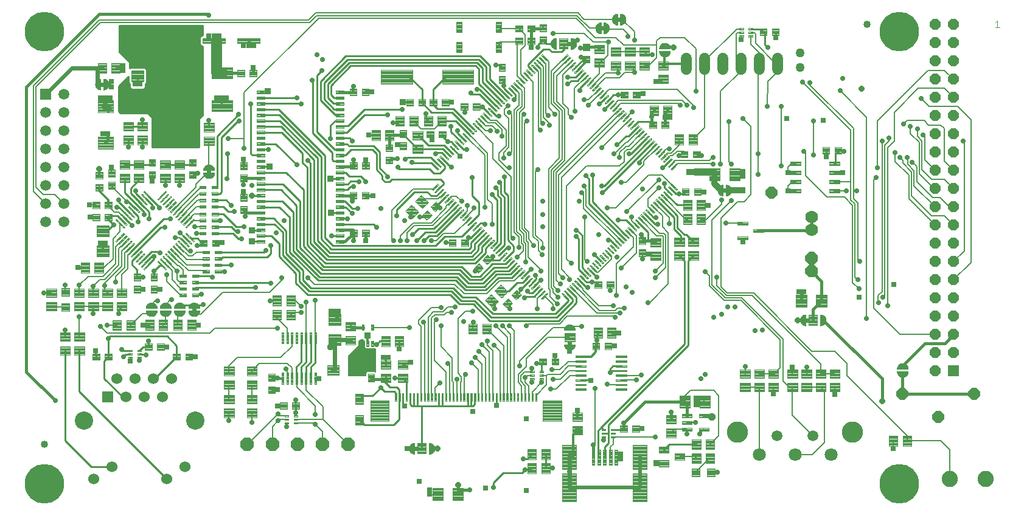
<source format=gtl>
G75*
%MOIN*%
%OFA0B0*%
%FSLAX25Y25*%
%IPPOS*%
%LPD*%
%AMOC8*
5,1,8,0,0,1.08239X$1,22.5*
%
%ADD10C,0.00400*%
%ADD11C,0.04000*%
%ADD12C,0.00394*%
%ADD13C,0.00409*%
%ADD14C,0.00402*%
%ADD15C,0.00378*%
%ADD16OC8,0.06496*%
%ADD17C,0.00425*%
%ADD18C,0.00457*%
%ADD19C,0.00390*%
%ADD20C,0.00100*%
%ADD21R,0.05906X0.05906*%
%ADD22OC8,0.05906*%
%ADD23C,0.05906*%
%ADD24OC8,0.07087*%
%ADD25C,0.07087*%
%ADD26C,0.11661*%
%ADD27C,0.06000*%
%ADD28R,0.06000X0.06000*%
%ADD29C,0.10000*%
%ADD30C,0.00403*%
%ADD31C,0.00396*%
%ADD32C,0.00413*%
%ADD33C,0.00404*%
%ADD34C,0.08858*%
%ADD35C,0.05906*%
%ADD36C,0.00400*%
%ADD37C,0.00390*%
%ADD38C,0.05000*%
%ADD39C,0.07000*%
%ADD40OC8,0.07000*%
%ADD41C,0.00406*%
%ADD42C,0.21654*%
%ADD43OC8,0.02781*%
%ADD44R,0.02781X0.02781*%
%ADD45R,0.03175X0.03175*%
%ADD46C,0.00600*%
%ADD47C,0.01600*%
%ADD48C,0.01000*%
%ADD49OC8,0.03175*%
%ADD50C,0.00800*%
%ADD51C,0.01400*%
%ADD52C,0.00900*%
%ADD53C,0.01200*%
%ADD54C,0.02400*%
%ADD55C,0.03200*%
%ADD56OC8,0.03962*%
%ADD57C,0.04000*%
%ADD58OC8,0.03569*%
%ADD59C,0.06000*%
%ADD60C,0.02000*%
D10*
X0268078Y0187749D02*
X0271178Y0187749D01*
X0268078Y0187749D02*
X0268078Y0188349D01*
X0271178Y0188349D01*
X0271178Y0187749D01*
X0271178Y0188148D02*
X0268078Y0188148D01*
X0272328Y0185249D02*
X0276928Y0185249D01*
X0272328Y0185249D02*
X0272328Y0190849D01*
X0276928Y0190849D01*
X0276928Y0185249D01*
X0276928Y0185648D02*
X0272328Y0185648D01*
X0272328Y0186047D02*
X0276928Y0186047D01*
X0276928Y0186446D02*
X0272328Y0186446D01*
X0272328Y0186845D02*
X0276928Y0186845D01*
X0276928Y0187244D02*
X0272328Y0187244D01*
X0272328Y0187643D02*
X0276928Y0187643D01*
X0276928Y0188042D02*
X0272328Y0188042D01*
X0272328Y0188441D02*
X0276928Y0188441D01*
X0276928Y0188840D02*
X0272328Y0188840D01*
X0272328Y0189239D02*
X0276928Y0189239D01*
X0276928Y0189638D02*
X0272328Y0189638D01*
X0272328Y0190037D02*
X0276928Y0190037D01*
X0276928Y0190436D02*
X0272328Y0190436D01*
X0272328Y0190835D02*
X0276928Y0190835D01*
X0279578Y0187749D02*
X0281178Y0187749D01*
X0279578Y0187749D02*
X0279578Y0188349D01*
X0281178Y0188349D01*
X0281178Y0187749D01*
X0281178Y0188148D02*
X0279578Y0188148D01*
X0355878Y0242499D02*
X0355878Y0245599D01*
X0355878Y0242499D02*
X0355278Y0242499D01*
X0355278Y0245599D01*
X0355878Y0245599D01*
X0355878Y0242898D02*
X0355278Y0242898D01*
X0355278Y0243297D02*
X0355878Y0243297D01*
X0355878Y0243696D02*
X0355278Y0243696D01*
X0355278Y0244095D02*
X0355878Y0244095D01*
X0355878Y0244494D02*
X0355278Y0244494D01*
X0355278Y0244893D02*
X0355878Y0244893D01*
X0355878Y0245292D02*
X0355278Y0245292D01*
X0358378Y0246749D02*
X0358378Y0251349D01*
X0358378Y0246749D02*
X0352778Y0246749D01*
X0352778Y0251349D01*
X0358378Y0251349D01*
X0358378Y0247148D02*
X0352778Y0247148D01*
X0352778Y0247547D02*
X0358378Y0247547D01*
X0358378Y0247946D02*
X0352778Y0247946D01*
X0352778Y0248345D02*
X0358378Y0248345D01*
X0358378Y0248744D02*
X0352778Y0248744D01*
X0352778Y0249143D02*
X0358378Y0249143D01*
X0358378Y0249542D02*
X0352778Y0249542D01*
X0352778Y0249941D02*
X0358378Y0249941D01*
X0358378Y0250340D02*
X0352778Y0250340D01*
X0352778Y0250739D02*
X0358378Y0250739D01*
X0358378Y0251138D02*
X0352778Y0251138D01*
X0355878Y0253999D02*
X0355878Y0255599D01*
X0355878Y0253999D02*
X0355278Y0253999D01*
X0355278Y0255599D01*
X0355878Y0255599D01*
X0355878Y0254398D02*
X0355278Y0254398D01*
X0355278Y0254797D02*
X0355878Y0254797D01*
X0355878Y0255196D02*
X0355278Y0255196D01*
X0355278Y0255595D02*
X0355878Y0255595D01*
X0437128Y0329349D02*
X0440228Y0329349D01*
X0437128Y0329349D02*
X0437128Y0329949D01*
X0440228Y0329949D01*
X0440228Y0329349D01*
X0440228Y0329748D02*
X0437128Y0329748D01*
X0442128Y0329349D02*
X0443728Y0329349D01*
X0442128Y0329349D02*
X0442128Y0329949D01*
X0443728Y0329949D01*
X0443728Y0329349D01*
X0443728Y0329748D02*
X0442128Y0329748D01*
X0482378Y0258199D02*
X0485478Y0258199D01*
X0482378Y0258199D02*
X0482378Y0258799D01*
X0485478Y0258799D01*
X0485478Y0258199D01*
X0485478Y0258598D02*
X0482378Y0258598D01*
X0486628Y0255699D02*
X0491228Y0255699D01*
X0486628Y0255699D02*
X0486628Y0261299D01*
X0491228Y0261299D01*
X0491228Y0255699D01*
X0491228Y0256098D02*
X0486628Y0256098D01*
X0486628Y0256497D02*
X0491228Y0256497D01*
X0491228Y0256896D02*
X0486628Y0256896D01*
X0486628Y0257295D02*
X0491228Y0257295D01*
X0491228Y0257694D02*
X0486628Y0257694D01*
X0486628Y0258093D02*
X0491228Y0258093D01*
X0491228Y0258492D02*
X0486628Y0258492D01*
X0486628Y0258891D02*
X0491228Y0258891D01*
X0491228Y0259290D02*
X0486628Y0259290D01*
X0486628Y0259689D02*
X0491228Y0259689D01*
X0491228Y0260088D02*
X0486628Y0260088D01*
X0486628Y0260487D02*
X0491228Y0260487D01*
X0491228Y0260886D02*
X0486628Y0260886D01*
X0486628Y0261285D02*
X0491228Y0261285D01*
X0493878Y0258199D02*
X0495478Y0258199D01*
X0493878Y0258199D02*
X0493878Y0258799D01*
X0495478Y0258799D01*
X0495478Y0258199D01*
X0495478Y0258598D02*
X0493878Y0258598D01*
X0538278Y0234299D02*
X0538278Y0232699D01*
X0537678Y0232699D01*
X0537678Y0234299D01*
X0538278Y0234299D01*
X0538278Y0233098D02*
X0537678Y0233098D01*
X0537678Y0233497D02*
X0538278Y0233497D01*
X0538278Y0233896D02*
X0537678Y0233896D01*
X0537678Y0234295D02*
X0538278Y0234295D01*
X0538278Y0229299D02*
X0538278Y0227699D01*
X0537678Y0227699D01*
X0537678Y0229299D01*
X0538278Y0229299D01*
X0538278Y0228098D02*
X0537678Y0228098D01*
X0537678Y0228497D02*
X0538278Y0228497D01*
X0538278Y0228896D02*
X0537678Y0228896D01*
X0537678Y0229295D02*
X0538278Y0229295D01*
X0407378Y0403399D02*
X0407378Y0404999D01*
X0407978Y0404999D01*
X0407978Y0403399D01*
X0407378Y0403399D01*
X0407378Y0403798D02*
X0407978Y0403798D01*
X0407978Y0404197D02*
X0407378Y0404197D01*
X0407378Y0404596D02*
X0407978Y0404596D01*
X0407978Y0404995D02*
X0407378Y0404995D01*
X0407378Y0408399D02*
X0407378Y0409999D01*
X0407978Y0409999D01*
X0407978Y0408399D01*
X0407378Y0408399D01*
X0407378Y0408798D02*
X0407978Y0408798D01*
X0407978Y0409197D02*
X0407378Y0409197D01*
X0407378Y0409596D02*
X0407978Y0409596D01*
X0407978Y0409995D02*
X0407378Y0409995D01*
X0385878Y0423749D02*
X0382778Y0423749D01*
X0385878Y0423749D02*
X0385878Y0423149D01*
X0382778Y0423149D01*
X0382778Y0423749D01*
X0382778Y0423548D02*
X0385878Y0423548D01*
X0380878Y0423749D02*
X0379278Y0423749D01*
X0380878Y0423749D02*
X0380878Y0423149D01*
X0379278Y0423149D01*
X0379278Y0423749D01*
X0379278Y0423548D02*
X0380878Y0423548D01*
X0376778Y0418299D02*
X0375178Y0418299D01*
X0375178Y0418899D01*
X0376778Y0418899D01*
X0376778Y0418299D01*
X0376778Y0418698D02*
X0375178Y0418698D01*
X0373278Y0418299D02*
X0370178Y0418299D01*
X0370178Y0418899D01*
X0373278Y0418899D01*
X0373278Y0418299D01*
X0373278Y0418698D02*
X0370178Y0418698D01*
X0358828Y0410399D02*
X0355728Y0410399D01*
X0358828Y0410399D02*
X0358828Y0409799D01*
X0355728Y0409799D01*
X0355728Y0410399D01*
X0355728Y0410198D02*
X0358828Y0410198D01*
X0354578Y0412899D02*
X0349978Y0412899D01*
X0354578Y0412899D02*
X0354578Y0407299D01*
X0349978Y0407299D01*
X0349978Y0412899D01*
X0349978Y0407698D02*
X0354578Y0407698D01*
X0354578Y0408097D02*
X0349978Y0408097D01*
X0349978Y0408496D02*
X0354578Y0408496D01*
X0354578Y0408895D02*
X0349978Y0408895D01*
X0349978Y0409294D02*
X0354578Y0409294D01*
X0354578Y0409693D02*
X0349978Y0409693D01*
X0349978Y0410092D02*
X0354578Y0410092D01*
X0354578Y0410491D02*
X0349978Y0410491D01*
X0349978Y0410890D02*
X0354578Y0410890D01*
X0354578Y0411289D02*
X0349978Y0411289D01*
X0349978Y0411688D02*
X0354578Y0411688D01*
X0354578Y0412087D02*
X0349978Y0412087D01*
X0349978Y0412486D02*
X0354578Y0412486D01*
X0354578Y0412885D02*
X0349978Y0412885D01*
X0347328Y0410399D02*
X0345728Y0410399D01*
X0347328Y0410399D02*
X0347328Y0409799D01*
X0345728Y0409799D01*
X0345728Y0410399D01*
X0345728Y0410198D02*
X0347328Y0410198D01*
X0157628Y0343249D02*
X0157628Y0340149D01*
X0157628Y0343249D02*
X0158228Y0343249D01*
X0158228Y0340149D01*
X0157628Y0340149D01*
X0157628Y0340548D02*
X0158228Y0340548D01*
X0158228Y0340947D02*
X0157628Y0340947D01*
X0157628Y0341346D02*
X0158228Y0341346D01*
X0158228Y0341745D02*
X0157628Y0341745D01*
X0157628Y0342144D02*
X0158228Y0342144D01*
X0158228Y0342543D02*
X0157628Y0342543D01*
X0157628Y0342942D02*
X0158228Y0342942D01*
X0157628Y0338249D02*
X0157628Y0336649D01*
X0157628Y0338249D02*
X0158228Y0338249D01*
X0158228Y0336649D01*
X0157628Y0336649D01*
X0157628Y0337048D02*
X0158228Y0337048D01*
X0158228Y0337447D02*
X0157628Y0337447D01*
X0157628Y0337846D02*
X0158228Y0337846D01*
X0158228Y0338245D02*
X0157628Y0338245D01*
X0102728Y0388099D02*
X0099628Y0388099D01*
X0102728Y0388099D02*
X0102728Y0387499D01*
X0099628Y0387499D01*
X0099628Y0388099D01*
X0099628Y0387898D02*
X0102728Y0387898D01*
X0097728Y0388099D02*
X0096128Y0388099D01*
X0097728Y0388099D02*
X0097728Y0387499D01*
X0096128Y0387499D01*
X0096128Y0388099D01*
X0096128Y0387898D02*
X0097728Y0387898D01*
X0126728Y0267599D02*
X0126728Y0265999D01*
X0126128Y0265999D01*
X0126128Y0267599D01*
X0126728Y0267599D01*
X0126728Y0266398D02*
X0126128Y0266398D01*
X0126128Y0266797D02*
X0126728Y0266797D01*
X0126728Y0267196D02*
X0126128Y0267196D01*
X0126128Y0267595D02*
X0126728Y0267595D01*
X0126728Y0262599D02*
X0126728Y0260999D01*
X0126128Y0260999D01*
X0126128Y0262599D01*
X0126728Y0262599D01*
X0126728Y0261398D02*
X0126128Y0261398D01*
X0126128Y0261797D02*
X0126728Y0261797D01*
X0126728Y0262196D02*
X0126128Y0262196D01*
X0126128Y0262595D02*
X0126728Y0262595D01*
X0133828Y0262599D02*
X0133828Y0260999D01*
X0133828Y0262599D02*
X0134428Y0262599D01*
X0134428Y0260999D01*
X0133828Y0260999D01*
X0133828Y0261398D02*
X0134428Y0261398D01*
X0134428Y0261797D02*
X0133828Y0261797D01*
X0133828Y0262196D02*
X0134428Y0262196D01*
X0134428Y0262595D02*
X0133828Y0262595D01*
X0133828Y0265999D02*
X0133828Y0267599D01*
X0134428Y0267599D01*
X0134428Y0265999D01*
X0133828Y0265999D01*
X0133828Y0266398D02*
X0134428Y0266398D01*
X0134428Y0266797D02*
X0133828Y0266797D01*
X0133828Y0267196D02*
X0134428Y0267196D01*
X0134428Y0267595D02*
X0133828Y0267595D01*
X0141528Y0267599D02*
X0141528Y0265999D01*
X0141528Y0267599D02*
X0142128Y0267599D01*
X0142128Y0265999D01*
X0141528Y0265999D01*
X0141528Y0266398D02*
X0142128Y0266398D01*
X0142128Y0266797D02*
X0141528Y0266797D01*
X0141528Y0267196D02*
X0142128Y0267196D01*
X0142128Y0267595D02*
X0141528Y0267595D01*
X0141528Y0262599D02*
X0141528Y0260999D01*
X0141528Y0262599D02*
X0142128Y0262599D01*
X0142128Y0260999D01*
X0141528Y0260999D01*
X0141528Y0261398D02*
X0142128Y0261398D01*
X0142128Y0261797D02*
X0141528Y0261797D01*
X0141528Y0262196D02*
X0142128Y0262196D01*
X0142128Y0262595D02*
X0141528Y0262595D01*
X0149478Y0262599D02*
X0149478Y0260999D01*
X0149478Y0262599D02*
X0150078Y0262599D01*
X0150078Y0260999D01*
X0149478Y0260999D01*
X0149478Y0261398D02*
X0150078Y0261398D01*
X0150078Y0261797D02*
X0149478Y0261797D01*
X0149478Y0262196D02*
X0150078Y0262196D01*
X0150078Y0262595D02*
X0149478Y0262595D01*
X0149478Y0264499D02*
X0149478Y0267599D01*
X0150078Y0267599D01*
X0150078Y0264499D01*
X0149478Y0264499D01*
X0149478Y0264898D02*
X0150078Y0264898D01*
X0150078Y0265297D02*
X0149478Y0265297D01*
X0149478Y0265696D02*
X0150078Y0265696D01*
X0150078Y0266095D02*
X0149478Y0266095D01*
X0149478Y0266494D02*
X0150078Y0266494D01*
X0150078Y0266893D02*
X0149478Y0266893D01*
X0149478Y0267292D02*
X0150078Y0267292D01*
X0588749Y0419129D02*
X0591151Y0419129D01*
X0589950Y0419129D02*
X0589950Y0422732D01*
X0588749Y0421531D01*
D11*
X0518510Y0420547D03*
X0067723Y0190232D03*
D12*
X0094114Y0236528D02*
X0098050Y0236528D01*
X0094114Y0236528D02*
X0094114Y0240070D01*
X0098050Y0240070D01*
X0098050Y0236528D01*
X0098050Y0236921D02*
X0094114Y0236921D01*
X0094114Y0237314D02*
X0098050Y0237314D01*
X0098050Y0237707D02*
X0094114Y0237707D01*
X0094114Y0238100D02*
X0098050Y0238100D01*
X0098050Y0238493D02*
X0094114Y0238493D01*
X0094114Y0238886D02*
X0098050Y0238886D01*
X0098050Y0239279D02*
X0094114Y0239279D01*
X0094114Y0239672D02*
X0098050Y0239672D01*
X0098050Y0240065D02*
X0094114Y0240065D01*
X0100807Y0236528D02*
X0104743Y0236528D01*
X0100807Y0236528D02*
X0100807Y0240070D01*
X0104743Y0240070D01*
X0104743Y0236528D01*
X0104743Y0236921D02*
X0100807Y0236921D01*
X0100807Y0237314D02*
X0104743Y0237314D01*
X0104743Y0237707D02*
X0100807Y0237707D01*
X0100807Y0238100D02*
X0104743Y0238100D01*
X0104743Y0238493D02*
X0100807Y0238493D01*
X0100807Y0238886D02*
X0104743Y0238886D01*
X0104743Y0239279D02*
X0100807Y0239279D01*
X0100807Y0239672D02*
X0104743Y0239672D01*
X0104743Y0240065D02*
X0100807Y0240065D01*
X0122964Y0242028D02*
X0126900Y0242028D01*
X0122964Y0242028D02*
X0122964Y0245570D01*
X0126900Y0245570D01*
X0126900Y0242028D01*
X0126900Y0242421D02*
X0122964Y0242421D01*
X0122964Y0242814D02*
X0126900Y0242814D01*
X0126900Y0243207D02*
X0122964Y0243207D01*
X0122964Y0243600D02*
X0126900Y0243600D01*
X0126900Y0243993D02*
X0122964Y0243993D01*
X0122964Y0244386D02*
X0126900Y0244386D01*
X0126900Y0244779D02*
X0122964Y0244779D01*
X0122964Y0245172D02*
X0126900Y0245172D01*
X0126900Y0245565D02*
X0122964Y0245565D01*
X0129657Y0242028D02*
X0133593Y0242028D01*
X0129657Y0242028D02*
X0129657Y0245570D01*
X0133593Y0245570D01*
X0133593Y0242028D01*
X0133593Y0242421D02*
X0129657Y0242421D01*
X0129657Y0242814D02*
X0133593Y0242814D01*
X0133593Y0243207D02*
X0129657Y0243207D01*
X0129657Y0243600D02*
X0133593Y0243600D01*
X0133593Y0243993D02*
X0129657Y0243993D01*
X0129657Y0244386D02*
X0133593Y0244386D01*
X0133593Y0244779D02*
X0129657Y0244779D01*
X0129657Y0245172D02*
X0133593Y0245172D01*
X0133593Y0245565D02*
X0129657Y0245565D01*
X0138364Y0240070D02*
X0142300Y0240070D01*
X0142300Y0236528D01*
X0138364Y0236528D01*
X0138364Y0240070D01*
X0138364Y0236921D02*
X0142300Y0236921D01*
X0142300Y0237314D02*
X0138364Y0237314D01*
X0138364Y0237707D02*
X0142300Y0237707D01*
X0142300Y0238100D02*
X0138364Y0238100D01*
X0138364Y0238493D02*
X0142300Y0238493D01*
X0142300Y0238886D02*
X0138364Y0238886D01*
X0138364Y0239279D02*
X0142300Y0239279D01*
X0142300Y0239672D02*
X0138364Y0239672D01*
X0138364Y0240065D02*
X0142300Y0240065D01*
X0145057Y0240070D02*
X0148993Y0240070D01*
X0148993Y0236528D01*
X0145057Y0236528D01*
X0145057Y0240070D01*
X0145057Y0236921D02*
X0148993Y0236921D01*
X0148993Y0237314D02*
X0145057Y0237314D01*
X0145057Y0237707D02*
X0148993Y0237707D01*
X0148993Y0238100D02*
X0145057Y0238100D01*
X0145057Y0238493D02*
X0148993Y0238493D01*
X0148993Y0238886D02*
X0145057Y0238886D01*
X0145057Y0239279D02*
X0148993Y0239279D01*
X0148993Y0239672D02*
X0145057Y0239672D01*
X0145057Y0240065D02*
X0148993Y0240065D01*
X0152246Y0271297D02*
X0152246Y0272871D01*
X0152246Y0271297D02*
X0148704Y0271297D01*
X0148704Y0272871D01*
X0152246Y0272871D01*
X0152246Y0271690D02*
X0148704Y0271690D01*
X0148704Y0272083D02*
X0152246Y0272083D01*
X0152246Y0272476D02*
X0148704Y0272476D01*
X0148704Y0272869D02*
X0152246Y0272869D01*
X0152246Y0274841D02*
X0152246Y0276415D01*
X0152246Y0274841D02*
X0148704Y0274841D01*
X0148704Y0276415D01*
X0152246Y0276415D01*
X0152246Y0275234D02*
X0148704Y0275234D01*
X0148704Y0275627D02*
X0152246Y0275627D01*
X0152246Y0276020D02*
X0148704Y0276020D01*
X0148704Y0276413D02*
X0152246Y0276413D01*
X0152246Y0278384D02*
X0152246Y0279958D01*
X0152246Y0278384D02*
X0148704Y0278384D01*
X0148704Y0279958D01*
X0152246Y0279958D01*
X0152246Y0278777D02*
X0148704Y0278777D01*
X0148704Y0279170D02*
X0152246Y0279170D01*
X0152246Y0279563D02*
X0148704Y0279563D01*
X0148704Y0279956D02*
X0152246Y0279956D01*
X0152246Y0281927D02*
X0152246Y0283501D01*
X0152246Y0281927D02*
X0148704Y0281927D01*
X0148704Y0283501D01*
X0152246Y0283501D01*
X0152246Y0282320D02*
X0148704Y0282320D01*
X0148704Y0282713D02*
X0152246Y0282713D01*
X0152246Y0283106D02*
X0148704Y0283106D01*
X0148704Y0283499D02*
X0152246Y0283499D01*
X0158203Y0284297D02*
X0158203Y0285871D01*
X0158203Y0284297D02*
X0154661Y0284297D01*
X0154661Y0285871D01*
X0158203Y0285871D01*
X0158203Y0284690D02*
X0154661Y0284690D01*
X0154661Y0285083D02*
X0158203Y0285083D01*
X0158203Y0285476D02*
X0154661Y0285476D01*
X0154661Y0285869D02*
X0158203Y0285869D01*
X0158203Y0287841D02*
X0158203Y0289415D01*
X0158203Y0287841D02*
X0154661Y0287841D01*
X0154661Y0289415D01*
X0158203Y0289415D01*
X0158203Y0288234D02*
X0154661Y0288234D01*
X0154661Y0288627D02*
X0158203Y0288627D01*
X0158203Y0289020D02*
X0154661Y0289020D01*
X0154661Y0289413D02*
X0158203Y0289413D01*
X0158203Y0291384D02*
X0158203Y0292958D01*
X0158203Y0291384D02*
X0154661Y0291384D01*
X0154661Y0292958D01*
X0158203Y0292958D01*
X0158203Y0291777D02*
X0154661Y0291777D01*
X0154661Y0292170D02*
X0158203Y0292170D01*
X0158203Y0292563D02*
X0154661Y0292563D01*
X0154661Y0292956D02*
X0158203Y0292956D01*
X0158203Y0294927D02*
X0158203Y0296501D01*
X0158203Y0294927D02*
X0154661Y0294927D01*
X0154661Y0296501D01*
X0158203Y0296501D01*
X0158203Y0295320D02*
X0154661Y0295320D01*
X0154661Y0295713D02*
X0158203Y0295713D01*
X0158203Y0296106D02*
X0154661Y0296106D01*
X0154661Y0296499D02*
X0158203Y0296499D01*
X0164896Y0296501D02*
X0164896Y0294927D01*
X0161354Y0294927D01*
X0161354Y0296501D01*
X0164896Y0296501D01*
X0164896Y0295320D02*
X0161354Y0295320D01*
X0161354Y0295713D02*
X0164896Y0295713D01*
X0164896Y0296106D02*
X0161354Y0296106D01*
X0161354Y0296499D02*
X0164896Y0296499D01*
X0164896Y0292958D02*
X0164896Y0291384D01*
X0161354Y0291384D01*
X0161354Y0292958D01*
X0164896Y0292958D01*
X0164896Y0291777D02*
X0161354Y0291777D01*
X0161354Y0292170D02*
X0164896Y0292170D01*
X0164896Y0292563D02*
X0161354Y0292563D01*
X0161354Y0292956D02*
X0164896Y0292956D01*
X0164896Y0289415D02*
X0164896Y0287841D01*
X0161354Y0287841D01*
X0161354Y0289415D01*
X0164896Y0289415D01*
X0164896Y0288234D02*
X0161354Y0288234D01*
X0161354Y0288627D02*
X0164896Y0288627D01*
X0164896Y0289020D02*
X0161354Y0289020D01*
X0161354Y0289413D02*
X0164896Y0289413D01*
X0164896Y0285871D02*
X0164896Y0284297D01*
X0161354Y0284297D01*
X0161354Y0285871D01*
X0164896Y0285871D01*
X0164896Y0284690D02*
X0161354Y0284690D01*
X0161354Y0285083D02*
X0164896Y0285083D01*
X0164896Y0285476D02*
X0161354Y0285476D01*
X0161354Y0285869D02*
X0164896Y0285869D01*
X0163643Y0298928D02*
X0159707Y0298928D01*
X0159707Y0302470D01*
X0163643Y0302470D01*
X0163643Y0298928D01*
X0163643Y0299321D02*
X0159707Y0299321D01*
X0159707Y0299714D02*
X0163643Y0299714D01*
X0163643Y0300107D02*
X0159707Y0300107D01*
X0159707Y0300500D02*
X0163643Y0300500D01*
X0163643Y0300893D02*
X0159707Y0300893D01*
X0159707Y0301286D02*
X0163643Y0301286D01*
X0163643Y0301679D02*
X0159707Y0301679D01*
X0159707Y0302072D02*
X0163643Y0302072D01*
X0163643Y0302465D02*
X0159707Y0302465D01*
X0163046Y0305197D02*
X0163046Y0306771D01*
X0163046Y0305197D02*
X0159504Y0305197D01*
X0159504Y0306771D01*
X0163046Y0306771D01*
X0163046Y0305590D02*
X0159504Y0305590D01*
X0159504Y0305983D02*
X0163046Y0305983D01*
X0163046Y0306376D02*
X0159504Y0306376D01*
X0159504Y0306769D02*
X0163046Y0306769D01*
X0163046Y0308741D02*
X0163046Y0310315D01*
X0163046Y0308741D02*
X0159504Y0308741D01*
X0159504Y0310315D01*
X0163046Y0310315D01*
X0163046Y0309134D02*
X0159504Y0309134D01*
X0159504Y0309527D02*
X0163046Y0309527D01*
X0163046Y0309920D02*
X0159504Y0309920D01*
X0159504Y0310313D02*
X0163046Y0310313D01*
X0163046Y0312284D02*
X0163046Y0313858D01*
X0163046Y0312284D02*
X0159504Y0312284D01*
X0159504Y0313858D01*
X0163046Y0313858D01*
X0163046Y0312677D02*
X0159504Y0312677D01*
X0159504Y0313070D02*
X0163046Y0313070D01*
X0163046Y0313463D02*
X0159504Y0313463D01*
X0159504Y0313856D02*
X0163046Y0313856D01*
X0163046Y0315827D02*
X0163046Y0317401D01*
X0163046Y0315827D02*
X0159504Y0315827D01*
X0159504Y0317401D01*
X0163046Y0317401D01*
X0163046Y0316220D02*
X0159504Y0316220D01*
X0159504Y0316613D02*
X0163046Y0316613D01*
X0163046Y0317006D02*
X0159504Y0317006D01*
X0159504Y0317399D02*
X0163046Y0317399D01*
X0162946Y0319897D02*
X0162946Y0321471D01*
X0162946Y0319897D02*
X0159404Y0319897D01*
X0159404Y0321471D01*
X0162946Y0321471D01*
X0162946Y0320290D02*
X0159404Y0320290D01*
X0159404Y0320683D02*
X0162946Y0320683D01*
X0162946Y0321076D02*
X0159404Y0321076D01*
X0159404Y0321469D02*
X0162946Y0321469D01*
X0162946Y0323441D02*
X0162946Y0325015D01*
X0162946Y0323441D02*
X0159404Y0323441D01*
X0159404Y0325015D01*
X0162946Y0325015D01*
X0162946Y0323834D02*
X0159404Y0323834D01*
X0159404Y0324227D02*
X0162946Y0324227D01*
X0162946Y0324620D02*
X0159404Y0324620D01*
X0159404Y0325013D02*
X0162946Y0325013D01*
X0162946Y0326984D02*
X0162946Y0328558D01*
X0162946Y0326984D02*
X0159404Y0326984D01*
X0159404Y0328558D01*
X0162946Y0328558D01*
X0162946Y0327377D02*
X0159404Y0327377D01*
X0159404Y0327770D02*
X0162946Y0327770D01*
X0162946Y0328163D02*
X0159404Y0328163D01*
X0159404Y0328556D02*
X0162946Y0328556D01*
X0162946Y0330527D02*
X0162946Y0332101D01*
X0162946Y0330527D02*
X0159404Y0330527D01*
X0159404Y0332101D01*
X0162946Y0332101D01*
X0162946Y0330920D02*
X0159404Y0330920D01*
X0159404Y0331313D02*
X0162946Y0331313D01*
X0162946Y0331706D02*
X0159404Y0331706D01*
X0159404Y0332099D02*
X0162946Y0332099D01*
X0156253Y0332101D02*
X0156253Y0330527D01*
X0152711Y0330527D01*
X0152711Y0332101D01*
X0156253Y0332101D01*
X0156253Y0330920D02*
X0152711Y0330920D01*
X0152711Y0331313D02*
X0156253Y0331313D01*
X0156253Y0331706D02*
X0152711Y0331706D01*
X0152711Y0332099D02*
X0156253Y0332099D01*
X0156253Y0328558D02*
X0156253Y0326984D01*
X0152711Y0326984D01*
X0152711Y0328558D01*
X0156253Y0328558D01*
X0156253Y0327377D02*
X0152711Y0327377D01*
X0152711Y0327770D02*
X0156253Y0327770D01*
X0156253Y0328163D02*
X0152711Y0328163D01*
X0152711Y0328556D02*
X0156253Y0328556D01*
X0156253Y0325015D02*
X0156253Y0323441D01*
X0152711Y0323441D01*
X0152711Y0325015D01*
X0156253Y0325015D01*
X0156253Y0323834D02*
X0152711Y0323834D01*
X0152711Y0324227D02*
X0156253Y0324227D01*
X0156253Y0324620D02*
X0152711Y0324620D01*
X0152711Y0325013D02*
X0156253Y0325013D01*
X0156253Y0321471D02*
X0156253Y0319897D01*
X0152711Y0319897D01*
X0152711Y0321471D01*
X0156253Y0321471D01*
X0156253Y0320290D02*
X0152711Y0320290D01*
X0152711Y0320683D02*
X0156253Y0320683D01*
X0156253Y0321076D02*
X0152711Y0321076D01*
X0152711Y0321469D02*
X0156253Y0321469D01*
X0156353Y0317401D02*
X0156353Y0315827D01*
X0152811Y0315827D01*
X0152811Y0317401D01*
X0156353Y0317401D01*
X0156353Y0316220D02*
X0152811Y0316220D01*
X0152811Y0316613D02*
X0156353Y0316613D01*
X0156353Y0317006D02*
X0152811Y0317006D01*
X0152811Y0317399D02*
X0156353Y0317399D01*
X0156353Y0313858D02*
X0156353Y0312284D01*
X0152811Y0312284D01*
X0152811Y0313858D01*
X0156353Y0313858D01*
X0156353Y0312677D02*
X0152811Y0312677D01*
X0152811Y0313070D02*
X0156353Y0313070D01*
X0156353Y0313463D02*
X0152811Y0313463D01*
X0152811Y0313856D02*
X0156353Y0313856D01*
X0156353Y0310315D02*
X0156353Y0308741D01*
X0152811Y0308741D01*
X0152811Y0310315D01*
X0156353Y0310315D01*
X0156353Y0309134D02*
X0152811Y0309134D01*
X0152811Y0309527D02*
X0156353Y0309527D01*
X0156353Y0309920D02*
X0152811Y0309920D01*
X0152811Y0310313D02*
X0156353Y0310313D01*
X0156353Y0306771D02*
X0156353Y0305197D01*
X0152811Y0305197D01*
X0152811Y0306771D01*
X0156353Y0306771D01*
X0156353Y0305590D02*
X0152811Y0305590D01*
X0152811Y0305983D02*
X0156353Y0305983D01*
X0156353Y0306376D02*
X0152811Y0306376D01*
X0152811Y0306769D02*
X0156353Y0306769D01*
X0156950Y0298928D02*
X0153014Y0298928D01*
X0153014Y0302470D01*
X0156950Y0302470D01*
X0156950Y0298928D01*
X0156950Y0299321D02*
X0153014Y0299321D01*
X0153014Y0299714D02*
X0156950Y0299714D01*
X0156950Y0300107D02*
X0153014Y0300107D01*
X0153014Y0300500D02*
X0156950Y0300500D01*
X0156950Y0300893D02*
X0153014Y0300893D01*
X0153014Y0301286D02*
X0156950Y0301286D01*
X0156950Y0301679D02*
X0153014Y0301679D01*
X0153014Y0302072D02*
X0156950Y0302072D01*
X0156950Y0302465D02*
X0153014Y0302465D01*
X0145553Y0283501D02*
X0145553Y0281927D01*
X0142011Y0281927D01*
X0142011Y0283501D01*
X0145553Y0283501D01*
X0145553Y0282320D02*
X0142011Y0282320D01*
X0142011Y0282713D02*
X0145553Y0282713D01*
X0145553Y0283106D02*
X0142011Y0283106D01*
X0142011Y0283499D02*
X0145553Y0283499D01*
X0145553Y0279958D02*
X0145553Y0278384D01*
X0142011Y0278384D01*
X0142011Y0279958D01*
X0145553Y0279958D01*
X0145553Y0278777D02*
X0142011Y0278777D01*
X0142011Y0279170D02*
X0145553Y0279170D01*
X0145553Y0279563D02*
X0142011Y0279563D01*
X0142011Y0279956D02*
X0145553Y0279956D01*
X0145553Y0276415D02*
X0145553Y0274841D01*
X0142011Y0274841D01*
X0142011Y0276415D01*
X0145553Y0276415D01*
X0145553Y0275234D02*
X0142011Y0275234D01*
X0142011Y0275627D02*
X0145553Y0275627D01*
X0145553Y0276020D02*
X0142011Y0276020D01*
X0142011Y0276413D02*
X0145553Y0276413D01*
X0145553Y0272871D02*
X0145553Y0271297D01*
X0142011Y0271297D01*
X0142011Y0272871D01*
X0145553Y0272871D01*
X0145553Y0271690D02*
X0142011Y0271690D01*
X0142011Y0272083D02*
X0145553Y0272083D01*
X0145553Y0272476D02*
X0142011Y0272476D01*
X0142011Y0272869D02*
X0145553Y0272869D01*
X0126107Y0273335D02*
X0126107Y0277271D01*
X0129649Y0277271D01*
X0129649Y0273335D01*
X0126107Y0273335D01*
X0126107Y0273728D02*
X0129649Y0273728D01*
X0129649Y0274121D02*
X0126107Y0274121D01*
X0126107Y0274514D02*
X0129649Y0274514D01*
X0129649Y0274907D02*
X0126107Y0274907D01*
X0126107Y0275300D02*
X0129649Y0275300D01*
X0129649Y0275693D02*
X0126107Y0275693D01*
X0126107Y0276086D02*
X0129649Y0276086D01*
X0129649Y0276479D02*
X0126107Y0276479D01*
X0126107Y0276872D02*
X0129649Y0276872D01*
X0129649Y0277265D02*
X0126107Y0277265D01*
X0126107Y0280028D02*
X0126107Y0283964D01*
X0129649Y0283964D01*
X0129649Y0280028D01*
X0126107Y0280028D01*
X0126107Y0280421D02*
X0129649Y0280421D01*
X0129649Y0280814D02*
X0126107Y0280814D01*
X0126107Y0281207D02*
X0129649Y0281207D01*
X0129649Y0281600D02*
X0126107Y0281600D01*
X0126107Y0281993D02*
X0129649Y0281993D01*
X0129649Y0282386D02*
X0126107Y0282386D01*
X0126107Y0282779D02*
X0129649Y0282779D01*
X0129649Y0283172D02*
X0126107Y0283172D01*
X0126107Y0283565D02*
X0129649Y0283565D01*
X0129649Y0283958D02*
X0126107Y0283958D01*
X0116907Y0284014D02*
X0116907Y0280078D01*
X0116907Y0284014D02*
X0120449Y0284014D01*
X0120449Y0280078D01*
X0116907Y0280078D01*
X0116907Y0280471D02*
X0120449Y0280471D01*
X0120449Y0280864D02*
X0116907Y0280864D01*
X0116907Y0281257D02*
X0120449Y0281257D01*
X0120449Y0281650D02*
X0116907Y0281650D01*
X0116907Y0282043D02*
X0120449Y0282043D01*
X0120449Y0282436D02*
X0116907Y0282436D01*
X0116907Y0282829D02*
X0120449Y0282829D01*
X0120449Y0283222D02*
X0116907Y0283222D01*
X0116907Y0283615D02*
X0120449Y0283615D01*
X0120449Y0284008D02*
X0116907Y0284008D01*
X0116907Y0277321D02*
X0116907Y0273385D01*
X0116907Y0277321D02*
X0120449Y0277321D01*
X0120449Y0273385D01*
X0116907Y0273385D01*
X0116907Y0273778D02*
X0120449Y0273778D01*
X0120449Y0274171D02*
X0116907Y0274171D01*
X0116907Y0274564D02*
X0120449Y0274564D01*
X0120449Y0274957D02*
X0116907Y0274957D01*
X0116907Y0275350D02*
X0120449Y0275350D01*
X0120449Y0275743D02*
X0116907Y0275743D01*
X0116907Y0276136D02*
X0120449Y0276136D01*
X0120449Y0276529D02*
X0116907Y0276529D01*
X0116907Y0276922D02*
X0120449Y0276922D01*
X0120449Y0277315D02*
X0116907Y0277315D01*
X0104893Y0316620D02*
X0100957Y0316620D01*
X0104893Y0316620D02*
X0104893Y0313078D01*
X0100957Y0313078D01*
X0100957Y0316620D01*
X0100957Y0313471D02*
X0104893Y0313471D01*
X0104893Y0313864D02*
X0100957Y0313864D01*
X0100957Y0314257D02*
X0104893Y0314257D01*
X0104893Y0314650D02*
X0100957Y0314650D01*
X0100957Y0315043D02*
X0104893Y0315043D01*
X0104893Y0315436D02*
X0100957Y0315436D01*
X0100957Y0315829D02*
X0104893Y0315829D01*
X0104893Y0316222D02*
X0100957Y0316222D01*
X0100957Y0316615D02*
X0104893Y0316615D01*
X0098200Y0316620D02*
X0094264Y0316620D01*
X0098200Y0316620D02*
X0098200Y0313078D01*
X0094264Y0313078D01*
X0094264Y0316620D01*
X0094264Y0313471D02*
X0098200Y0313471D01*
X0098200Y0313864D02*
X0094264Y0313864D01*
X0094264Y0314257D02*
X0098200Y0314257D01*
X0098200Y0314650D02*
X0094264Y0314650D01*
X0094264Y0315043D02*
X0098200Y0315043D01*
X0098200Y0315436D02*
X0094264Y0315436D01*
X0094264Y0315829D02*
X0098200Y0315829D01*
X0098200Y0316222D02*
X0094264Y0316222D01*
X0094264Y0316615D02*
X0098200Y0316615D01*
X0098200Y0323370D02*
X0094264Y0323370D01*
X0098200Y0323370D02*
X0098200Y0319828D01*
X0094264Y0319828D01*
X0094264Y0323370D01*
X0094264Y0320221D02*
X0098200Y0320221D01*
X0098200Y0320614D02*
X0094264Y0320614D01*
X0094264Y0321007D02*
X0098200Y0321007D01*
X0098200Y0321400D02*
X0094264Y0321400D01*
X0094264Y0321793D02*
X0098200Y0321793D01*
X0098200Y0322186D02*
X0094264Y0322186D01*
X0094264Y0322579D02*
X0098200Y0322579D01*
X0098200Y0322972D02*
X0094264Y0322972D01*
X0094264Y0323365D02*
X0098200Y0323365D01*
X0100957Y0323370D02*
X0104893Y0323370D01*
X0104893Y0319828D01*
X0100957Y0319828D01*
X0100957Y0323370D01*
X0100957Y0320221D02*
X0104893Y0320221D01*
X0104893Y0320614D02*
X0100957Y0320614D01*
X0100957Y0321007D02*
X0104893Y0321007D01*
X0104893Y0321400D02*
X0100957Y0321400D01*
X0100957Y0321793D02*
X0104893Y0321793D01*
X0104893Y0322186D02*
X0100957Y0322186D01*
X0100957Y0322579D02*
X0104893Y0322579D01*
X0104893Y0322972D02*
X0100957Y0322972D01*
X0100957Y0323365D02*
X0104893Y0323365D01*
X0106399Y0330285D02*
X0106399Y0334221D01*
X0106399Y0330285D02*
X0102857Y0330285D01*
X0102857Y0334221D01*
X0106399Y0334221D01*
X0106399Y0330678D02*
X0102857Y0330678D01*
X0102857Y0331071D02*
X0106399Y0331071D01*
X0106399Y0331464D02*
X0102857Y0331464D01*
X0102857Y0331857D02*
X0106399Y0331857D01*
X0106399Y0332250D02*
X0102857Y0332250D01*
X0102857Y0332643D02*
X0106399Y0332643D01*
X0106399Y0333036D02*
X0102857Y0333036D01*
X0102857Y0333429D02*
X0106399Y0333429D01*
X0106399Y0333822D02*
X0102857Y0333822D01*
X0102857Y0334215D02*
X0106399Y0334215D01*
X0106399Y0336978D02*
X0106399Y0340914D01*
X0106399Y0336978D02*
X0102857Y0336978D01*
X0102857Y0340914D01*
X0106399Y0340914D01*
X0106399Y0337371D02*
X0102857Y0337371D01*
X0102857Y0337764D02*
X0106399Y0337764D01*
X0106399Y0338157D02*
X0102857Y0338157D01*
X0102857Y0338550D02*
X0106399Y0338550D01*
X0106399Y0338943D02*
X0102857Y0338943D01*
X0102857Y0339336D02*
X0106399Y0339336D01*
X0106399Y0339729D02*
X0102857Y0339729D01*
X0102857Y0340122D02*
X0106399Y0340122D01*
X0106399Y0340515D02*
X0102857Y0340515D01*
X0102857Y0340908D02*
X0106399Y0340908D01*
X0095860Y0339667D02*
X0095860Y0336125D01*
X0095860Y0339667D02*
X0099796Y0339667D01*
X0099796Y0336125D01*
X0095860Y0336125D01*
X0095860Y0336518D02*
X0099796Y0336518D01*
X0099796Y0336911D02*
X0095860Y0336911D01*
X0095860Y0337304D02*
X0099796Y0337304D01*
X0099796Y0337697D02*
X0095860Y0337697D01*
X0095860Y0338090D02*
X0099796Y0338090D01*
X0099796Y0338483D02*
X0095860Y0338483D01*
X0095860Y0338876D02*
X0099796Y0338876D01*
X0099796Y0339269D02*
X0095860Y0339269D01*
X0095860Y0339662D02*
X0099796Y0339662D01*
X0095860Y0332974D02*
X0095860Y0329432D01*
X0095860Y0332974D02*
X0099796Y0332974D01*
X0099796Y0329432D01*
X0095860Y0329432D01*
X0095860Y0329825D02*
X0099796Y0329825D01*
X0099796Y0330218D02*
X0095860Y0330218D01*
X0095860Y0330611D02*
X0099796Y0330611D01*
X0099796Y0331004D02*
X0095860Y0331004D01*
X0095860Y0331397D02*
X0099796Y0331397D01*
X0099796Y0331790D02*
X0095860Y0331790D01*
X0095860Y0332183D02*
X0099796Y0332183D01*
X0099796Y0332576D02*
X0095860Y0332576D01*
X0095860Y0332969D02*
X0099796Y0332969D01*
X0125107Y0336185D02*
X0125107Y0340121D01*
X0128649Y0340121D01*
X0128649Y0336185D01*
X0125107Y0336185D01*
X0125107Y0336578D02*
X0128649Y0336578D01*
X0128649Y0336971D02*
X0125107Y0336971D01*
X0125107Y0337364D02*
X0128649Y0337364D01*
X0128649Y0337757D02*
X0125107Y0337757D01*
X0125107Y0338150D02*
X0128649Y0338150D01*
X0128649Y0338543D02*
X0125107Y0338543D01*
X0125107Y0338936D02*
X0128649Y0338936D01*
X0128649Y0339329D02*
X0125107Y0339329D01*
X0125107Y0339722D02*
X0128649Y0339722D01*
X0128649Y0340115D02*
X0125107Y0340115D01*
X0125107Y0342878D02*
X0125107Y0346814D01*
X0128649Y0346814D01*
X0128649Y0342878D01*
X0125107Y0342878D01*
X0125107Y0343271D02*
X0128649Y0343271D01*
X0128649Y0343664D02*
X0125107Y0343664D01*
X0125107Y0344057D02*
X0128649Y0344057D01*
X0128649Y0344450D02*
X0125107Y0344450D01*
X0125107Y0344843D02*
X0128649Y0344843D01*
X0128649Y0345236D02*
X0125107Y0345236D01*
X0125107Y0345629D02*
X0128649Y0345629D01*
X0128649Y0346022D02*
X0125107Y0346022D01*
X0125107Y0346415D02*
X0128649Y0346415D01*
X0128649Y0346808D02*
X0125107Y0346808D01*
X0147307Y0346814D02*
X0147307Y0342878D01*
X0147307Y0346814D02*
X0150849Y0346814D01*
X0150849Y0342878D01*
X0147307Y0342878D01*
X0147307Y0343271D02*
X0150849Y0343271D01*
X0150849Y0343664D02*
X0147307Y0343664D01*
X0147307Y0344057D02*
X0150849Y0344057D01*
X0150849Y0344450D02*
X0147307Y0344450D01*
X0147307Y0344843D02*
X0150849Y0344843D01*
X0150849Y0345236D02*
X0147307Y0345236D01*
X0147307Y0345629D02*
X0150849Y0345629D01*
X0150849Y0346022D02*
X0147307Y0346022D01*
X0147307Y0346415D02*
X0150849Y0346415D01*
X0150849Y0346808D02*
X0147307Y0346808D01*
X0147307Y0340121D02*
X0147307Y0336185D01*
X0147307Y0340121D02*
X0150849Y0340121D01*
X0150849Y0336185D01*
X0147307Y0336185D01*
X0147307Y0336578D02*
X0150849Y0336578D01*
X0150849Y0336971D02*
X0147307Y0336971D01*
X0147307Y0337364D02*
X0150849Y0337364D01*
X0150849Y0337757D02*
X0147307Y0337757D01*
X0147307Y0338150D02*
X0150849Y0338150D01*
X0150849Y0338543D02*
X0147307Y0338543D01*
X0147307Y0338936D02*
X0150849Y0338936D01*
X0150849Y0339329D02*
X0147307Y0339329D01*
X0147307Y0339722D02*
X0150849Y0339722D01*
X0150849Y0340115D02*
X0147307Y0340115D01*
X0178699Y0340978D02*
X0178699Y0344914D01*
X0178699Y0340978D02*
X0175157Y0340978D01*
X0175157Y0344914D01*
X0178699Y0344914D01*
X0178699Y0341371D02*
X0175157Y0341371D01*
X0175157Y0341764D02*
X0178699Y0341764D01*
X0178699Y0342157D02*
X0175157Y0342157D01*
X0175157Y0342550D02*
X0178699Y0342550D01*
X0178699Y0342943D02*
X0175157Y0342943D01*
X0175157Y0343336D02*
X0178699Y0343336D01*
X0178699Y0343729D02*
X0175157Y0343729D01*
X0175157Y0344122D02*
X0178699Y0344122D01*
X0178699Y0344515D02*
X0175157Y0344515D01*
X0175157Y0344908D02*
X0178699Y0344908D01*
X0184051Y0344912D02*
X0184051Y0346486D01*
X0188381Y0346486D01*
X0188381Y0344912D01*
X0184051Y0344912D01*
X0184051Y0345305D02*
X0188381Y0345305D01*
X0188381Y0345698D02*
X0184051Y0345698D01*
X0184051Y0346091D02*
X0188381Y0346091D01*
X0188381Y0346484D02*
X0184051Y0346484D01*
X0184051Y0348061D02*
X0184051Y0349635D01*
X0188381Y0349635D01*
X0188381Y0348061D01*
X0184051Y0348061D01*
X0184051Y0348454D02*
X0188381Y0348454D01*
X0188381Y0348847D02*
X0184051Y0348847D01*
X0184051Y0349240D02*
X0188381Y0349240D01*
X0188381Y0349633D02*
X0184051Y0349633D01*
X0184051Y0351211D02*
X0184051Y0352785D01*
X0188381Y0352785D01*
X0188381Y0351211D01*
X0184051Y0351211D01*
X0184051Y0351604D02*
X0188381Y0351604D01*
X0188381Y0351997D02*
X0184051Y0351997D01*
X0184051Y0352390D02*
X0188381Y0352390D01*
X0188381Y0352783D02*
X0184051Y0352783D01*
X0184051Y0354361D02*
X0184051Y0355935D01*
X0188381Y0355935D01*
X0188381Y0354361D01*
X0184051Y0354361D01*
X0184051Y0354754D02*
X0188381Y0354754D01*
X0188381Y0355147D02*
X0184051Y0355147D01*
X0184051Y0355540D02*
X0188381Y0355540D01*
X0188381Y0355933D02*
X0184051Y0355933D01*
X0184051Y0357510D02*
X0184051Y0359084D01*
X0188381Y0359084D01*
X0188381Y0357510D01*
X0184051Y0357510D01*
X0184051Y0357903D02*
X0188381Y0357903D01*
X0188381Y0358296D02*
X0184051Y0358296D01*
X0184051Y0358689D02*
X0188381Y0358689D01*
X0188381Y0359082D02*
X0184051Y0359082D01*
X0184051Y0360660D02*
X0184051Y0362234D01*
X0188381Y0362234D01*
X0188381Y0360660D01*
X0184051Y0360660D01*
X0184051Y0361053D02*
X0188381Y0361053D01*
X0188381Y0361446D02*
X0184051Y0361446D01*
X0184051Y0361839D02*
X0188381Y0361839D01*
X0188381Y0362232D02*
X0184051Y0362232D01*
X0184051Y0363809D02*
X0184051Y0365383D01*
X0188381Y0365383D01*
X0188381Y0363809D01*
X0184051Y0363809D01*
X0184051Y0364202D02*
X0188381Y0364202D01*
X0188381Y0364595D02*
X0184051Y0364595D01*
X0184051Y0364988D02*
X0188381Y0364988D01*
X0188381Y0365381D02*
X0184051Y0365381D01*
X0184051Y0366959D02*
X0184051Y0368533D01*
X0188381Y0368533D01*
X0188381Y0366959D01*
X0184051Y0366959D01*
X0184051Y0367352D02*
X0188381Y0367352D01*
X0188381Y0367745D02*
X0184051Y0367745D01*
X0184051Y0368138D02*
X0188381Y0368138D01*
X0188381Y0368531D02*
X0184051Y0368531D01*
X0184051Y0370109D02*
X0184051Y0371683D01*
X0188381Y0371683D01*
X0188381Y0370109D01*
X0184051Y0370109D01*
X0184051Y0370502D02*
X0188381Y0370502D01*
X0188381Y0370895D02*
X0184051Y0370895D01*
X0184051Y0371288D02*
X0188381Y0371288D01*
X0188381Y0371681D02*
X0184051Y0371681D01*
X0184051Y0373258D02*
X0184051Y0374832D01*
X0188381Y0374832D01*
X0188381Y0373258D01*
X0184051Y0373258D01*
X0184051Y0373651D02*
X0188381Y0373651D01*
X0188381Y0374044D02*
X0184051Y0374044D01*
X0184051Y0374437D02*
X0188381Y0374437D01*
X0188381Y0374830D02*
X0184051Y0374830D01*
X0184051Y0376408D02*
X0184051Y0377982D01*
X0188381Y0377982D01*
X0188381Y0376408D01*
X0184051Y0376408D01*
X0184051Y0376801D02*
X0188381Y0376801D01*
X0188381Y0377194D02*
X0184051Y0377194D01*
X0184051Y0377587D02*
X0188381Y0377587D01*
X0188381Y0377980D02*
X0184051Y0377980D01*
X0184051Y0379557D02*
X0184051Y0381131D01*
X0188381Y0381131D01*
X0188381Y0379557D01*
X0184051Y0379557D01*
X0184051Y0379950D02*
X0188381Y0379950D01*
X0188381Y0380343D02*
X0184051Y0380343D01*
X0184051Y0380736D02*
X0188381Y0380736D01*
X0188381Y0381129D02*
X0184051Y0381129D01*
X0184051Y0382707D02*
X0184051Y0384281D01*
X0188381Y0384281D01*
X0188381Y0382707D01*
X0184051Y0382707D01*
X0184051Y0383100D02*
X0188381Y0383100D01*
X0188381Y0383493D02*
X0184051Y0383493D01*
X0184051Y0383886D02*
X0188381Y0383886D01*
X0188381Y0384279D02*
X0184051Y0384279D01*
X0184093Y0392078D02*
X0180157Y0392078D01*
X0180157Y0395620D01*
X0184093Y0395620D01*
X0184093Y0392078D01*
X0184093Y0392471D02*
X0180157Y0392471D01*
X0180157Y0392864D02*
X0184093Y0392864D01*
X0184093Y0393257D02*
X0180157Y0393257D01*
X0180157Y0393650D02*
X0184093Y0393650D01*
X0184093Y0394043D02*
X0180157Y0394043D01*
X0180157Y0394436D02*
X0184093Y0394436D01*
X0184093Y0394829D02*
X0180157Y0394829D01*
X0180157Y0395222D02*
X0184093Y0395222D01*
X0184093Y0395615D02*
X0180157Y0395615D01*
X0177400Y0392078D02*
X0173464Y0392078D01*
X0173464Y0395620D01*
X0177400Y0395620D01*
X0177400Y0392078D01*
X0177400Y0392471D02*
X0173464Y0392471D01*
X0173464Y0392864D02*
X0177400Y0392864D01*
X0177400Y0393257D02*
X0173464Y0393257D01*
X0173464Y0393650D02*
X0177400Y0393650D01*
X0177400Y0394043D02*
X0173464Y0394043D01*
X0173464Y0394436D02*
X0177400Y0394436D01*
X0177400Y0394829D02*
X0173464Y0394829D01*
X0173464Y0395222D02*
X0177400Y0395222D01*
X0177400Y0395615D02*
X0173464Y0395615D01*
X0231706Y0384281D02*
X0231706Y0382707D01*
X0227376Y0382707D01*
X0227376Y0384281D01*
X0231706Y0384281D01*
X0231706Y0383100D02*
X0227376Y0383100D01*
X0227376Y0383493D02*
X0231706Y0383493D01*
X0231706Y0383886D02*
X0227376Y0383886D01*
X0227376Y0384279D02*
X0231706Y0384279D01*
X0231706Y0381131D02*
X0231706Y0379557D01*
X0227376Y0379557D01*
X0227376Y0381131D01*
X0231706Y0381131D01*
X0231706Y0379950D02*
X0227376Y0379950D01*
X0227376Y0380343D02*
X0231706Y0380343D01*
X0231706Y0380736D02*
X0227376Y0380736D01*
X0227376Y0381129D02*
X0231706Y0381129D01*
X0231706Y0377982D02*
X0231706Y0376408D01*
X0227376Y0376408D01*
X0227376Y0377982D01*
X0231706Y0377982D01*
X0231706Y0376801D02*
X0227376Y0376801D01*
X0227376Y0377194D02*
X0231706Y0377194D01*
X0231706Y0377587D02*
X0227376Y0377587D01*
X0227376Y0377980D02*
X0231706Y0377980D01*
X0231706Y0374832D02*
X0231706Y0373258D01*
X0227376Y0373258D01*
X0227376Y0374832D01*
X0231706Y0374832D01*
X0231706Y0373651D02*
X0227376Y0373651D01*
X0227376Y0374044D02*
X0231706Y0374044D01*
X0231706Y0374437D02*
X0227376Y0374437D01*
X0227376Y0374830D02*
X0231706Y0374830D01*
X0231706Y0371683D02*
X0231706Y0370109D01*
X0227376Y0370109D01*
X0227376Y0371683D01*
X0231706Y0371683D01*
X0231706Y0370502D02*
X0227376Y0370502D01*
X0227376Y0370895D02*
X0231706Y0370895D01*
X0231706Y0371288D02*
X0227376Y0371288D01*
X0227376Y0371681D02*
X0231706Y0371681D01*
X0231706Y0368533D02*
X0231706Y0366959D01*
X0227376Y0366959D01*
X0227376Y0368533D01*
X0231706Y0368533D01*
X0231706Y0367352D02*
X0227376Y0367352D01*
X0227376Y0367745D02*
X0231706Y0367745D01*
X0231706Y0368138D02*
X0227376Y0368138D01*
X0227376Y0368531D02*
X0231706Y0368531D01*
X0231706Y0365383D02*
X0231706Y0363809D01*
X0227376Y0363809D01*
X0227376Y0365383D01*
X0231706Y0365383D01*
X0231706Y0364202D02*
X0227376Y0364202D01*
X0227376Y0364595D02*
X0231706Y0364595D01*
X0231706Y0364988D02*
X0227376Y0364988D01*
X0227376Y0365381D02*
X0231706Y0365381D01*
X0231706Y0362234D02*
X0231706Y0360660D01*
X0227376Y0360660D01*
X0227376Y0362234D01*
X0231706Y0362234D01*
X0231706Y0361053D02*
X0227376Y0361053D01*
X0227376Y0361446D02*
X0231706Y0361446D01*
X0231706Y0361839D02*
X0227376Y0361839D01*
X0227376Y0362232D02*
X0231706Y0362232D01*
X0231706Y0359084D02*
X0231706Y0357510D01*
X0227376Y0357510D01*
X0227376Y0359084D01*
X0231706Y0359084D01*
X0231706Y0357903D02*
X0227376Y0357903D01*
X0227376Y0358296D02*
X0231706Y0358296D01*
X0231706Y0358689D02*
X0227376Y0358689D01*
X0227376Y0359082D02*
X0231706Y0359082D01*
X0231706Y0355935D02*
X0231706Y0354361D01*
X0227376Y0354361D01*
X0227376Y0355935D01*
X0231706Y0355935D01*
X0231706Y0354754D02*
X0227376Y0354754D01*
X0227376Y0355147D02*
X0231706Y0355147D01*
X0231706Y0355540D02*
X0227376Y0355540D01*
X0227376Y0355933D02*
X0231706Y0355933D01*
X0231706Y0352785D02*
X0231706Y0351211D01*
X0227376Y0351211D01*
X0227376Y0352785D01*
X0231706Y0352785D01*
X0231706Y0351604D02*
X0227376Y0351604D01*
X0227376Y0351997D02*
X0231706Y0351997D01*
X0231706Y0352390D02*
X0227376Y0352390D01*
X0227376Y0352783D02*
X0231706Y0352783D01*
X0231706Y0349635D02*
X0231706Y0348061D01*
X0227376Y0348061D01*
X0227376Y0349635D01*
X0231706Y0349635D01*
X0231706Y0348454D02*
X0227376Y0348454D01*
X0227376Y0348847D02*
X0231706Y0348847D01*
X0231706Y0349240D02*
X0227376Y0349240D01*
X0227376Y0349633D02*
X0231706Y0349633D01*
X0231706Y0346486D02*
X0231706Y0344912D01*
X0227376Y0344912D01*
X0227376Y0346486D01*
X0231706Y0346486D01*
X0231706Y0345305D02*
X0227376Y0345305D01*
X0227376Y0345698D02*
X0231706Y0345698D01*
X0231706Y0346091D02*
X0227376Y0346091D01*
X0227376Y0346484D02*
X0231706Y0346484D01*
X0231706Y0343336D02*
X0231706Y0341762D01*
X0227376Y0341762D01*
X0227376Y0343336D01*
X0231706Y0343336D01*
X0231706Y0342155D02*
X0227376Y0342155D01*
X0227376Y0342548D02*
X0231706Y0342548D01*
X0231706Y0342941D02*
X0227376Y0342941D01*
X0227376Y0343334D02*
X0231706Y0343334D01*
X0231706Y0340187D02*
X0231706Y0338613D01*
X0227376Y0338613D01*
X0227376Y0340187D01*
X0231706Y0340187D01*
X0231706Y0339006D02*
X0227376Y0339006D01*
X0227376Y0339399D02*
X0231706Y0339399D01*
X0231706Y0339792D02*
X0227376Y0339792D01*
X0227376Y0340185D02*
X0231706Y0340185D01*
X0231706Y0337037D02*
X0231706Y0335463D01*
X0227376Y0335463D01*
X0227376Y0337037D01*
X0231706Y0337037D01*
X0231706Y0335856D02*
X0227376Y0335856D01*
X0227376Y0336249D02*
X0231706Y0336249D01*
X0231706Y0336642D02*
X0227376Y0336642D01*
X0227376Y0337035D02*
X0231706Y0337035D01*
X0231706Y0333887D02*
X0231706Y0332313D01*
X0227376Y0332313D01*
X0227376Y0333887D01*
X0231706Y0333887D01*
X0231706Y0332706D02*
X0227376Y0332706D01*
X0227376Y0333099D02*
X0231706Y0333099D01*
X0231706Y0333492D02*
X0227376Y0333492D01*
X0227376Y0333885D02*
X0231706Y0333885D01*
X0231706Y0330738D02*
X0231706Y0329164D01*
X0227376Y0329164D01*
X0227376Y0330738D01*
X0231706Y0330738D01*
X0231706Y0329557D02*
X0227376Y0329557D01*
X0227376Y0329950D02*
X0231706Y0329950D01*
X0231706Y0330343D02*
X0227376Y0330343D01*
X0227376Y0330736D02*
X0231706Y0330736D01*
X0231706Y0327588D02*
X0231706Y0326014D01*
X0227376Y0326014D01*
X0227376Y0327588D01*
X0231706Y0327588D01*
X0231706Y0326407D02*
X0227376Y0326407D01*
X0227376Y0326800D02*
X0231706Y0326800D01*
X0231706Y0327193D02*
X0227376Y0327193D01*
X0227376Y0327586D02*
X0231706Y0327586D01*
X0231706Y0324439D02*
X0231706Y0322865D01*
X0227376Y0322865D01*
X0227376Y0324439D01*
X0231706Y0324439D01*
X0231706Y0323258D02*
X0227376Y0323258D01*
X0227376Y0323651D02*
X0231706Y0323651D01*
X0231706Y0324044D02*
X0227376Y0324044D01*
X0227376Y0324437D02*
X0231706Y0324437D01*
X0231706Y0321289D02*
X0231706Y0319715D01*
X0227376Y0319715D01*
X0227376Y0321289D01*
X0231706Y0321289D01*
X0231706Y0320108D02*
X0227376Y0320108D01*
X0227376Y0320501D02*
X0231706Y0320501D01*
X0231706Y0320894D02*
X0227376Y0320894D01*
X0227376Y0321287D02*
X0231706Y0321287D01*
X0231706Y0318139D02*
X0231706Y0316565D01*
X0227376Y0316565D01*
X0227376Y0318139D01*
X0231706Y0318139D01*
X0231706Y0316958D02*
X0227376Y0316958D01*
X0227376Y0317351D02*
X0231706Y0317351D01*
X0231706Y0317744D02*
X0227376Y0317744D01*
X0227376Y0318137D02*
X0231706Y0318137D01*
X0231706Y0314990D02*
X0231706Y0313416D01*
X0227376Y0313416D01*
X0227376Y0314990D01*
X0231706Y0314990D01*
X0231706Y0313809D02*
X0227376Y0313809D01*
X0227376Y0314202D02*
X0231706Y0314202D01*
X0231706Y0314595D02*
X0227376Y0314595D01*
X0227376Y0314988D02*
X0231706Y0314988D01*
X0231706Y0311840D02*
X0231706Y0310266D01*
X0227376Y0310266D01*
X0227376Y0311840D01*
X0231706Y0311840D01*
X0231706Y0310659D02*
X0227376Y0310659D01*
X0227376Y0311052D02*
X0231706Y0311052D01*
X0231706Y0311445D02*
X0227376Y0311445D01*
X0227376Y0311838D02*
X0231706Y0311838D01*
X0231706Y0308691D02*
X0231706Y0307117D01*
X0227376Y0307117D01*
X0227376Y0308691D01*
X0231706Y0308691D01*
X0231706Y0307510D02*
X0227376Y0307510D01*
X0227376Y0307903D02*
X0231706Y0307903D01*
X0231706Y0308296D02*
X0227376Y0308296D01*
X0227376Y0308689D02*
X0231706Y0308689D01*
X0231706Y0305541D02*
X0231706Y0303967D01*
X0227376Y0303967D01*
X0227376Y0305541D01*
X0231706Y0305541D01*
X0231706Y0304360D02*
X0227376Y0304360D01*
X0227376Y0304753D02*
X0231706Y0304753D01*
X0231706Y0305146D02*
X0227376Y0305146D01*
X0227376Y0305539D02*
X0231706Y0305539D01*
X0231706Y0302391D02*
X0231706Y0300817D01*
X0227376Y0300817D01*
X0227376Y0302391D01*
X0231706Y0302391D01*
X0231706Y0301210D02*
X0227376Y0301210D01*
X0227376Y0301603D02*
X0231706Y0301603D01*
X0231706Y0301996D02*
X0227376Y0301996D01*
X0227376Y0302389D02*
X0231706Y0302389D01*
X0235214Y0304378D02*
X0239150Y0304378D01*
X0235214Y0304378D02*
X0235214Y0307920D01*
X0239150Y0307920D01*
X0239150Y0304378D01*
X0239150Y0304771D02*
X0235214Y0304771D01*
X0235214Y0305164D02*
X0239150Y0305164D01*
X0239150Y0305557D02*
X0235214Y0305557D01*
X0235214Y0305950D02*
X0239150Y0305950D01*
X0239150Y0306343D02*
X0235214Y0306343D01*
X0235214Y0306736D02*
X0239150Y0306736D01*
X0239150Y0307129D02*
X0235214Y0307129D01*
X0235214Y0307522D02*
X0239150Y0307522D01*
X0239150Y0307915D02*
X0235214Y0307915D01*
X0241907Y0304378D02*
X0245843Y0304378D01*
X0241907Y0304378D02*
X0241907Y0307920D01*
X0245843Y0307920D01*
X0245843Y0304378D01*
X0245843Y0304771D02*
X0241907Y0304771D01*
X0241907Y0305164D02*
X0245843Y0305164D01*
X0245843Y0305557D02*
X0241907Y0305557D01*
X0241907Y0305950D02*
X0245843Y0305950D01*
X0245843Y0306343D02*
X0241907Y0306343D01*
X0241907Y0306736D02*
X0245843Y0306736D01*
X0245843Y0307129D02*
X0241907Y0307129D01*
X0241907Y0307522D02*
X0245843Y0307522D01*
X0245843Y0307915D02*
X0241907Y0307915D01*
X0241757Y0325028D02*
X0245693Y0325028D01*
X0241757Y0325028D02*
X0241757Y0328570D01*
X0245693Y0328570D01*
X0245693Y0325028D01*
X0245693Y0325421D02*
X0241757Y0325421D01*
X0241757Y0325814D02*
X0245693Y0325814D01*
X0245693Y0326207D02*
X0241757Y0326207D01*
X0241757Y0326600D02*
X0245693Y0326600D01*
X0245693Y0326993D02*
X0241757Y0326993D01*
X0241757Y0327386D02*
X0245693Y0327386D01*
X0245693Y0327779D02*
X0241757Y0327779D01*
X0241757Y0328172D02*
X0245693Y0328172D01*
X0245693Y0328565D02*
X0241757Y0328565D01*
X0239000Y0325028D02*
X0235064Y0325028D01*
X0235064Y0328570D01*
X0239000Y0328570D01*
X0239000Y0325028D01*
X0239000Y0325421D02*
X0235064Y0325421D01*
X0235064Y0325814D02*
X0239000Y0325814D01*
X0239000Y0326207D02*
X0235064Y0326207D01*
X0235064Y0326600D02*
X0239000Y0326600D01*
X0239000Y0326993D02*
X0235064Y0326993D01*
X0235064Y0327386D02*
X0239000Y0327386D01*
X0239000Y0327779D02*
X0235064Y0327779D01*
X0235064Y0328172D02*
X0239000Y0328172D01*
X0239000Y0328565D02*
X0235064Y0328565D01*
X0235114Y0341378D02*
X0239050Y0341378D01*
X0235114Y0341378D02*
X0235114Y0344920D01*
X0239050Y0344920D01*
X0239050Y0341378D01*
X0239050Y0341771D02*
X0235114Y0341771D01*
X0235114Y0342164D02*
X0239050Y0342164D01*
X0239050Y0342557D02*
X0235114Y0342557D01*
X0235114Y0342950D02*
X0239050Y0342950D01*
X0239050Y0343343D02*
X0235114Y0343343D01*
X0235114Y0343736D02*
X0239050Y0343736D01*
X0239050Y0344129D02*
X0235114Y0344129D01*
X0235114Y0344522D02*
X0239050Y0344522D01*
X0239050Y0344915D02*
X0235114Y0344915D01*
X0241807Y0341378D02*
X0245743Y0341378D01*
X0241807Y0341378D02*
X0241807Y0344920D01*
X0245743Y0344920D01*
X0245743Y0341378D01*
X0245743Y0341771D02*
X0241807Y0341771D01*
X0241807Y0342164D02*
X0245743Y0342164D01*
X0245743Y0342557D02*
X0241807Y0342557D01*
X0241807Y0342950D02*
X0245743Y0342950D01*
X0245743Y0343343D02*
X0241807Y0343343D01*
X0241807Y0343736D02*
X0245743Y0343736D01*
X0245743Y0344129D02*
X0241807Y0344129D01*
X0241807Y0344522D02*
X0245743Y0344522D01*
X0245743Y0344915D02*
X0241807Y0344915D01*
X0258696Y0344382D02*
X0258696Y0347924D01*
X0258696Y0344382D02*
X0254760Y0344382D01*
X0254760Y0347924D01*
X0258696Y0347924D01*
X0258696Y0344775D02*
X0254760Y0344775D01*
X0254760Y0345168D02*
X0258696Y0345168D01*
X0258696Y0345561D02*
X0254760Y0345561D01*
X0254760Y0345954D02*
X0258696Y0345954D01*
X0258696Y0346347D02*
X0254760Y0346347D01*
X0254760Y0346740D02*
X0258696Y0346740D01*
X0258696Y0347133D02*
X0254760Y0347133D01*
X0254760Y0347526D02*
X0258696Y0347526D01*
X0258696Y0347919D02*
X0254760Y0347919D01*
X0258696Y0351075D02*
X0258696Y0354617D01*
X0258696Y0351075D02*
X0254760Y0351075D01*
X0254760Y0354617D01*
X0258696Y0354617D01*
X0258696Y0351468D02*
X0254760Y0351468D01*
X0254760Y0351861D02*
X0258696Y0351861D01*
X0258696Y0352254D02*
X0254760Y0352254D01*
X0254760Y0352647D02*
X0258696Y0352647D01*
X0258696Y0353040D02*
X0254760Y0353040D01*
X0254760Y0353433D02*
X0258696Y0353433D01*
X0258696Y0353826D02*
X0254760Y0353826D01*
X0254760Y0354219D02*
X0258696Y0354219D01*
X0258696Y0354612D02*
X0254760Y0354612D01*
X0262607Y0355921D02*
X0262607Y0351985D01*
X0262607Y0355921D02*
X0266149Y0355921D01*
X0266149Y0351985D01*
X0262607Y0351985D01*
X0262607Y0352378D02*
X0266149Y0352378D01*
X0266149Y0352771D02*
X0262607Y0352771D01*
X0262607Y0353164D02*
X0266149Y0353164D01*
X0266149Y0353557D02*
X0262607Y0353557D01*
X0262607Y0353950D02*
X0266149Y0353950D01*
X0266149Y0354343D02*
X0262607Y0354343D01*
X0262607Y0354736D02*
X0266149Y0354736D01*
X0266149Y0355129D02*
X0262607Y0355129D01*
X0262607Y0355522D02*
X0266149Y0355522D01*
X0266149Y0355915D02*
X0262607Y0355915D01*
X0262607Y0358678D02*
X0262607Y0362614D01*
X0266149Y0362614D01*
X0266149Y0358678D01*
X0262607Y0358678D01*
X0262607Y0359071D02*
X0266149Y0359071D01*
X0266149Y0359464D02*
X0262607Y0359464D01*
X0262607Y0359857D02*
X0266149Y0359857D01*
X0266149Y0360250D02*
X0262607Y0360250D01*
X0262607Y0360643D02*
X0266149Y0360643D01*
X0266149Y0361036D02*
X0262607Y0361036D01*
X0262607Y0361429D02*
X0266149Y0361429D01*
X0266149Y0361822D02*
X0262607Y0361822D01*
X0262607Y0362215D02*
X0266149Y0362215D01*
X0266149Y0362608D02*
X0262607Y0362608D01*
X0277314Y0362070D02*
X0281250Y0362070D01*
X0281250Y0358528D01*
X0277314Y0358528D01*
X0277314Y0362070D01*
X0277314Y0358921D02*
X0281250Y0358921D01*
X0281250Y0359314D02*
X0277314Y0359314D01*
X0277314Y0359707D02*
X0281250Y0359707D01*
X0281250Y0360100D02*
X0277314Y0360100D01*
X0277314Y0360493D02*
X0281250Y0360493D01*
X0281250Y0360886D02*
X0277314Y0360886D01*
X0277314Y0361279D02*
X0281250Y0361279D01*
X0281250Y0361672D02*
X0277314Y0361672D01*
X0277314Y0362065D02*
X0281250Y0362065D01*
X0284007Y0362070D02*
X0287943Y0362070D01*
X0287943Y0358528D01*
X0284007Y0358528D01*
X0284007Y0362070D01*
X0284007Y0358921D02*
X0287943Y0358921D01*
X0287943Y0359314D02*
X0284007Y0359314D01*
X0284007Y0359707D02*
X0287943Y0359707D01*
X0287943Y0360100D02*
X0284007Y0360100D01*
X0284007Y0360493D02*
X0287943Y0360493D01*
X0287943Y0360886D02*
X0284007Y0360886D01*
X0284007Y0361279D02*
X0287943Y0361279D01*
X0287943Y0361672D02*
X0284007Y0361672D01*
X0284007Y0362065D02*
X0287943Y0362065D01*
X0295764Y0377320D02*
X0299700Y0377320D01*
X0299700Y0373778D01*
X0295764Y0373778D01*
X0295764Y0377320D01*
X0295764Y0374171D02*
X0299700Y0374171D01*
X0299700Y0374564D02*
X0295764Y0374564D01*
X0295764Y0374957D02*
X0299700Y0374957D01*
X0299700Y0375350D02*
X0295764Y0375350D01*
X0295764Y0375743D02*
X0299700Y0375743D01*
X0299700Y0376136D02*
X0295764Y0376136D01*
X0295764Y0376529D02*
X0299700Y0376529D01*
X0299700Y0376922D02*
X0295764Y0376922D01*
X0295764Y0377315D02*
X0299700Y0377315D01*
X0302457Y0377320D02*
X0306393Y0377320D01*
X0306393Y0373778D01*
X0302457Y0373778D01*
X0302457Y0377320D01*
X0302457Y0374171D02*
X0306393Y0374171D01*
X0306393Y0374564D02*
X0302457Y0374564D01*
X0302457Y0374957D02*
X0306393Y0374957D01*
X0306393Y0375350D02*
X0302457Y0375350D01*
X0302457Y0375743D02*
X0306393Y0375743D01*
X0306393Y0376136D02*
X0302457Y0376136D01*
X0302457Y0376529D02*
X0306393Y0376529D01*
X0306393Y0376922D02*
X0302457Y0376922D01*
X0302457Y0377315D02*
X0306393Y0377315D01*
X0320299Y0388385D02*
X0320299Y0392321D01*
X0320299Y0388385D02*
X0316757Y0388385D01*
X0316757Y0392321D01*
X0320299Y0392321D01*
X0320299Y0388778D02*
X0316757Y0388778D01*
X0316757Y0389171D02*
X0320299Y0389171D01*
X0320299Y0389564D02*
X0316757Y0389564D01*
X0316757Y0389957D02*
X0320299Y0389957D01*
X0320299Y0390350D02*
X0316757Y0390350D01*
X0316757Y0390743D02*
X0320299Y0390743D01*
X0320299Y0391136D02*
X0316757Y0391136D01*
X0316757Y0391529D02*
X0320299Y0391529D01*
X0320299Y0391922D02*
X0316757Y0391922D01*
X0316757Y0392315D02*
X0320299Y0392315D01*
X0320299Y0395078D02*
X0320299Y0399014D01*
X0320299Y0395078D02*
X0316757Y0395078D01*
X0316757Y0399014D01*
X0320299Y0399014D01*
X0320299Y0395471D02*
X0316757Y0395471D01*
X0316757Y0395864D02*
X0320299Y0395864D01*
X0320299Y0396257D02*
X0316757Y0396257D01*
X0316757Y0396650D02*
X0320299Y0396650D01*
X0320299Y0397043D02*
X0316757Y0397043D01*
X0316757Y0397436D02*
X0320299Y0397436D01*
X0320299Y0397829D02*
X0316757Y0397829D01*
X0316757Y0398222D02*
X0320299Y0398222D01*
X0320299Y0398615D02*
X0316757Y0398615D01*
X0316757Y0399008D02*
X0320299Y0399008D01*
X0325864Y0409828D02*
X0329800Y0409828D01*
X0325864Y0409828D02*
X0325864Y0413370D01*
X0329800Y0413370D01*
X0329800Y0409828D01*
X0329800Y0410221D02*
X0325864Y0410221D01*
X0325864Y0410614D02*
X0329800Y0410614D01*
X0329800Y0411007D02*
X0325864Y0411007D01*
X0325864Y0411400D02*
X0329800Y0411400D01*
X0329800Y0411793D02*
X0325864Y0411793D01*
X0325864Y0412186D02*
X0329800Y0412186D01*
X0329800Y0412579D02*
X0325864Y0412579D01*
X0325864Y0412972D02*
X0329800Y0412972D01*
X0329800Y0413365D02*
X0325864Y0413365D01*
X0325864Y0416628D02*
X0329800Y0416628D01*
X0325864Y0416628D02*
X0325864Y0420170D01*
X0329800Y0420170D01*
X0329800Y0416628D01*
X0329800Y0417021D02*
X0325864Y0417021D01*
X0325864Y0417414D02*
X0329800Y0417414D01*
X0329800Y0417807D02*
X0325864Y0417807D01*
X0325864Y0418200D02*
X0329800Y0418200D01*
X0329800Y0418593D02*
X0325864Y0418593D01*
X0325864Y0418986D02*
X0329800Y0418986D01*
X0329800Y0419379D02*
X0325864Y0419379D01*
X0325864Y0419772D02*
X0329800Y0419772D01*
X0329800Y0420165D02*
X0325864Y0420165D01*
X0332557Y0416628D02*
X0336493Y0416628D01*
X0332557Y0416628D02*
X0332557Y0420170D01*
X0336493Y0420170D01*
X0336493Y0416628D01*
X0336493Y0417021D02*
X0332557Y0417021D01*
X0332557Y0417414D02*
X0336493Y0417414D01*
X0336493Y0417807D02*
X0332557Y0417807D01*
X0332557Y0418200D02*
X0336493Y0418200D01*
X0336493Y0418593D02*
X0332557Y0418593D01*
X0332557Y0418986D02*
X0336493Y0418986D01*
X0336493Y0419379D02*
X0332557Y0419379D01*
X0332557Y0419772D02*
X0336493Y0419772D01*
X0336493Y0420165D02*
X0332557Y0420165D01*
X0342699Y0420714D02*
X0342699Y0416778D01*
X0339157Y0416778D01*
X0339157Y0420714D01*
X0342699Y0420714D01*
X0342699Y0417171D02*
X0339157Y0417171D01*
X0339157Y0417564D02*
X0342699Y0417564D01*
X0342699Y0417957D02*
X0339157Y0417957D01*
X0339157Y0418350D02*
X0342699Y0418350D01*
X0342699Y0418743D02*
X0339157Y0418743D01*
X0339157Y0419136D02*
X0342699Y0419136D01*
X0342699Y0419529D02*
X0339157Y0419529D01*
X0339157Y0419922D02*
X0342699Y0419922D01*
X0342699Y0420315D02*
X0339157Y0420315D01*
X0339157Y0420708D02*
X0342699Y0420708D01*
X0342699Y0414021D02*
X0342699Y0410085D01*
X0339157Y0410085D01*
X0339157Y0414021D01*
X0342699Y0414021D01*
X0342699Y0410478D02*
X0339157Y0410478D01*
X0339157Y0410871D02*
X0342699Y0410871D01*
X0342699Y0411264D02*
X0339157Y0411264D01*
X0339157Y0411657D02*
X0342699Y0411657D01*
X0342699Y0412050D02*
X0339157Y0412050D01*
X0339157Y0412443D02*
X0342699Y0412443D01*
X0342699Y0412836D02*
X0339157Y0412836D01*
X0339157Y0413229D02*
X0342699Y0413229D01*
X0342699Y0413622D02*
X0339157Y0413622D01*
X0339157Y0414015D02*
X0342699Y0414015D01*
X0336493Y0409828D02*
X0332557Y0409828D01*
X0332557Y0413370D01*
X0336493Y0413370D01*
X0336493Y0409828D01*
X0336493Y0410221D02*
X0332557Y0410221D01*
X0332557Y0410614D02*
X0336493Y0410614D01*
X0336493Y0411007D02*
X0332557Y0411007D01*
X0332557Y0411400D02*
X0336493Y0411400D01*
X0336493Y0411793D02*
X0332557Y0411793D01*
X0332557Y0412186D02*
X0336493Y0412186D01*
X0336493Y0412579D02*
X0332557Y0412579D01*
X0332557Y0412972D02*
X0336493Y0412972D01*
X0336493Y0413365D02*
X0332557Y0413365D01*
X0366399Y0410164D02*
X0366399Y0406228D01*
X0362857Y0406228D01*
X0362857Y0410164D01*
X0366399Y0410164D01*
X0366399Y0406621D02*
X0362857Y0406621D01*
X0362857Y0407014D02*
X0366399Y0407014D01*
X0366399Y0407407D02*
X0362857Y0407407D01*
X0362857Y0407800D02*
X0366399Y0407800D01*
X0366399Y0408193D02*
X0362857Y0408193D01*
X0362857Y0408586D02*
X0366399Y0408586D01*
X0366399Y0408979D02*
X0362857Y0408979D01*
X0362857Y0409372D02*
X0366399Y0409372D01*
X0366399Y0409765D02*
X0362857Y0409765D01*
X0362857Y0410158D02*
X0366399Y0410158D01*
X0366399Y0403471D02*
X0366399Y0399535D01*
X0362857Y0399535D01*
X0362857Y0403471D01*
X0366399Y0403471D01*
X0366399Y0399928D02*
X0362857Y0399928D01*
X0362857Y0400321D02*
X0366399Y0400321D01*
X0366399Y0400714D02*
X0362857Y0400714D01*
X0362857Y0401107D02*
X0366399Y0401107D01*
X0366399Y0401500D02*
X0362857Y0401500D01*
X0362857Y0401893D02*
X0366399Y0401893D01*
X0366399Y0402286D02*
X0362857Y0402286D01*
X0362857Y0402679D02*
X0366399Y0402679D01*
X0366399Y0403072D02*
X0362857Y0403072D01*
X0362857Y0403465D02*
X0366399Y0403465D01*
X0383664Y0380228D02*
X0387600Y0380228D01*
X0383664Y0380228D02*
X0383664Y0383770D01*
X0387600Y0383770D01*
X0387600Y0380228D01*
X0387600Y0380621D02*
X0383664Y0380621D01*
X0383664Y0381014D02*
X0387600Y0381014D01*
X0387600Y0381407D02*
X0383664Y0381407D01*
X0383664Y0381800D02*
X0387600Y0381800D01*
X0387600Y0382193D02*
X0383664Y0382193D01*
X0383664Y0382586D02*
X0387600Y0382586D01*
X0387600Y0382979D02*
X0383664Y0382979D01*
X0383664Y0383372D02*
X0387600Y0383372D01*
X0387600Y0383765D02*
X0383664Y0383765D01*
X0390357Y0380228D02*
X0394293Y0380228D01*
X0390357Y0380228D02*
X0390357Y0383770D01*
X0394293Y0383770D01*
X0394293Y0380228D01*
X0394293Y0380621D02*
X0390357Y0380621D01*
X0390357Y0381014D02*
X0394293Y0381014D01*
X0394293Y0381407D02*
X0390357Y0381407D01*
X0390357Y0381800D02*
X0394293Y0381800D01*
X0394293Y0382193D02*
X0390357Y0382193D01*
X0390357Y0382586D02*
X0394293Y0382586D01*
X0394293Y0382979D02*
X0390357Y0382979D01*
X0390357Y0383372D02*
X0394293Y0383372D01*
X0394293Y0383765D02*
X0390357Y0383765D01*
X0399214Y0363828D02*
X0403150Y0363828D01*
X0399214Y0363828D02*
X0399214Y0367370D01*
X0403150Y0367370D01*
X0403150Y0363828D01*
X0403150Y0364221D02*
X0399214Y0364221D01*
X0399214Y0364614D02*
X0403150Y0364614D01*
X0403150Y0365007D02*
X0399214Y0365007D01*
X0399214Y0365400D02*
X0403150Y0365400D01*
X0403150Y0365793D02*
X0399214Y0365793D01*
X0399214Y0366186D02*
X0403150Y0366186D01*
X0403150Y0366579D02*
X0399214Y0366579D01*
X0399214Y0366972D02*
X0403150Y0366972D01*
X0403150Y0367365D02*
X0399214Y0367365D01*
X0405907Y0363828D02*
X0409843Y0363828D01*
X0405907Y0363828D02*
X0405907Y0367370D01*
X0409843Y0367370D01*
X0409843Y0363828D01*
X0409843Y0364221D02*
X0405907Y0364221D01*
X0405907Y0364614D02*
X0409843Y0364614D01*
X0409843Y0365007D02*
X0405907Y0365007D01*
X0405907Y0365400D02*
X0409843Y0365400D01*
X0409843Y0365793D02*
X0405907Y0365793D01*
X0405907Y0366186D02*
X0409843Y0366186D01*
X0409843Y0366579D02*
X0405907Y0366579D01*
X0405907Y0366972D02*
X0409843Y0366972D01*
X0409843Y0367365D02*
X0405907Y0367365D01*
X0416414Y0347628D02*
X0420350Y0347628D01*
X0416414Y0347628D02*
X0416414Y0351170D01*
X0420350Y0351170D01*
X0420350Y0347628D01*
X0420350Y0348021D02*
X0416414Y0348021D01*
X0416414Y0348414D02*
X0420350Y0348414D01*
X0420350Y0348807D02*
X0416414Y0348807D01*
X0416414Y0349200D02*
X0420350Y0349200D01*
X0420350Y0349593D02*
X0416414Y0349593D01*
X0416414Y0349986D02*
X0420350Y0349986D01*
X0420350Y0350379D02*
X0416414Y0350379D01*
X0416414Y0350772D02*
X0420350Y0350772D01*
X0420350Y0351165D02*
X0416414Y0351165D01*
X0423107Y0347628D02*
X0427043Y0347628D01*
X0423107Y0347628D02*
X0423107Y0351170D01*
X0427043Y0351170D01*
X0427043Y0347628D01*
X0427043Y0348021D02*
X0423107Y0348021D01*
X0423107Y0348414D02*
X0427043Y0348414D01*
X0427043Y0348807D02*
X0423107Y0348807D01*
X0423107Y0349200D02*
X0427043Y0349200D01*
X0427043Y0349593D02*
X0423107Y0349593D01*
X0423107Y0349986D02*
X0427043Y0349986D01*
X0427043Y0350379D02*
X0423107Y0350379D01*
X0423107Y0350772D02*
X0427043Y0350772D01*
X0427043Y0351165D02*
X0423107Y0351165D01*
X0423757Y0327028D02*
X0427693Y0327028D01*
X0423757Y0327028D02*
X0423757Y0330570D01*
X0427693Y0330570D01*
X0427693Y0327028D01*
X0427693Y0327421D02*
X0423757Y0327421D01*
X0423757Y0327814D02*
X0427693Y0327814D01*
X0427693Y0328207D02*
X0423757Y0328207D01*
X0423757Y0328600D02*
X0427693Y0328600D01*
X0427693Y0328993D02*
X0423757Y0328993D01*
X0423757Y0329386D02*
X0427693Y0329386D01*
X0427693Y0329779D02*
X0423757Y0329779D01*
X0423757Y0330172D02*
X0427693Y0330172D01*
X0427693Y0330565D02*
X0423757Y0330565D01*
X0421000Y0327028D02*
X0417064Y0327028D01*
X0417064Y0330570D01*
X0421000Y0330570D01*
X0421000Y0327028D01*
X0421000Y0327421D02*
X0417064Y0327421D01*
X0417064Y0327814D02*
X0421000Y0327814D01*
X0421000Y0328207D02*
X0417064Y0328207D01*
X0417064Y0328600D02*
X0421000Y0328600D01*
X0421000Y0328993D02*
X0417064Y0328993D01*
X0417064Y0329386D02*
X0421000Y0329386D01*
X0421000Y0329779D02*
X0417064Y0329779D01*
X0417064Y0330172D02*
X0421000Y0330172D01*
X0421000Y0330565D02*
X0417064Y0330565D01*
X0393607Y0304064D02*
X0393607Y0300128D01*
X0393607Y0304064D02*
X0397149Y0304064D01*
X0397149Y0300128D01*
X0393607Y0300128D01*
X0393607Y0300521D02*
X0397149Y0300521D01*
X0397149Y0300914D02*
X0393607Y0300914D01*
X0393607Y0301307D02*
X0397149Y0301307D01*
X0397149Y0301700D02*
X0393607Y0301700D01*
X0393607Y0302093D02*
X0397149Y0302093D01*
X0397149Y0302486D02*
X0393607Y0302486D01*
X0393607Y0302879D02*
X0397149Y0302879D01*
X0397149Y0303272D02*
X0393607Y0303272D01*
X0393607Y0303665D02*
X0397149Y0303665D01*
X0397149Y0304058D02*
X0393607Y0304058D01*
X0393607Y0297371D02*
X0393607Y0293435D01*
X0393607Y0297371D02*
X0397149Y0297371D01*
X0397149Y0293435D01*
X0393607Y0293435D01*
X0393607Y0293828D02*
X0397149Y0293828D01*
X0397149Y0294221D02*
X0393607Y0294221D01*
X0393607Y0294614D02*
X0397149Y0294614D01*
X0397149Y0295007D02*
X0393607Y0295007D01*
X0393607Y0295400D02*
X0397149Y0295400D01*
X0397149Y0295793D02*
X0393607Y0295793D01*
X0393607Y0296186D02*
X0397149Y0296186D01*
X0397149Y0296579D02*
X0393607Y0296579D01*
X0393607Y0296972D02*
X0397149Y0296972D01*
X0397149Y0297365D02*
X0393607Y0297365D01*
X0379793Y0276128D02*
X0375857Y0276128D01*
X0375857Y0279670D01*
X0379793Y0279670D01*
X0379793Y0276128D01*
X0379793Y0276521D02*
X0375857Y0276521D01*
X0375857Y0276914D02*
X0379793Y0276914D01*
X0379793Y0277307D02*
X0375857Y0277307D01*
X0375857Y0277700D02*
X0379793Y0277700D01*
X0379793Y0278093D02*
X0375857Y0278093D01*
X0375857Y0278486D02*
X0379793Y0278486D01*
X0379793Y0278879D02*
X0375857Y0278879D01*
X0375857Y0279272D02*
X0379793Y0279272D01*
X0379793Y0279665D02*
X0375857Y0279665D01*
X0373100Y0276128D02*
X0369164Y0276128D01*
X0369164Y0279670D01*
X0373100Y0279670D01*
X0373100Y0276128D01*
X0373100Y0276521D02*
X0369164Y0276521D01*
X0369164Y0276914D02*
X0373100Y0276914D01*
X0373100Y0277307D02*
X0369164Y0277307D01*
X0369164Y0277700D02*
X0373100Y0277700D01*
X0373100Y0278093D02*
X0369164Y0278093D01*
X0369164Y0278486D02*
X0373100Y0278486D01*
X0373100Y0278879D02*
X0369164Y0278879D01*
X0369164Y0279272D02*
X0373100Y0279272D01*
X0373100Y0279665D02*
X0369164Y0279665D01*
X0326534Y0275009D02*
X0323752Y0272227D01*
X0326534Y0275009D02*
X0329038Y0272505D01*
X0326256Y0269723D01*
X0323752Y0272227D01*
X0325863Y0270116D02*
X0326649Y0270116D01*
X0327042Y0270509D02*
X0325470Y0270509D01*
X0325077Y0270902D02*
X0327435Y0270902D01*
X0327828Y0271295D02*
X0324684Y0271295D01*
X0324291Y0271688D02*
X0328221Y0271688D01*
X0328614Y0272081D02*
X0323898Y0272081D01*
X0323999Y0272474D02*
X0329007Y0272474D01*
X0328676Y0272867D02*
X0324392Y0272867D01*
X0324785Y0273260D02*
X0328283Y0273260D01*
X0327890Y0273653D02*
X0325178Y0273653D01*
X0325571Y0274046D02*
X0327497Y0274046D01*
X0327104Y0274439D02*
X0325964Y0274439D01*
X0326357Y0274832D02*
X0326711Y0274832D01*
X0321801Y0270276D02*
X0319019Y0267494D01*
X0321801Y0270276D02*
X0324305Y0267772D01*
X0321523Y0264990D01*
X0319019Y0267494D01*
X0321130Y0265383D02*
X0321916Y0265383D01*
X0322309Y0265776D02*
X0320737Y0265776D01*
X0320344Y0266169D02*
X0322702Y0266169D01*
X0323095Y0266562D02*
X0319951Y0266562D01*
X0319558Y0266955D02*
X0323488Y0266955D01*
X0323881Y0267348D02*
X0319165Y0267348D01*
X0319266Y0267741D02*
X0324274Y0267741D01*
X0323943Y0268134D02*
X0319659Y0268134D01*
X0320052Y0268527D02*
X0323550Y0268527D01*
X0323157Y0268920D02*
X0320445Y0268920D01*
X0320838Y0269313D02*
X0322764Y0269313D01*
X0322371Y0269706D02*
X0321231Y0269706D01*
X0321624Y0270099D02*
X0321978Y0270099D01*
X0303069Y0286744D02*
X0305851Y0289526D01*
X0308355Y0287022D01*
X0305573Y0284240D01*
X0303069Y0286744D01*
X0305180Y0284633D02*
X0305966Y0284633D01*
X0306359Y0285026D02*
X0304787Y0285026D01*
X0304394Y0285419D02*
X0306752Y0285419D01*
X0307145Y0285812D02*
X0304001Y0285812D01*
X0303608Y0286205D02*
X0307538Y0286205D01*
X0307931Y0286598D02*
X0303215Y0286598D01*
X0303316Y0286991D02*
X0308324Y0286991D01*
X0307993Y0287384D02*
X0303709Y0287384D01*
X0304102Y0287777D02*
X0307600Y0287777D01*
X0307207Y0288170D02*
X0304495Y0288170D01*
X0304888Y0288563D02*
X0306814Y0288563D01*
X0306421Y0288956D02*
X0305281Y0288956D01*
X0305674Y0289349D02*
X0306028Y0289349D01*
X0307802Y0291477D02*
X0310584Y0294259D01*
X0313088Y0291755D01*
X0310306Y0288973D01*
X0307802Y0291477D01*
X0309913Y0289366D02*
X0310699Y0289366D01*
X0311092Y0289759D02*
X0309520Y0289759D01*
X0309127Y0290152D02*
X0311485Y0290152D01*
X0311878Y0290545D02*
X0308734Y0290545D01*
X0308341Y0290938D02*
X0312271Y0290938D01*
X0312664Y0291331D02*
X0307948Y0291331D01*
X0308049Y0291724D02*
X0313057Y0291724D01*
X0312726Y0292117D02*
X0308442Y0292117D01*
X0308835Y0292510D02*
X0312333Y0292510D01*
X0311940Y0292903D02*
X0309228Y0292903D01*
X0309621Y0293296D02*
X0311547Y0293296D01*
X0311154Y0293689D02*
X0310014Y0293689D01*
X0310407Y0294082D02*
X0310761Y0294082D01*
X0300043Y0302670D02*
X0296107Y0302670D01*
X0300043Y0302670D02*
X0300043Y0299128D01*
X0296107Y0299128D01*
X0296107Y0302670D01*
X0296107Y0299521D02*
X0300043Y0299521D01*
X0300043Y0299914D02*
X0296107Y0299914D01*
X0296107Y0300307D02*
X0300043Y0300307D01*
X0300043Y0300700D02*
X0296107Y0300700D01*
X0296107Y0301093D02*
X0300043Y0301093D01*
X0300043Y0301486D02*
X0296107Y0301486D01*
X0296107Y0301879D02*
X0300043Y0301879D01*
X0300043Y0302272D02*
X0296107Y0302272D01*
X0296107Y0302665D02*
X0300043Y0302665D01*
X0293350Y0302670D02*
X0289414Y0302670D01*
X0293350Y0302670D02*
X0293350Y0299128D01*
X0289414Y0299128D01*
X0289414Y0302670D01*
X0289414Y0299521D02*
X0293350Y0299521D01*
X0293350Y0299914D02*
X0289414Y0299914D01*
X0289414Y0300307D02*
X0293350Y0300307D01*
X0293350Y0300700D02*
X0289414Y0300700D01*
X0289414Y0301093D02*
X0293350Y0301093D01*
X0293350Y0301486D02*
X0289414Y0301486D01*
X0289414Y0301879D02*
X0293350Y0301879D01*
X0293350Y0302272D02*
X0289414Y0302272D01*
X0289414Y0302665D02*
X0293350Y0302665D01*
X0277551Y0318626D02*
X0274769Y0315844D01*
X0277551Y0318626D02*
X0280055Y0316122D01*
X0277273Y0313340D01*
X0274769Y0315844D01*
X0276880Y0313733D02*
X0277666Y0313733D01*
X0278059Y0314126D02*
X0276487Y0314126D01*
X0276094Y0314519D02*
X0278452Y0314519D01*
X0278845Y0314912D02*
X0275701Y0314912D01*
X0275308Y0315305D02*
X0279238Y0315305D01*
X0279631Y0315698D02*
X0274915Y0315698D01*
X0275016Y0316091D02*
X0280024Y0316091D01*
X0279693Y0316484D02*
X0275409Y0316484D01*
X0275802Y0316877D02*
X0279300Y0316877D01*
X0278907Y0317270D02*
X0276195Y0317270D01*
X0276588Y0317663D02*
X0278514Y0317663D01*
X0278121Y0318056D02*
X0276981Y0318056D01*
X0277374Y0318449D02*
X0277728Y0318449D01*
X0279502Y0320577D02*
X0282284Y0323359D01*
X0284788Y0320855D01*
X0282006Y0318073D01*
X0279502Y0320577D01*
X0281613Y0318466D02*
X0282399Y0318466D01*
X0282792Y0318859D02*
X0281220Y0318859D01*
X0280827Y0319252D02*
X0283185Y0319252D01*
X0283578Y0319645D02*
X0280434Y0319645D01*
X0280041Y0320038D02*
X0283971Y0320038D01*
X0284364Y0320431D02*
X0279648Y0320431D01*
X0279749Y0320824D02*
X0284757Y0320824D01*
X0284426Y0321217D02*
X0280142Y0321217D01*
X0280535Y0321610D02*
X0284033Y0321610D01*
X0283640Y0322003D02*
X0280928Y0322003D01*
X0281321Y0322396D02*
X0283247Y0322396D01*
X0282854Y0322789D02*
X0281714Y0322789D01*
X0282107Y0323182D02*
X0282461Y0323182D01*
X0282750Y0379570D02*
X0278814Y0379570D01*
X0282750Y0379570D02*
X0282750Y0376028D01*
X0278814Y0376028D01*
X0278814Y0379570D01*
X0278814Y0376421D02*
X0282750Y0376421D01*
X0282750Y0376814D02*
X0278814Y0376814D01*
X0278814Y0377207D02*
X0282750Y0377207D01*
X0282750Y0377600D02*
X0278814Y0377600D01*
X0278814Y0377993D02*
X0282750Y0377993D01*
X0282750Y0378386D02*
X0278814Y0378386D01*
X0278814Y0378779D02*
X0282750Y0378779D01*
X0282750Y0379172D02*
X0278814Y0379172D01*
X0278814Y0379565D02*
X0282750Y0379565D01*
X0285507Y0379570D02*
X0289443Y0379570D01*
X0289443Y0376028D01*
X0285507Y0376028D01*
X0285507Y0379570D01*
X0285507Y0376421D02*
X0289443Y0376421D01*
X0289443Y0376814D02*
X0285507Y0376814D01*
X0285507Y0377207D02*
X0289443Y0377207D01*
X0289443Y0377600D02*
X0285507Y0377600D01*
X0285507Y0377993D02*
X0289443Y0377993D01*
X0289443Y0378386D02*
X0285507Y0378386D01*
X0285507Y0378779D02*
X0289443Y0378779D01*
X0289443Y0379172D02*
X0285507Y0379172D01*
X0285507Y0379565D02*
X0289443Y0379565D01*
X0285700Y0388059D02*
X0303022Y0388059D01*
X0285700Y0388059D02*
X0285700Y0395539D01*
X0303022Y0395539D01*
X0303022Y0388059D01*
X0303022Y0388452D02*
X0285700Y0388452D01*
X0285700Y0388845D02*
X0303022Y0388845D01*
X0303022Y0389238D02*
X0285700Y0389238D01*
X0285700Y0389631D02*
X0303022Y0389631D01*
X0303022Y0390024D02*
X0285700Y0390024D01*
X0285700Y0390417D02*
X0303022Y0390417D01*
X0303022Y0390810D02*
X0285700Y0390810D01*
X0285700Y0391203D02*
X0303022Y0391203D01*
X0303022Y0391596D02*
X0285700Y0391596D01*
X0285700Y0391989D02*
X0303022Y0391989D01*
X0303022Y0392382D02*
X0285700Y0392382D01*
X0285700Y0392775D02*
X0303022Y0392775D01*
X0303022Y0393168D02*
X0285700Y0393168D01*
X0285700Y0393561D02*
X0303022Y0393561D01*
X0303022Y0393954D02*
X0285700Y0393954D01*
X0285700Y0394347D02*
X0303022Y0394347D01*
X0303022Y0394740D02*
X0285700Y0394740D01*
X0285700Y0395133D02*
X0303022Y0395133D01*
X0303022Y0395526D02*
X0285700Y0395526D01*
X0276693Y0376028D02*
X0272757Y0376028D01*
X0272757Y0379570D01*
X0276693Y0379570D01*
X0276693Y0376028D01*
X0276693Y0376421D02*
X0272757Y0376421D01*
X0272757Y0376814D02*
X0276693Y0376814D01*
X0276693Y0377207D02*
X0272757Y0377207D01*
X0272757Y0377600D02*
X0276693Y0377600D01*
X0276693Y0377993D02*
X0272757Y0377993D01*
X0272757Y0378386D02*
X0276693Y0378386D01*
X0276693Y0378779D02*
X0272757Y0378779D01*
X0272757Y0379172D02*
X0276693Y0379172D01*
X0276693Y0379565D02*
X0272757Y0379565D01*
X0270000Y0376028D02*
X0266064Y0376028D01*
X0266064Y0379570D01*
X0270000Y0379570D01*
X0270000Y0376028D01*
X0270000Y0376421D02*
X0266064Y0376421D01*
X0266064Y0376814D02*
X0270000Y0376814D01*
X0270000Y0377207D02*
X0266064Y0377207D01*
X0266064Y0377600D02*
X0270000Y0377600D01*
X0270000Y0377993D02*
X0266064Y0377993D01*
X0266064Y0378386D02*
X0270000Y0378386D01*
X0270000Y0378779D02*
X0266064Y0378779D01*
X0266064Y0379172D02*
X0270000Y0379172D01*
X0270000Y0379565D02*
X0266064Y0379565D01*
X0269557Y0388059D02*
X0252235Y0388059D01*
X0252235Y0395539D01*
X0269557Y0395539D01*
X0269557Y0388059D01*
X0269557Y0388452D02*
X0252235Y0388452D01*
X0252235Y0388845D02*
X0269557Y0388845D01*
X0269557Y0389238D02*
X0252235Y0389238D01*
X0252235Y0389631D02*
X0269557Y0389631D01*
X0269557Y0390024D02*
X0252235Y0390024D01*
X0252235Y0390417D02*
X0269557Y0390417D01*
X0269557Y0390810D02*
X0252235Y0390810D01*
X0252235Y0391203D02*
X0269557Y0391203D01*
X0269557Y0391596D02*
X0252235Y0391596D01*
X0252235Y0391989D02*
X0269557Y0391989D01*
X0269557Y0392382D02*
X0252235Y0392382D01*
X0252235Y0392775D02*
X0269557Y0392775D01*
X0269557Y0393168D02*
X0252235Y0393168D01*
X0252235Y0393561D02*
X0269557Y0393561D01*
X0269557Y0393954D02*
X0252235Y0393954D01*
X0252235Y0394347D02*
X0269557Y0394347D01*
X0269557Y0394740D02*
X0252235Y0394740D01*
X0252235Y0395133D02*
X0269557Y0395133D01*
X0269557Y0395526D02*
X0252235Y0395526D01*
X0245693Y0381778D02*
X0241757Y0381778D01*
X0241757Y0385320D01*
X0245693Y0385320D01*
X0245693Y0381778D01*
X0245693Y0382171D02*
X0241757Y0382171D01*
X0241757Y0382564D02*
X0245693Y0382564D01*
X0245693Y0382957D02*
X0241757Y0382957D01*
X0241757Y0383350D02*
X0245693Y0383350D01*
X0245693Y0383743D02*
X0241757Y0383743D01*
X0241757Y0384136D02*
X0245693Y0384136D01*
X0245693Y0384529D02*
X0241757Y0384529D01*
X0241757Y0384922D02*
X0245693Y0384922D01*
X0245693Y0385315D02*
X0241757Y0385315D01*
X0239000Y0381778D02*
X0235064Y0381778D01*
X0235064Y0385320D01*
X0239000Y0385320D01*
X0239000Y0381778D01*
X0239000Y0382171D02*
X0235064Y0382171D01*
X0235064Y0382564D02*
X0239000Y0382564D01*
X0239000Y0382957D02*
X0235064Y0382957D01*
X0235064Y0383350D02*
X0239000Y0383350D01*
X0239000Y0383743D02*
X0235064Y0383743D01*
X0235064Y0384136D02*
X0239000Y0384136D01*
X0239000Y0384529D02*
X0235064Y0384529D01*
X0235064Y0384922D02*
X0239000Y0384922D01*
X0239000Y0385315D02*
X0235064Y0385315D01*
X0184051Y0343336D02*
X0184051Y0341762D01*
X0184051Y0343336D02*
X0188381Y0343336D01*
X0188381Y0341762D01*
X0184051Y0341762D01*
X0184051Y0342155D02*
X0188381Y0342155D01*
X0188381Y0342548D02*
X0184051Y0342548D01*
X0184051Y0342941D02*
X0188381Y0342941D01*
X0188381Y0343334D02*
X0184051Y0343334D01*
X0184051Y0340187D02*
X0184051Y0338613D01*
X0184051Y0340187D02*
X0188381Y0340187D01*
X0188381Y0338613D01*
X0184051Y0338613D01*
X0184051Y0339006D02*
X0188381Y0339006D01*
X0188381Y0339399D02*
X0184051Y0339399D01*
X0184051Y0339792D02*
X0188381Y0339792D01*
X0188381Y0340185D02*
X0184051Y0340185D01*
X0184051Y0337037D02*
X0184051Y0335463D01*
X0184051Y0337037D02*
X0188381Y0337037D01*
X0188381Y0335463D01*
X0184051Y0335463D01*
X0184051Y0335856D02*
X0188381Y0335856D01*
X0188381Y0336249D02*
X0184051Y0336249D01*
X0184051Y0336642D02*
X0188381Y0336642D01*
X0188381Y0337035D02*
X0184051Y0337035D01*
X0184051Y0333887D02*
X0184051Y0332313D01*
X0184051Y0333887D02*
X0188381Y0333887D01*
X0188381Y0332313D01*
X0184051Y0332313D01*
X0184051Y0332706D02*
X0188381Y0332706D01*
X0188381Y0333099D02*
X0184051Y0333099D01*
X0184051Y0333492D02*
X0188381Y0333492D01*
X0188381Y0333885D02*
X0184051Y0333885D01*
X0184051Y0330738D02*
X0184051Y0329164D01*
X0184051Y0330738D02*
X0188381Y0330738D01*
X0188381Y0329164D01*
X0184051Y0329164D01*
X0184051Y0329557D02*
X0188381Y0329557D01*
X0188381Y0329950D02*
X0184051Y0329950D01*
X0184051Y0330343D02*
X0188381Y0330343D01*
X0188381Y0330736D02*
X0184051Y0330736D01*
X0184051Y0327588D02*
X0184051Y0326014D01*
X0184051Y0327588D02*
X0188381Y0327588D01*
X0188381Y0326014D01*
X0184051Y0326014D01*
X0184051Y0326407D02*
X0188381Y0326407D01*
X0188381Y0326800D02*
X0184051Y0326800D01*
X0184051Y0327193D02*
X0188381Y0327193D01*
X0188381Y0327586D02*
X0184051Y0327586D01*
X0184051Y0324439D02*
X0184051Y0322865D01*
X0184051Y0324439D02*
X0188381Y0324439D01*
X0188381Y0322865D01*
X0184051Y0322865D01*
X0184051Y0323258D02*
X0188381Y0323258D01*
X0188381Y0323651D02*
X0184051Y0323651D01*
X0184051Y0324044D02*
X0188381Y0324044D01*
X0188381Y0324437D02*
X0184051Y0324437D01*
X0184051Y0321289D02*
X0184051Y0319715D01*
X0184051Y0321289D02*
X0188381Y0321289D01*
X0188381Y0319715D01*
X0184051Y0319715D01*
X0184051Y0320108D02*
X0188381Y0320108D01*
X0188381Y0320501D02*
X0184051Y0320501D01*
X0184051Y0320894D02*
X0188381Y0320894D01*
X0188381Y0321287D02*
X0184051Y0321287D01*
X0184051Y0318139D02*
X0184051Y0316565D01*
X0184051Y0318139D02*
X0188381Y0318139D01*
X0188381Y0316565D01*
X0184051Y0316565D01*
X0184051Y0316958D02*
X0188381Y0316958D01*
X0188381Y0317351D02*
X0184051Y0317351D01*
X0184051Y0317744D02*
X0188381Y0317744D01*
X0188381Y0318137D02*
X0184051Y0318137D01*
X0184051Y0314990D02*
X0184051Y0313416D01*
X0184051Y0314990D02*
X0188381Y0314990D01*
X0188381Y0313416D01*
X0184051Y0313416D01*
X0184051Y0313809D02*
X0188381Y0313809D01*
X0188381Y0314202D02*
X0184051Y0314202D01*
X0184051Y0314595D02*
X0188381Y0314595D01*
X0188381Y0314988D02*
X0184051Y0314988D01*
X0184051Y0311840D02*
X0184051Y0310266D01*
X0184051Y0311840D02*
X0188381Y0311840D01*
X0188381Y0310266D01*
X0184051Y0310266D01*
X0184051Y0310659D02*
X0188381Y0310659D01*
X0188381Y0311052D02*
X0184051Y0311052D01*
X0184051Y0311445D02*
X0188381Y0311445D01*
X0188381Y0311838D02*
X0184051Y0311838D01*
X0184051Y0308691D02*
X0184051Y0307117D01*
X0184051Y0308691D02*
X0188381Y0308691D01*
X0188381Y0307117D01*
X0184051Y0307117D01*
X0184051Y0307510D02*
X0188381Y0307510D01*
X0188381Y0307903D02*
X0184051Y0307903D01*
X0184051Y0308296D02*
X0188381Y0308296D01*
X0188381Y0308689D02*
X0184051Y0308689D01*
X0184051Y0305541D02*
X0184051Y0303967D01*
X0184051Y0305541D02*
X0188381Y0305541D01*
X0188381Y0303967D01*
X0184051Y0303967D01*
X0184051Y0304360D02*
X0188381Y0304360D01*
X0188381Y0304753D02*
X0184051Y0304753D01*
X0184051Y0305146D02*
X0188381Y0305146D01*
X0188381Y0305539D02*
X0184051Y0305539D01*
X0184051Y0302391D02*
X0184051Y0300817D01*
X0184051Y0302391D02*
X0188381Y0302391D01*
X0188381Y0300817D01*
X0184051Y0300817D01*
X0184051Y0301210D02*
X0188381Y0301210D01*
X0188381Y0301603D02*
X0184051Y0301603D01*
X0184051Y0301996D02*
X0188381Y0301996D01*
X0188381Y0302389D02*
X0184051Y0302389D01*
X0178699Y0316985D02*
X0178699Y0320921D01*
X0178699Y0316985D02*
X0175157Y0316985D01*
X0175157Y0320921D01*
X0178699Y0320921D01*
X0178699Y0317378D02*
X0175157Y0317378D01*
X0175157Y0317771D02*
X0178699Y0317771D01*
X0178699Y0318164D02*
X0175157Y0318164D01*
X0175157Y0318557D02*
X0178699Y0318557D01*
X0178699Y0318950D02*
X0175157Y0318950D01*
X0175157Y0319343D02*
X0178699Y0319343D01*
X0178699Y0319736D02*
X0175157Y0319736D01*
X0175157Y0320129D02*
X0178699Y0320129D01*
X0178699Y0320522D02*
X0175157Y0320522D01*
X0175157Y0320915D02*
X0178699Y0320915D01*
X0178699Y0323678D02*
X0178699Y0327614D01*
X0178699Y0323678D02*
X0175157Y0323678D01*
X0175157Y0327614D01*
X0178699Y0327614D01*
X0178699Y0324071D02*
X0175157Y0324071D01*
X0175157Y0324464D02*
X0178699Y0324464D01*
X0178699Y0324857D02*
X0175157Y0324857D01*
X0175157Y0325250D02*
X0178699Y0325250D01*
X0178699Y0325643D02*
X0175157Y0325643D01*
X0175157Y0326036D02*
X0178699Y0326036D01*
X0178699Y0326429D02*
X0175157Y0326429D01*
X0175157Y0326822D02*
X0178699Y0326822D01*
X0178699Y0327215D02*
X0175157Y0327215D01*
X0175157Y0327608D02*
X0178699Y0327608D01*
X0178699Y0334285D02*
X0178699Y0338221D01*
X0178699Y0334285D02*
X0175157Y0334285D01*
X0175157Y0338221D01*
X0178699Y0338221D01*
X0178699Y0334678D02*
X0175157Y0334678D01*
X0175157Y0335071D02*
X0178699Y0335071D01*
X0178699Y0335464D02*
X0175157Y0335464D01*
X0175157Y0335857D02*
X0178699Y0335857D01*
X0178699Y0336250D02*
X0175157Y0336250D01*
X0175157Y0336643D02*
X0178699Y0336643D01*
X0178699Y0337036D02*
X0175157Y0337036D01*
X0175157Y0337429D02*
X0178699Y0337429D01*
X0178699Y0337822D02*
X0175157Y0337822D01*
X0175157Y0338215D02*
X0178699Y0338215D01*
X0241779Y0255854D02*
X0242959Y0255854D01*
X0242959Y0252902D01*
X0241779Y0252902D01*
X0241779Y0255854D01*
X0241779Y0253295D02*
X0242959Y0253295D01*
X0242959Y0253688D02*
X0241779Y0253688D01*
X0241779Y0254081D02*
X0242959Y0254081D01*
X0242959Y0254474D02*
X0241779Y0254474D01*
X0241779Y0254867D02*
X0242959Y0254867D01*
X0242959Y0255260D02*
X0241779Y0255260D01*
X0241779Y0255653D02*
X0242959Y0255653D01*
X0246898Y0255854D02*
X0248078Y0255854D01*
X0248078Y0252902D01*
X0246898Y0252902D01*
X0246898Y0255854D01*
X0246898Y0253295D02*
X0248078Y0253295D01*
X0248078Y0253688D02*
X0246898Y0253688D01*
X0246898Y0254081D02*
X0248078Y0254081D01*
X0248078Y0254474D02*
X0246898Y0254474D01*
X0246898Y0254867D02*
X0248078Y0254867D01*
X0248078Y0255260D02*
X0246898Y0255260D01*
X0246898Y0255653D02*
X0248078Y0255653D01*
X0248078Y0246996D02*
X0246898Y0246996D01*
X0248078Y0246996D02*
X0248078Y0244044D01*
X0246898Y0244044D01*
X0246898Y0246996D01*
X0246898Y0244437D02*
X0248078Y0244437D01*
X0248078Y0244830D02*
X0246898Y0244830D01*
X0246898Y0245223D02*
X0248078Y0245223D01*
X0248078Y0245616D02*
X0246898Y0245616D01*
X0246898Y0246009D02*
X0248078Y0246009D01*
X0248078Y0246402D02*
X0246898Y0246402D01*
X0246898Y0246795D02*
X0248078Y0246795D01*
X0245518Y0246996D02*
X0244338Y0246996D01*
X0245518Y0246996D02*
X0245518Y0244044D01*
X0244338Y0244044D01*
X0244338Y0246996D01*
X0244338Y0244437D02*
X0245518Y0244437D01*
X0245518Y0244830D02*
X0244338Y0244830D01*
X0244338Y0245223D02*
X0245518Y0245223D01*
X0245518Y0245616D02*
X0244338Y0245616D01*
X0244338Y0246009D02*
X0245518Y0246009D01*
X0245518Y0246402D02*
X0244338Y0246402D01*
X0244338Y0246795D02*
X0245518Y0246795D01*
X0242959Y0246996D02*
X0241779Y0246996D01*
X0242959Y0246996D02*
X0242959Y0244044D01*
X0241779Y0244044D01*
X0241779Y0246996D01*
X0241779Y0244437D02*
X0242959Y0244437D01*
X0242959Y0244830D02*
X0241779Y0244830D01*
X0241779Y0245223D02*
X0242959Y0245223D01*
X0242959Y0245616D02*
X0241779Y0245616D01*
X0241779Y0246009D02*
X0242959Y0246009D01*
X0242959Y0246402D02*
X0241779Y0246402D01*
X0241779Y0246795D02*
X0242959Y0246795D01*
X0248599Y0239132D02*
X0248599Y0234802D01*
X0245057Y0234802D01*
X0245057Y0239132D01*
X0248599Y0239132D01*
X0248599Y0235195D02*
X0245057Y0235195D01*
X0245057Y0235588D02*
X0248599Y0235588D01*
X0248599Y0235981D02*
X0245057Y0235981D01*
X0245057Y0236374D02*
X0248599Y0236374D01*
X0248599Y0236767D02*
X0245057Y0236767D01*
X0245057Y0237160D02*
X0248599Y0237160D01*
X0248599Y0237553D02*
X0245057Y0237553D01*
X0245057Y0237946D02*
X0248599Y0237946D01*
X0248599Y0238339D02*
X0245057Y0238339D01*
X0245057Y0238732D02*
X0248599Y0238732D01*
X0248599Y0239125D02*
X0245057Y0239125D01*
X0248599Y0228896D02*
X0248599Y0224566D01*
X0245057Y0224566D01*
X0245057Y0228896D01*
X0248599Y0228896D01*
X0248599Y0224959D02*
X0245057Y0224959D01*
X0245057Y0225352D02*
X0248599Y0225352D01*
X0248599Y0225745D02*
X0245057Y0225745D01*
X0245057Y0226138D02*
X0248599Y0226138D01*
X0248599Y0226531D02*
X0245057Y0226531D01*
X0245057Y0226924D02*
X0248599Y0226924D01*
X0248599Y0227317D02*
X0245057Y0227317D01*
X0245057Y0227710D02*
X0248599Y0227710D01*
X0248599Y0228103D02*
X0245057Y0228103D01*
X0245057Y0228496D02*
X0248599Y0228496D01*
X0248599Y0228889D02*
X0245057Y0228889D01*
X0207593Y0213270D02*
X0203657Y0213270D01*
X0207593Y0213270D02*
X0207593Y0209728D01*
X0203657Y0209728D01*
X0203657Y0213270D01*
X0203657Y0210121D02*
X0207593Y0210121D01*
X0207593Y0210514D02*
X0203657Y0210514D01*
X0203657Y0210907D02*
X0207593Y0210907D01*
X0207593Y0211300D02*
X0203657Y0211300D01*
X0203657Y0211693D02*
X0207593Y0211693D01*
X0207593Y0212086D02*
X0203657Y0212086D01*
X0203657Y0212479D02*
X0207593Y0212479D01*
X0207593Y0212872D02*
X0203657Y0212872D01*
X0203657Y0213265D02*
X0207593Y0213265D01*
X0200900Y0213270D02*
X0196964Y0213270D01*
X0200900Y0213270D02*
X0200900Y0209728D01*
X0196964Y0209728D01*
X0196964Y0213270D01*
X0196964Y0210121D02*
X0200900Y0210121D01*
X0200900Y0210514D02*
X0196964Y0210514D01*
X0196964Y0210907D02*
X0200900Y0210907D01*
X0200900Y0211300D02*
X0196964Y0211300D01*
X0196964Y0211693D02*
X0200900Y0211693D01*
X0200900Y0212086D02*
X0196964Y0212086D01*
X0196964Y0212479D02*
X0200900Y0212479D01*
X0200900Y0212872D02*
X0196964Y0212872D01*
X0196964Y0213265D02*
X0200900Y0213265D01*
X0190607Y0218235D02*
X0190607Y0222171D01*
X0194149Y0222171D01*
X0194149Y0218235D01*
X0190607Y0218235D01*
X0190607Y0218628D02*
X0194149Y0218628D01*
X0194149Y0219021D02*
X0190607Y0219021D01*
X0190607Y0219414D02*
X0194149Y0219414D01*
X0194149Y0219807D02*
X0190607Y0219807D01*
X0190607Y0220200D02*
X0194149Y0220200D01*
X0194149Y0220593D02*
X0190607Y0220593D01*
X0190607Y0220986D02*
X0194149Y0220986D01*
X0194149Y0221379D02*
X0190607Y0221379D01*
X0190607Y0221772D02*
X0194149Y0221772D01*
X0194149Y0222165D02*
X0190607Y0222165D01*
X0190607Y0224928D02*
X0190607Y0228864D01*
X0194149Y0228864D01*
X0194149Y0224928D01*
X0190607Y0224928D01*
X0190607Y0225321D02*
X0194149Y0225321D01*
X0194149Y0225714D02*
X0190607Y0225714D01*
X0190607Y0226107D02*
X0194149Y0226107D01*
X0194149Y0226500D02*
X0190607Y0226500D01*
X0190607Y0226893D02*
X0194149Y0226893D01*
X0194149Y0227286D02*
X0190607Y0227286D01*
X0190607Y0227679D02*
X0194149Y0227679D01*
X0194149Y0228072D02*
X0190607Y0228072D01*
X0190607Y0228465D02*
X0194149Y0228465D01*
X0194149Y0228858D02*
X0190607Y0228858D01*
X0339014Y0237420D02*
X0342950Y0237420D01*
X0342950Y0233878D01*
X0339014Y0233878D01*
X0339014Y0237420D01*
X0339014Y0234271D02*
X0342950Y0234271D01*
X0342950Y0234664D02*
X0339014Y0234664D01*
X0339014Y0235057D02*
X0342950Y0235057D01*
X0342950Y0235450D02*
X0339014Y0235450D01*
X0339014Y0235843D02*
X0342950Y0235843D01*
X0342950Y0236236D02*
X0339014Y0236236D01*
X0339014Y0236629D02*
X0342950Y0236629D01*
X0342950Y0237022D02*
X0339014Y0237022D01*
X0339014Y0237415D02*
X0342950Y0237415D01*
X0345707Y0237420D02*
X0349643Y0237420D01*
X0349643Y0233878D01*
X0345707Y0233878D01*
X0345707Y0237420D01*
X0345707Y0234271D02*
X0349643Y0234271D01*
X0349643Y0234664D02*
X0345707Y0234664D01*
X0345707Y0235057D02*
X0349643Y0235057D01*
X0349643Y0235450D02*
X0345707Y0235450D01*
X0345707Y0235843D02*
X0349643Y0235843D01*
X0349643Y0236236D02*
X0345707Y0236236D01*
X0345707Y0236629D02*
X0349643Y0236629D01*
X0349643Y0237022D02*
X0345707Y0237022D01*
X0345707Y0237415D02*
X0349643Y0237415D01*
X0368064Y0246020D02*
X0372000Y0246020D01*
X0372000Y0242478D01*
X0368064Y0242478D01*
X0368064Y0246020D01*
X0368064Y0242871D02*
X0372000Y0242871D01*
X0372000Y0243264D02*
X0368064Y0243264D01*
X0368064Y0243657D02*
X0372000Y0243657D01*
X0372000Y0244050D02*
X0368064Y0244050D01*
X0368064Y0244443D02*
X0372000Y0244443D01*
X0372000Y0244836D02*
X0368064Y0244836D01*
X0368064Y0245229D02*
X0372000Y0245229D01*
X0372000Y0245622D02*
X0368064Y0245622D01*
X0368064Y0246015D02*
X0372000Y0246015D01*
X0374757Y0246020D02*
X0378693Y0246020D01*
X0378693Y0242478D01*
X0374757Y0242478D01*
X0374757Y0246020D01*
X0374757Y0242871D02*
X0378693Y0242871D01*
X0378693Y0243264D02*
X0374757Y0243264D01*
X0374757Y0243657D02*
X0378693Y0243657D01*
X0378693Y0244050D02*
X0374757Y0244050D01*
X0374757Y0244443D02*
X0378693Y0244443D01*
X0378693Y0244836D02*
X0374757Y0244836D01*
X0374757Y0245229D02*
X0378693Y0245229D01*
X0378693Y0245622D02*
X0374757Y0245622D01*
X0374757Y0246015D02*
X0378693Y0246015D01*
X0383314Y0200670D02*
X0387250Y0200670D01*
X0387250Y0197128D01*
X0383314Y0197128D01*
X0383314Y0200670D01*
X0383314Y0197521D02*
X0387250Y0197521D01*
X0387250Y0197914D02*
X0383314Y0197914D01*
X0383314Y0198307D02*
X0387250Y0198307D01*
X0387250Y0198700D02*
X0383314Y0198700D01*
X0383314Y0199093D02*
X0387250Y0199093D01*
X0387250Y0199486D02*
X0383314Y0199486D01*
X0383314Y0199879D02*
X0387250Y0199879D01*
X0387250Y0200272D02*
X0383314Y0200272D01*
X0383314Y0200665D02*
X0387250Y0200665D01*
X0390007Y0200670D02*
X0393943Y0200670D01*
X0393943Y0197128D01*
X0390007Y0197128D01*
X0390007Y0200670D01*
X0390007Y0197521D02*
X0393943Y0197521D01*
X0393943Y0197914D02*
X0390007Y0197914D01*
X0390007Y0198307D02*
X0393943Y0198307D01*
X0393943Y0198700D02*
X0390007Y0198700D01*
X0390007Y0199093D02*
X0393943Y0199093D01*
X0393943Y0199486D02*
X0390007Y0199486D01*
X0390007Y0199879D02*
X0393943Y0199879D01*
X0393943Y0200272D02*
X0390007Y0200272D01*
X0390007Y0200665D02*
X0393943Y0200665D01*
X0404639Y0189110D02*
X0404639Y0185568D01*
X0404639Y0189110D02*
X0409757Y0189110D01*
X0409757Y0185568D01*
X0404639Y0185568D01*
X0404639Y0185961D02*
X0409757Y0185961D01*
X0409757Y0186354D02*
X0404639Y0186354D01*
X0404639Y0186747D02*
X0409757Y0186747D01*
X0409757Y0187140D02*
X0404639Y0187140D01*
X0404639Y0187533D02*
X0409757Y0187533D01*
X0409757Y0187926D02*
X0404639Y0187926D01*
X0404639Y0188319D02*
X0409757Y0188319D01*
X0409757Y0188712D02*
X0404639Y0188712D01*
X0404639Y0189105D02*
X0409757Y0189105D01*
X0413300Y0185370D02*
X0413300Y0181828D01*
X0413300Y0185370D02*
X0418418Y0185370D01*
X0418418Y0181828D01*
X0413300Y0181828D01*
X0413300Y0182221D02*
X0418418Y0182221D01*
X0418418Y0182614D02*
X0413300Y0182614D01*
X0413300Y0183007D02*
X0418418Y0183007D01*
X0418418Y0183400D02*
X0413300Y0183400D01*
X0413300Y0183793D02*
X0418418Y0183793D01*
X0418418Y0184186D02*
X0413300Y0184186D01*
X0413300Y0184579D02*
X0418418Y0184579D01*
X0418418Y0184972D02*
X0413300Y0184972D01*
X0413300Y0185365D02*
X0418418Y0185365D01*
X0404639Y0181630D02*
X0404639Y0178088D01*
X0404639Y0181630D02*
X0409757Y0181630D01*
X0409757Y0178088D01*
X0404639Y0178088D01*
X0404639Y0178481D02*
X0409757Y0178481D01*
X0409757Y0178874D02*
X0404639Y0178874D01*
X0404639Y0179267D02*
X0409757Y0179267D01*
X0409757Y0179660D02*
X0404639Y0179660D01*
X0404639Y0180053D02*
X0409757Y0180053D01*
X0409757Y0180446D02*
X0404639Y0180446D01*
X0404639Y0180839D02*
X0409757Y0180839D01*
X0409757Y0181232D02*
X0404639Y0181232D01*
X0404639Y0181625D02*
X0409757Y0181625D01*
X0381896Y0179012D02*
X0381896Y0187476D01*
X0381896Y0179012D02*
X0380322Y0179012D01*
X0380322Y0187476D01*
X0381896Y0187476D01*
X0381896Y0179405D02*
X0380322Y0179405D01*
X0380322Y0179798D02*
X0381896Y0179798D01*
X0381896Y0180191D02*
X0380322Y0180191D01*
X0380322Y0180584D02*
X0381896Y0180584D01*
X0381896Y0180977D02*
X0380322Y0180977D01*
X0380322Y0181370D02*
X0381896Y0181370D01*
X0381896Y0181763D02*
X0380322Y0181763D01*
X0380322Y0182156D02*
X0381896Y0182156D01*
X0381896Y0182549D02*
X0380322Y0182549D01*
X0380322Y0182942D02*
X0381896Y0182942D01*
X0381896Y0183335D02*
X0380322Y0183335D01*
X0380322Y0183728D02*
X0381896Y0183728D01*
X0381896Y0184121D02*
X0380322Y0184121D01*
X0380322Y0184514D02*
X0381896Y0184514D01*
X0381896Y0184907D02*
X0380322Y0184907D01*
X0380322Y0185300D02*
X0381896Y0185300D01*
X0381896Y0185693D02*
X0380322Y0185693D01*
X0380322Y0186086D02*
X0381896Y0186086D01*
X0381896Y0186479D02*
X0380322Y0186479D01*
X0380322Y0186872D02*
X0381896Y0186872D01*
X0381896Y0187265D02*
X0380322Y0187265D01*
X0378746Y0187476D02*
X0378746Y0179012D01*
X0377172Y0179012D01*
X0377172Y0187476D01*
X0378746Y0187476D01*
X0378746Y0179405D02*
X0377172Y0179405D01*
X0377172Y0179798D02*
X0378746Y0179798D01*
X0378746Y0180191D02*
X0377172Y0180191D01*
X0377172Y0180584D02*
X0378746Y0180584D01*
X0378746Y0180977D02*
X0377172Y0180977D01*
X0377172Y0181370D02*
X0378746Y0181370D01*
X0378746Y0181763D02*
X0377172Y0181763D01*
X0377172Y0182156D02*
X0378746Y0182156D01*
X0378746Y0182549D02*
X0377172Y0182549D01*
X0377172Y0182942D02*
X0378746Y0182942D01*
X0378746Y0183335D02*
X0377172Y0183335D01*
X0377172Y0183728D02*
X0378746Y0183728D01*
X0378746Y0184121D02*
X0377172Y0184121D01*
X0377172Y0184514D02*
X0378746Y0184514D01*
X0378746Y0184907D02*
X0377172Y0184907D01*
X0377172Y0185300D02*
X0378746Y0185300D01*
X0378746Y0185693D02*
X0377172Y0185693D01*
X0377172Y0186086D02*
X0378746Y0186086D01*
X0378746Y0186479D02*
X0377172Y0186479D01*
X0377172Y0186872D02*
X0378746Y0186872D01*
X0378746Y0187265D02*
X0377172Y0187265D01*
X0375597Y0187476D02*
X0375597Y0179012D01*
X0374023Y0179012D01*
X0374023Y0187476D01*
X0375597Y0187476D01*
X0375597Y0179405D02*
X0374023Y0179405D01*
X0374023Y0179798D02*
X0375597Y0179798D01*
X0375597Y0180191D02*
X0374023Y0180191D01*
X0374023Y0180584D02*
X0375597Y0180584D01*
X0375597Y0180977D02*
X0374023Y0180977D01*
X0374023Y0181370D02*
X0375597Y0181370D01*
X0375597Y0181763D02*
X0374023Y0181763D01*
X0374023Y0182156D02*
X0375597Y0182156D01*
X0375597Y0182549D02*
X0374023Y0182549D01*
X0374023Y0182942D02*
X0375597Y0182942D01*
X0375597Y0183335D02*
X0374023Y0183335D01*
X0374023Y0183728D02*
X0375597Y0183728D01*
X0375597Y0184121D02*
X0374023Y0184121D01*
X0374023Y0184514D02*
X0375597Y0184514D01*
X0375597Y0184907D02*
X0374023Y0184907D01*
X0374023Y0185300D02*
X0375597Y0185300D01*
X0375597Y0185693D02*
X0374023Y0185693D01*
X0374023Y0186086D02*
X0375597Y0186086D01*
X0375597Y0186479D02*
X0374023Y0186479D01*
X0374023Y0186872D02*
X0375597Y0186872D01*
X0375597Y0187265D02*
X0374023Y0187265D01*
X0372447Y0187476D02*
X0372447Y0179012D01*
X0370873Y0179012D01*
X0370873Y0187476D01*
X0372447Y0187476D01*
X0372447Y0179405D02*
X0370873Y0179405D01*
X0370873Y0179798D02*
X0372447Y0179798D01*
X0372447Y0180191D02*
X0370873Y0180191D01*
X0370873Y0180584D02*
X0372447Y0180584D01*
X0372447Y0180977D02*
X0370873Y0180977D01*
X0370873Y0181370D02*
X0372447Y0181370D01*
X0372447Y0181763D02*
X0370873Y0181763D01*
X0370873Y0182156D02*
X0372447Y0182156D01*
X0372447Y0182549D02*
X0370873Y0182549D01*
X0370873Y0182942D02*
X0372447Y0182942D01*
X0372447Y0183335D02*
X0370873Y0183335D01*
X0370873Y0183728D02*
X0372447Y0183728D01*
X0372447Y0184121D02*
X0370873Y0184121D01*
X0370873Y0184514D02*
X0372447Y0184514D01*
X0372447Y0184907D02*
X0370873Y0184907D01*
X0370873Y0185300D02*
X0372447Y0185300D01*
X0372447Y0185693D02*
X0370873Y0185693D01*
X0370873Y0186086D02*
X0372447Y0186086D01*
X0372447Y0186479D02*
X0370873Y0186479D01*
X0370873Y0186872D02*
X0372447Y0186872D01*
X0372447Y0187265D02*
X0370873Y0187265D01*
X0369297Y0187476D02*
X0369297Y0179012D01*
X0367723Y0179012D01*
X0367723Y0187476D01*
X0369297Y0187476D01*
X0369297Y0179405D02*
X0367723Y0179405D01*
X0367723Y0179798D02*
X0369297Y0179798D01*
X0369297Y0180191D02*
X0367723Y0180191D01*
X0367723Y0180584D02*
X0369297Y0180584D01*
X0369297Y0180977D02*
X0367723Y0180977D01*
X0367723Y0181370D02*
X0369297Y0181370D01*
X0369297Y0181763D02*
X0367723Y0181763D01*
X0367723Y0182156D02*
X0369297Y0182156D01*
X0369297Y0182549D02*
X0367723Y0182549D01*
X0367723Y0182942D02*
X0369297Y0182942D01*
X0369297Y0183335D02*
X0367723Y0183335D01*
X0367723Y0183728D02*
X0369297Y0183728D01*
X0369297Y0184121D02*
X0367723Y0184121D01*
X0367723Y0184514D02*
X0369297Y0184514D01*
X0369297Y0184907D02*
X0367723Y0184907D01*
X0367723Y0185300D02*
X0369297Y0185300D01*
X0369297Y0185693D02*
X0367723Y0185693D01*
X0367723Y0186086D02*
X0369297Y0186086D01*
X0369297Y0186479D02*
X0367723Y0186479D01*
X0367723Y0186872D02*
X0369297Y0186872D01*
X0369297Y0187265D02*
X0367723Y0187265D01*
X0494064Y0349678D02*
X0498000Y0349678D01*
X0494064Y0349678D02*
X0494064Y0353220D01*
X0498000Y0353220D01*
X0498000Y0349678D01*
X0498000Y0350071D02*
X0494064Y0350071D01*
X0494064Y0350464D02*
X0498000Y0350464D01*
X0498000Y0350857D02*
X0494064Y0350857D01*
X0494064Y0351250D02*
X0498000Y0351250D01*
X0498000Y0351643D02*
X0494064Y0351643D01*
X0494064Y0352036D02*
X0498000Y0352036D01*
X0498000Y0352429D02*
X0494064Y0352429D01*
X0494064Y0352822D02*
X0498000Y0352822D01*
X0498000Y0353215D02*
X0494064Y0353215D01*
X0500757Y0349678D02*
X0504693Y0349678D01*
X0500757Y0349678D02*
X0500757Y0353220D01*
X0504693Y0353220D01*
X0504693Y0349678D01*
X0504693Y0350071D02*
X0500757Y0350071D01*
X0500757Y0350464D02*
X0504693Y0350464D01*
X0504693Y0350857D02*
X0500757Y0350857D01*
X0500757Y0351250D02*
X0504693Y0351250D01*
X0504693Y0351643D02*
X0500757Y0351643D01*
X0500757Y0352036D02*
X0504693Y0352036D01*
X0504693Y0352429D02*
X0500757Y0352429D01*
X0500757Y0352822D02*
X0504693Y0352822D01*
X0504693Y0353215D02*
X0500757Y0353215D01*
X0470343Y0414778D02*
X0466407Y0414778D01*
X0466407Y0418320D01*
X0470343Y0418320D01*
X0470343Y0414778D01*
X0470343Y0415171D02*
X0466407Y0415171D01*
X0466407Y0415564D02*
X0470343Y0415564D01*
X0470343Y0415957D02*
X0466407Y0415957D01*
X0466407Y0416350D02*
X0470343Y0416350D01*
X0470343Y0416743D02*
X0466407Y0416743D01*
X0466407Y0417136D02*
X0470343Y0417136D01*
X0470343Y0417529D02*
X0466407Y0417529D01*
X0466407Y0417922D02*
X0470343Y0417922D01*
X0470343Y0418315D02*
X0466407Y0418315D01*
X0463650Y0414778D02*
X0459714Y0414778D01*
X0459714Y0418320D01*
X0463650Y0418320D01*
X0463650Y0414778D01*
X0463650Y0415171D02*
X0459714Y0415171D01*
X0459714Y0415564D02*
X0463650Y0415564D01*
X0463650Y0415957D02*
X0459714Y0415957D01*
X0459714Y0416350D02*
X0463650Y0416350D01*
X0463650Y0416743D02*
X0459714Y0416743D01*
X0459714Y0417136D02*
X0463650Y0417136D01*
X0463650Y0417529D02*
X0459714Y0417529D01*
X0459714Y0417922D02*
X0463650Y0417922D01*
X0463650Y0418315D02*
X0459714Y0418315D01*
D13*
X0409677Y0400444D02*
X0409677Y0395734D01*
X0404179Y0395734D01*
X0404179Y0400444D01*
X0409677Y0400444D01*
X0409677Y0396142D02*
X0404179Y0396142D01*
X0404179Y0396550D02*
X0409677Y0396550D01*
X0409677Y0396958D02*
X0404179Y0396958D01*
X0404179Y0397366D02*
X0409677Y0397366D01*
X0409677Y0397774D02*
X0404179Y0397774D01*
X0404179Y0398182D02*
X0409677Y0398182D01*
X0409677Y0398590D02*
X0404179Y0398590D01*
X0404179Y0398998D02*
X0409677Y0398998D01*
X0409677Y0399406D02*
X0404179Y0399406D01*
X0404179Y0399814D02*
X0409677Y0399814D01*
X0409677Y0400222D02*
X0404179Y0400222D01*
X0393729Y0400414D02*
X0393729Y0395704D01*
X0393729Y0400414D02*
X0399227Y0400414D01*
X0399227Y0395704D01*
X0393729Y0395704D01*
X0393729Y0396112D02*
X0399227Y0396112D01*
X0399227Y0396520D02*
X0393729Y0396520D01*
X0393729Y0396928D02*
X0399227Y0396928D01*
X0399227Y0397336D02*
X0393729Y0397336D01*
X0393729Y0397744D02*
X0399227Y0397744D01*
X0399227Y0398152D02*
X0393729Y0398152D01*
X0393729Y0398560D02*
X0399227Y0398560D01*
X0399227Y0398968D02*
X0393729Y0398968D01*
X0393729Y0399376D02*
X0399227Y0399376D01*
X0399227Y0399784D02*
X0393729Y0399784D01*
X0393729Y0400192D02*
X0399227Y0400192D01*
X0385929Y0400414D02*
X0385929Y0395704D01*
X0385929Y0400414D02*
X0391427Y0400414D01*
X0391427Y0395704D01*
X0385929Y0395704D01*
X0385929Y0396112D02*
X0391427Y0396112D01*
X0391427Y0396520D02*
X0385929Y0396520D01*
X0385929Y0396928D02*
X0391427Y0396928D01*
X0391427Y0397336D02*
X0385929Y0397336D01*
X0385929Y0397744D02*
X0391427Y0397744D01*
X0391427Y0398152D02*
X0385929Y0398152D01*
X0385929Y0398560D02*
X0391427Y0398560D01*
X0391427Y0398968D02*
X0385929Y0398968D01*
X0385929Y0399376D02*
X0391427Y0399376D01*
X0391427Y0399784D02*
X0385929Y0399784D01*
X0385929Y0400192D02*
X0391427Y0400192D01*
X0385929Y0403184D02*
X0385929Y0407894D01*
X0391427Y0407894D01*
X0391427Y0403184D01*
X0385929Y0403184D01*
X0385929Y0403592D02*
X0391427Y0403592D01*
X0391427Y0404000D02*
X0385929Y0404000D01*
X0385929Y0404408D02*
X0391427Y0404408D01*
X0391427Y0404816D02*
X0385929Y0404816D01*
X0385929Y0405224D02*
X0391427Y0405224D01*
X0391427Y0405632D02*
X0385929Y0405632D01*
X0385929Y0406040D02*
X0391427Y0406040D01*
X0391427Y0406448D02*
X0385929Y0406448D01*
X0385929Y0406856D02*
X0391427Y0406856D01*
X0391427Y0407264D02*
X0385929Y0407264D01*
X0385929Y0407672D02*
X0391427Y0407672D01*
X0393729Y0407894D02*
X0393729Y0403184D01*
X0393729Y0407894D02*
X0399227Y0407894D01*
X0399227Y0403184D01*
X0393729Y0403184D01*
X0393729Y0403592D02*
X0399227Y0403592D01*
X0399227Y0404000D02*
X0393729Y0404000D01*
X0393729Y0404408D02*
X0399227Y0404408D01*
X0399227Y0404816D02*
X0393729Y0404816D01*
X0393729Y0405224D02*
X0399227Y0405224D01*
X0399227Y0405632D02*
X0393729Y0405632D01*
X0393729Y0406040D02*
X0399227Y0406040D01*
X0399227Y0406448D02*
X0393729Y0406448D01*
X0393729Y0406856D02*
X0399227Y0406856D01*
X0399227Y0407264D02*
X0393729Y0407264D01*
X0393729Y0407672D02*
X0399227Y0407672D01*
X0378179Y0407894D02*
X0378179Y0403184D01*
X0378179Y0407894D02*
X0383677Y0407894D01*
X0383677Y0403184D01*
X0378179Y0403184D01*
X0378179Y0403592D02*
X0383677Y0403592D01*
X0383677Y0404000D02*
X0378179Y0404000D01*
X0378179Y0404408D02*
X0383677Y0404408D01*
X0383677Y0404816D02*
X0378179Y0404816D01*
X0378179Y0405224D02*
X0383677Y0405224D01*
X0383677Y0405632D02*
X0378179Y0405632D01*
X0378179Y0406040D02*
X0383677Y0406040D01*
X0383677Y0406448D02*
X0378179Y0406448D01*
X0378179Y0406856D02*
X0383677Y0406856D01*
X0383677Y0407264D02*
X0378179Y0407264D01*
X0378179Y0407672D02*
X0383677Y0407672D01*
X0378179Y0400414D02*
X0378179Y0395704D01*
X0378179Y0400414D02*
X0383677Y0400414D01*
X0383677Y0395704D01*
X0378179Y0395704D01*
X0378179Y0396112D02*
X0383677Y0396112D01*
X0383677Y0396520D02*
X0378179Y0396520D01*
X0378179Y0396928D02*
X0383677Y0396928D01*
X0383677Y0397336D02*
X0378179Y0397336D01*
X0378179Y0397744D02*
X0383677Y0397744D01*
X0383677Y0398152D02*
X0378179Y0398152D01*
X0378179Y0398560D02*
X0383677Y0398560D01*
X0383677Y0398968D02*
X0378179Y0398968D01*
X0378179Y0399376D02*
X0383677Y0399376D01*
X0383677Y0399784D02*
X0378179Y0399784D01*
X0378179Y0400192D02*
X0383677Y0400192D01*
X0369129Y0401914D02*
X0369129Y0397204D01*
X0369129Y0401914D02*
X0374627Y0401914D01*
X0374627Y0397204D01*
X0369129Y0397204D01*
X0369129Y0397612D02*
X0374627Y0397612D01*
X0374627Y0398020D02*
X0369129Y0398020D01*
X0369129Y0398428D02*
X0374627Y0398428D01*
X0374627Y0398836D02*
X0369129Y0398836D01*
X0369129Y0399244D02*
X0374627Y0399244D01*
X0374627Y0399652D02*
X0369129Y0399652D01*
X0369129Y0400060D02*
X0374627Y0400060D01*
X0374627Y0400468D02*
X0369129Y0400468D01*
X0369129Y0400876D02*
X0374627Y0400876D01*
X0374627Y0401284D02*
X0369129Y0401284D01*
X0369129Y0401692D02*
X0374627Y0401692D01*
X0369129Y0404684D02*
X0369129Y0409394D01*
X0374627Y0409394D01*
X0374627Y0404684D01*
X0369129Y0404684D01*
X0369129Y0405092D02*
X0374627Y0405092D01*
X0374627Y0405500D02*
X0369129Y0405500D01*
X0369129Y0405908D02*
X0374627Y0405908D01*
X0374627Y0406316D02*
X0369129Y0406316D01*
X0369129Y0406724D02*
X0374627Y0406724D01*
X0374627Y0407132D02*
X0369129Y0407132D01*
X0369129Y0407540D02*
X0374627Y0407540D01*
X0374627Y0407948D02*
X0369129Y0407948D01*
X0369129Y0408356D02*
X0374627Y0408356D01*
X0374627Y0408764D02*
X0369129Y0408764D01*
X0369129Y0409172D02*
X0374627Y0409172D01*
X0409677Y0392964D02*
X0409677Y0388254D01*
X0404179Y0388254D01*
X0404179Y0392964D01*
X0409677Y0392964D01*
X0409677Y0388662D02*
X0404179Y0388662D01*
X0404179Y0389070D02*
X0409677Y0389070D01*
X0409677Y0389478D02*
X0404179Y0389478D01*
X0404179Y0389886D02*
X0409677Y0389886D01*
X0409677Y0390294D02*
X0404179Y0390294D01*
X0404179Y0390702D02*
X0409677Y0390702D01*
X0409677Y0391110D02*
X0404179Y0391110D01*
X0404179Y0391518D02*
X0409677Y0391518D01*
X0409677Y0391926D02*
X0404179Y0391926D01*
X0404179Y0392334D02*
X0409677Y0392334D01*
X0409677Y0392742D02*
X0404179Y0392742D01*
X0404193Y0370600D02*
X0399483Y0370600D01*
X0399483Y0376098D01*
X0404193Y0376098D01*
X0404193Y0370600D01*
X0404193Y0371008D02*
X0399483Y0371008D01*
X0399483Y0371416D02*
X0404193Y0371416D01*
X0404193Y0371824D02*
X0399483Y0371824D01*
X0399483Y0372232D02*
X0404193Y0372232D01*
X0404193Y0372640D02*
X0399483Y0372640D01*
X0399483Y0373048D02*
X0404193Y0373048D01*
X0404193Y0373456D02*
X0399483Y0373456D01*
X0399483Y0373864D02*
X0404193Y0373864D01*
X0404193Y0374272D02*
X0399483Y0374272D01*
X0399483Y0374680D02*
X0404193Y0374680D01*
X0404193Y0375088D02*
X0399483Y0375088D01*
X0399483Y0375496D02*
X0404193Y0375496D01*
X0404193Y0375904D02*
X0399483Y0375904D01*
X0406964Y0370600D02*
X0411674Y0370600D01*
X0406964Y0370600D02*
X0406964Y0376098D01*
X0411674Y0376098D01*
X0411674Y0370600D01*
X0411674Y0371008D02*
X0406964Y0371008D01*
X0406964Y0371416D02*
X0411674Y0371416D01*
X0411674Y0371824D02*
X0406964Y0371824D01*
X0406964Y0372232D02*
X0411674Y0372232D01*
X0411674Y0372640D02*
X0406964Y0372640D01*
X0406964Y0373048D02*
X0411674Y0373048D01*
X0411674Y0373456D02*
X0406964Y0373456D01*
X0406964Y0373864D02*
X0411674Y0373864D01*
X0411674Y0374272D02*
X0406964Y0374272D01*
X0406964Y0374680D02*
X0411674Y0374680D01*
X0411674Y0375088D02*
X0406964Y0375088D01*
X0406964Y0375496D02*
X0411674Y0375496D01*
X0411674Y0375904D02*
X0406964Y0375904D01*
X0413233Y0354800D02*
X0417943Y0354800D01*
X0413233Y0354800D02*
X0413233Y0360298D01*
X0417943Y0360298D01*
X0417943Y0354800D01*
X0417943Y0355208D02*
X0413233Y0355208D01*
X0413233Y0355616D02*
X0417943Y0355616D01*
X0417943Y0356024D02*
X0413233Y0356024D01*
X0413233Y0356432D02*
X0417943Y0356432D01*
X0417943Y0356840D02*
X0413233Y0356840D01*
X0413233Y0357248D02*
X0417943Y0357248D01*
X0417943Y0357656D02*
X0413233Y0357656D01*
X0413233Y0358064D02*
X0417943Y0358064D01*
X0417943Y0358472D02*
X0413233Y0358472D01*
X0413233Y0358880D02*
X0417943Y0358880D01*
X0417943Y0359288D02*
X0413233Y0359288D01*
X0413233Y0359696D02*
X0417943Y0359696D01*
X0417943Y0360104D02*
X0413233Y0360104D01*
X0420714Y0354800D02*
X0425424Y0354800D01*
X0420714Y0354800D02*
X0420714Y0360298D01*
X0425424Y0360298D01*
X0425424Y0354800D01*
X0425424Y0355208D02*
X0420714Y0355208D01*
X0420714Y0355616D02*
X0425424Y0355616D01*
X0425424Y0356024D02*
X0420714Y0356024D01*
X0420714Y0356432D02*
X0425424Y0356432D01*
X0425424Y0356840D02*
X0420714Y0356840D01*
X0420714Y0357248D02*
X0425424Y0357248D01*
X0425424Y0357656D02*
X0420714Y0357656D01*
X0420714Y0358064D02*
X0425424Y0358064D01*
X0425424Y0358472D02*
X0420714Y0358472D01*
X0420714Y0358880D02*
X0425424Y0358880D01*
X0425424Y0359288D02*
X0420714Y0359288D01*
X0420714Y0359696D02*
X0425424Y0359696D01*
X0425424Y0360104D02*
X0420714Y0360104D01*
X0422493Y0318800D02*
X0417783Y0318800D01*
X0417783Y0324298D01*
X0422493Y0324298D01*
X0422493Y0318800D01*
X0422493Y0319208D02*
X0417783Y0319208D01*
X0417783Y0319616D02*
X0422493Y0319616D01*
X0422493Y0320024D02*
X0417783Y0320024D01*
X0417783Y0320432D02*
X0422493Y0320432D01*
X0422493Y0320840D02*
X0417783Y0320840D01*
X0417783Y0321248D02*
X0422493Y0321248D01*
X0422493Y0321656D02*
X0417783Y0321656D01*
X0417783Y0322064D02*
X0422493Y0322064D01*
X0422493Y0322472D02*
X0417783Y0322472D01*
X0417783Y0322880D02*
X0422493Y0322880D01*
X0422493Y0323288D02*
X0417783Y0323288D01*
X0417783Y0323696D02*
X0422493Y0323696D01*
X0422493Y0324104D02*
X0417783Y0324104D01*
X0425264Y0318800D02*
X0429974Y0318800D01*
X0425264Y0318800D02*
X0425264Y0324298D01*
X0429974Y0324298D01*
X0429974Y0318800D01*
X0429974Y0319208D02*
X0425264Y0319208D01*
X0425264Y0319616D02*
X0429974Y0319616D01*
X0429974Y0320024D02*
X0425264Y0320024D01*
X0425264Y0320432D02*
X0429974Y0320432D01*
X0429974Y0320840D02*
X0425264Y0320840D01*
X0425264Y0321248D02*
X0429974Y0321248D01*
X0429974Y0321656D02*
X0425264Y0321656D01*
X0425264Y0322064D02*
X0429974Y0322064D01*
X0429974Y0322472D02*
X0425264Y0322472D01*
X0425264Y0322880D02*
X0429974Y0322880D01*
X0429974Y0323288D02*
X0425264Y0323288D01*
X0425264Y0323696D02*
X0429974Y0323696D01*
X0429974Y0324104D02*
X0425264Y0324104D01*
X0425264Y0311050D02*
X0429974Y0311050D01*
X0425264Y0311050D02*
X0425264Y0316548D01*
X0429974Y0316548D01*
X0429974Y0311050D01*
X0429974Y0311458D02*
X0425264Y0311458D01*
X0425264Y0311866D02*
X0429974Y0311866D01*
X0429974Y0312274D02*
X0425264Y0312274D01*
X0425264Y0312682D02*
X0429974Y0312682D01*
X0429974Y0313090D02*
X0425264Y0313090D01*
X0425264Y0313498D02*
X0429974Y0313498D01*
X0429974Y0313906D02*
X0425264Y0313906D01*
X0425264Y0314314D02*
X0429974Y0314314D01*
X0429974Y0314722D02*
X0425264Y0314722D01*
X0425264Y0315130D02*
X0429974Y0315130D01*
X0429974Y0315538D02*
X0425264Y0315538D01*
X0425264Y0315946D02*
X0429974Y0315946D01*
X0429974Y0316354D02*
X0425264Y0316354D01*
X0422493Y0311050D02*
X0417783Y0311050D01*
X0417783Y0316548D01*
X0422493Y0316548D01*
X0422493Y0311050D01*
X0422493Y0311458D02*
X0417783Y0311458D01*
X0417783Y0311866D02*
X0422493Y0311866D01*
X0422493Y0312274D02*
X0417783Y0312274D01*
X0417783Y0312682D02*
X0422493Y0312682D01*
X0422493Y0313090D02*
X0417783Y0313090D01*
X0417783Y0313498D02*
X0422493Y0313498D01*
X0422493Y0313906D02*
X0417783Y0313906D01*
X0417783Y0314314D02*
X0422493Y0314314D01*
X0422493Y0314722D02*
X0417783Y0314722D01*
X0417783Y0315130D02*
X0422493Y0315130D01*
X0422493Y0315538D02*
X0417783Y0315538D01*
X0417783Y0315946D02*
X0422493Y0315946D01*
X0422493Y0316354D02*
X0417783Y0316354D01*
X0418427Y0303694D02*
X0418427Y0298984D01*
X0412929Y0298984D01*
X0412929Y0303694D01*
X0418427Y0303694D01*
X0418427Y0299392D02*
X0412929Y0299392D01*
X0412929Y0299800D02*
X0418427Y0299800D01*
X0418427Y0300208D02*
X0412929Y0300208D01*
X0412929Y0300616D02*
X0418427Y0300616D01*
X0418427Y0301024D02*
X0412929Y0301024D01*
X0412929Y0301432D02*
X0418427Y0301432D01*
X0418427Y0301840D02*
X0412929Y0301840D01*
X0412929Y0302248D02*
X0418427Y0302248D01*
X0418427Y0302656D02*
X0412929Y0302656D01*
X0412929Y0303064D02*
X0418427Y0303064D01*
X0418427Y0303472D02*
X0412929Y0303472D01*
X0399879Y0303394D02*
X0399879Y0298684D01*
X0399879Y0303394D02*
X0405377Y0303394D01*
X0405377Y0298684D01*
X0399879Y0298684D01*
X0399879Y0299092D02*
X0405377Y0299092D01*
X0405377Y0299500D02*
X0399879Y0299500D01*
X0399879Y0299908D02*
X0405377Y0299908D01*
X0405377Y0300316D02*
X0399879Y0300316D01*
X0399879Y0300724D02*
X0405377Y0300724D01*
X0405377Y0301132D02*
X0399879Y0301132D01*
X0399879Y0301540D02*
X0405377Y0301540D01*
X0405377Y0301948D02*
X0399879Y0301948D01*
X0399879Y0302356D02*
X0405377Y0302356D01*
X0405377Y0302764D02*
X0399879Y0302764D01*
X0399879Y0303172D02*
X0405377Y0303172D01*
X0418427Y0296214D02*
X0418427Y0291504D01*
X0412929Y0291504D01*
X0412929Y0296214D01*
X0418427Y0296214D01*
X0418427Y0291912D02*
X0412929Y0291912D01*
X0412929Y0292320D02*
X0418427Y0292320D01*
X0418427Y0292728D02*
X0412929Y0292728D01*
X0412929Y0293136D02*
X0418427Y0293136D01*
X0418427Y0293544D02*
X0412929Y0293544D01*
X0412929Y0293952D02*
X0418427Y0293952D01*
X0418427Y0294360D02*
X0412929Y0294360D01*
X0412929Y0294768D02*
X0418427Y0294768D01*
X0418427Y0295176D02*
X0412929Y0295176D01*
X0412929Y0295584D02*
X0418427Y0295584D01*
X0418427Y0295992D02*
X0412929Y0295992D01*
X0399879Y0295914D02*
X0399879Y0291204D01*
X0399879Y0295914D02*
X0405377Y0295914D01*
X0405377Y0291204D01*
X0399879Y0291204D01*
X0399879Y0291612D02*
X0405377Y0291612D01*
X0405377Y0292020D02*
X0399879Y0292020D01*
X0399879Y0292428D02*
X0405377Y0292428D01*
X0405377Y0292836D02*
X0399879Y0292836D01*
X0399879Y0293244D02*
X0405377Y0293244D01*
X0405377Y0293652D02*
X0399879Y0293652D01*
X0399879Y0294060D02*
X0405377Y0294060D01*
X0405377Y0294468D02*
X0399879Y0294468D01*
X0399879Y0294876D02*
X0405377Y0294876D01*
X0405377Y0295284D02*
X0399879Y0295284D01*
X0399879Y0295692D02*
X0405377Y0295692D01*
X0426127Y0296214D02*
X0426127Y0291504D01*
X0420629Y0291504D01*
X0420629Y0296214D01*
X0426127Y0296214D01*
X0426127Y0291912D02*
X0420629Y0291912D01*
X0420629Y0292320D02*
X0426127Y0292320D01*
X0426127Y0292728D02*
X0420629Y0292728D01*
X0420629Y0293136D02*
X0426127Y0293136D01*
X0426127Y0293544D02*
X0420629Y0293544D01*
X0420629Y0293952D02*
X0426127Y0293952D01*
X0426127Y0294360D02*
X0420629Y0294360D01*
X0420629Y0294768D02*
X0426127Y0294768D01*
X0426127Y0295176D02*
X0420629Y0295176D01*
X0420629Y0295584D02*
X0426127Y0295584D01*
X0426127Y0295992D02*
X0420629Y0295992D01*
X0426127Y0298984D02*
X0426127Y0303694D01*
X0426127Y0298984D02*
X0420629Y0298984D01*
X0420629Y0303694D01*
X0426127Y0303694D01*
X0426127Y0299392D02*
X0420629Y0299392D01*
X0420629Y0299800D02*
X0426127Y0299800D01*
X0426127Y0300208D02*
X0420629Y0300208D01*
X0420629Y0300616D02*
X0426127Y0300616D01*
X0426127Y0301024D02*
X0420629Y0301024D01*
X0420629Y0301432D02*
X0426127Y0301432D01*
X0426127Y0301840D02*
X0420629Y0301840D01*
X0420629Y0302248D02*
X0426127Y0302248D01*
X0426127Y0302656D02*
X0420629Y0302656D01*
X0420629Y0303064D02*
X0426127Y0303064D01*
X0426127Y0303472D02*
X0420629Y0303472D01*
X0380974Y0254248D02*
X0376264Y0254248D01*
X0380974Y0254248D02*
X0380974Y0248750D01*
X0376264Y0248750D01*
X0376264Y0254248D01*
X0376264Y0249158D02*
X0380974Y0249158D01*
X0380974Y0249566D02*
X0376264Y0249566D01*
X0376264Y0249974D02*
X0380974Y0249974D01*
X0380974Y0250382D02*
X0376264Y0250382D01*
X0376264Y0250790D02*
X0380974Y0250790D01*
X0380974Y0251198D02*
X0376264Y0251198D01*
X0376264Y0251606D02*
X0380974Y0251606D01*
X0380974Y0252014D02*
X0376264Y0252014D01*
X0376264Y0252422D02*
X0380974Y0252422D01*
X0380974Y0252830D02*
X0376264Y0252830D01*
X0376264Y0253238D02*
X0380974Y0253238D01*
X0380974Y0253646D02*
X0376264Y0253646D01*
X0376264Y0254054D02*
X0380974Y0254054D01*
X0373493Y0254248D02*
X0368783Y0254248D01*
X0373493Y0254248D02*
X0373493Y0248750D01*
X0368783Y0248750D01*
X0368783Y0254248D01*
X0368783Y0249158D02*
X0373493Y0249158D01*
X0373493Y0249566D02*
X0368783Y0249566D01*
X0368783Y0249974D02*
X0373493Y0249974D01*
X0373493Y0250382D02*
X0368783Y0250382D01*
X0368783Y0250790D02*
X0373493Y0250790D01*
X0373493Y0251198D02*
X0368783Y0251198D01*
X0368783Y0251606D02*
X0373493Y0251606D01*
X0373493Y0252014D02*
X0368783Y0252014D01*
X0368783Y0252422D02*
X0373493Y0252422D01*
X0373493Y0252830D02*
X0368783Y0252830D01*
X0368783Y0253238D02*
X0373493Y0253238D01*
X0373493Y0253646D02*
X0368783Y0253646D01*
X0368783Y0254054D02*
X0373493Y0254054D01*
X0317795Y0277903D02*
X0314464Y0274572D01*
X0317795Y0277903D02*
X0321682Y0274016D01*
X0318351Y0270685D01*
X0314464Y0274572D01*
X0317943Y0271093D02*
X0318759Y0271093D01*
X0319167Y0271501D02*
X0317535Y0271501D01*
X0317127Y0271909D02*
X0319575Y0271909D01*
X0319983Y0272317D02*
X0316719Y0272317D01*
X0316311Y0272725D02*
X0320391Y0272725D01*
X0320799Y0273133D02*
X0315903Y0273133D01*
X0315495Y0273541D02*
X0321207Y0273541D01*
X0321615Y0273949D02*
X0315087Y0273949D01*
X0314679Y0274357D02*
X0321341Y0274357D01*
X0320933Y0274765D02*
X0314657Y0274765D01*
X0315065Y0275173D02*
X0320525Y0275173D01*
X0320117Y0275581D02*
X0315473Y0275581D01*
X0315881Y0275989D02*
X0319709Y0275989D01*
X0319301Y0276397D02*
X0316289Y0276397D01*
X0316697Y0276805D02*
X0318893Y0276805D01*
X0318485Y0277213D02*
X0317105Y0277213D01*
X0317513Y0277621D02*
X0318077Y0277621D01*
X0312506Y0272614D02*
X0309175Y0269283D01*
X0312506Y0272614D02*
X0316393Y0268727D01*
X0313062Y0265396D01*
X0309175Y0269283D01*
X0312654Y0265804D02*
X0313470Y0265804D01*
X0313878Y0266212D02*
X0312246Y0266212D01*
X0311838Y0266620D02*
X0314286Y0266620D01*
X0314694Y0267028D02*
X0311430Y0267028D01*
X0311022Y0267436D02*
X0315102Y0267436D01*
X0315510Y0267844D02*
X0310614Y0267844D01*
X0310206Y0268252D02*
X0315918Y0268252D01*
X0316326Y0268660D02*
X0309798Y0268660D01*
X0309390Y0269068D02*
X0316052Y0269068D01*
X0315644Y0269476D02*
X0309368Y0269476D01*
X0309776Y0269884D02*
X0315236Y0269884D01*
X0314828Y0270292D02*
X0310184Y0270292D01*
X0310592Y0270700D02*
X0314420Y0270700D01*
X0314012Y0271108D02*
X0311000Y0271108D01*
X0311408Y0271516D02*
X0313604Y0271516D01*
X0313196Y0271924D02*
X0311816Y0271924D01*
X0312224Y0272332D02*
X0312788Y0272332D01*
X0312424Y0256398D02*
X0307714Y0256398D01*
X0312424Y0256398D02*
X0312424Y0250900D01*
X0307714Y0250900D01*
X0307714Y0256398D01*
X0307714Y0251308D02*
X0312424Y0251308D01*
X0312424Y0251716D02*
X0307714Y0251716D01*
X0307714Y0252124D02*
X0312424Y0252124D01*
X0312424Y0252532D02*
X0307714Y0252532D01*
X0307714Y0252940D02*
X0312424Y0252940D01*
X0312424Y0253348D02*
X0307714Y0253348D01*
X0307714Y0253756D02*
X0312424Y0253756D01*
X0312424Y0254164D02*
X0307714Y0254164D01*
X0307714Y0254572D02*
X0312424Y0254572D01*
X0312424Y0254980D02*
X0307714Y0254980D01*
X0307714Y0255388D02*
X0312424Y0255388D01*
X0312424Y0255796D02*
X0307714Y0255796D01*
X0307714Y0256204D02*
X0312424Y0256204D01*
X0304943Y0256398D02*
X0300233Y0256398D01*
X0304943Y0256398D02*
X0304943Y0250900D01*
X0300233Y0250900D01*
X0300233Y0256398D01*
X0300233Y0251308D02*
X0304943Y0251308D01*
X0304943Y0251716D02*
X0300233Y0251716D01*
X0300233Y0252124D02*
X0304943Y0252124D01*
X0304943Y0252532D02*
X0300233Y0252532D01*
X0300233Y0252940D02*
X0304943Y0252940D01*
X0304943Y0253348D02*
X0300233Y0253348D01*
X0300233Y0253756D02*
X0304943Y0253756D01*
X0304943Y0254164D02*
X0300233Y0254164D01*
X0300233Y0254572D02*
X0304943Y0254572D01*
X0304943Y0254980D02*
X0300233Y0254980D01*
X0300233Y0255388D02*
X0304943Y0255388D01*
X0304943Y0255796D02*
X0300233Y0255796D01*
X0300233Y0256204D02*
X0304943Y0256204D01*
X0266927Y0236494D02*
X0266927Y0231784D01*
X0261429Y0231784D01*
X0261429Y0236494D01*
X0266927Y0236494D01*
X0266927Y0232192D02*
X0261429Y0232192D01*
X0261429Y0232600D02*
X0266927Y0232600D01*
X0266927Y0233008D02*
X0261429Y0233008D01*
X0261429Y0233416D02*
X0266927Y0233416D01*
X0266927Y0233824D02*
X0261429Y0233824D01*
X0261429Y0234232D02*
X0266927Y0234232D01*
X0266927Y0234640D02*
X0261429Y0234640D01*
X0261429Y0235048D02*
X0266927Y0235048D01*
X0266927Y0235456D02*
X0261429Y0235456D01*
X0261429Y0235864D02*
X0266927Y0235864D01*
X0266927Y0236272D02*
X0261429Y0236272D01*
X0257577Y0236444D02*
X0257577Y0231734D01*
X0252079Y0231734D01*
X0252079Y0236444D01*
X0257577Y0236444D01*
X0257577Y0232142D02*
X0252079Y0232142D01*
X0252079Y0232550D02*
X0257577Y0232550D01*
X0257577Y0232958D02*
X0252079Y0232958D01*
X0252079Y0233366D02*
X0257577Y0233366D01*
X0257577Y0233774D02*
X0252079Y0233774D01*
X0252079Y0234182D02*
X0257577Y0234182D01*
X0257577Y0234590D02*
X0252079Y0234590D01*
X0252079Y0234998D02*
X0257577Y0234998D01*
X0257577Y0235406D02*
X0252079Y0235406D01*
X0252079Y0235814D02*
X0257577Y0235814D01*
X0257577Y0236222D02*
X0252079Y0236222D01*
X0257577Y0228964D02*
X0257577Y0224254D01*
X0252079Y0224254D01*
X0252079Y0228964D01*
X0257577Y0228964D01*
X0257577Y0224662D02*
X0252079Y0224662D01*
X0252079Y0225070D02*
X0257577Y0225070D01*
X0257577Y0225478D02*
X0252079Y0225478D01*
X0252079Y0225886D02*
X0257577Y0225886D01*
X0257577Y0226294D02*
X0252079Y0226294D01*
X0252079Y0226702D02*
X0257577Y0226702D01*
X0257577Y0227110D02*
X0252079Y0227110D01*
X0252079Y0227518D02*
X0257577Y0227518D01*
X0257577Y0227926D02*
X0252079Y0227926D01*
X0252079Y0228334D02*
X0257577Y0228334D01*
X0257577Y0228742D02*
X0252079Y0228742D01*
X0266927Y0229014D02*
X0266927Y0224304D01*
X0261429Y0224304D01*
X0261429Y0229014D01*
X0266927Y0229014D01*
X0266927Y0224712D02*
X0261429Y0224712D01*
X0261429Y0225120D02*
X0266927Y0225120D01*
X0266927Y0225528D02*
X0261429Y0225528D01*
X0261429Y0225936D02*
X0266927Y0225936D01*
X0266927Y0226344D02*
X0261429Y0226344D01*
X0261429Y0226752D02*
X0266927Y0226752D01*
X0266927Y0227160D02*
X0261429Y0227160D01*
X0261429Y0227568D02*
X0266927Y0227568D01*
X0266927Y0227976D02*
X0261429Y0227976D01*
X0261429Y0228384D02*
X0266927Y0228384D01*
X0266927Y0228792D02*
X0261429Y0228792D01*
X0259864Y0244100D02*
X0264574Y0244100D01*
X0259864Y0244100D02*
X0259864Y0249598D01*
X0264574Y0249598D01*
X0264574Y0244100D01*
X0264574Y0244508D02*
X0259864Y0244508D01*
X0259864Y0244916D02*
X0264574Y0244916D01*
X0264574Y0245324D02*
X0259864Y0245324D01*
X0259864Y0245732D02*
X0264574Y0245732D01*
X0264574Y0246140D02*
X0259864Y0246140D01*
X0259864Y0246548D02*
X0264574Y0246548D01*
X0264574Y0246956D02*
X0259864Y0246956D01*
X0259864Y0247364D02*
X0264574Y0247364D01*
X0264574Y0247772D02*
X0259864Y0247772D01*
X0259864Y0248180D02*
X0264574Y0248180D01*
X0264574Y0248588D02*
X0259864Y0248588D01*
X0259864Y0248996D02*
X0264574Y0248996D01*
X0264574Y0249404D02*
X0259864Y0249404D01*
X0257093Y0244100D02*
X0252383Y0244100D01*
X0252383Y0249598D01*
X0257093Y0249598D01*
X0257093Y0244100D01*
X0257093Y0244508D02*
X0252383Y0244508D01*
X0252383Y0244916D02*
X0257093Y0244916D01*
X0257093Y0245324D02*
X0252383Y0245324D01*
X0252383Y0245732D02*
X0257093Y0245732D01*
X0257093Y0246140D02*
X0252383Y0246140D01*
X0252383Y0246548D02*
X0257093Y0246548D01*
X0257093Y0246956D02*
X0252383Y0246956D01*
X0252383Y0247364D02*
X0257093Y0247364D01*
X0257093Y0247772D02*
X0252383Y0247772D01*
X0252383Y0248180D02*
X0257093Y0248180D01*
X0257093Y0248588D02*
X0252383Y0248588D01*
X0252383Y0248996D02*
X0257093Y0248996D01*
X0257093Y0249404D02*
X0252383Y0249404D01*
X0238227Y0249814D02*
X0238227Y0245104D01*
X0232729Y0245104D01*
X0232729Y0249814D01*
X0238227Y0249814D01*
X0238227Y0245512D02*
X0232729Y0245512D01*
X0232729Y0245920D02*
X0238227Y0245920D01*
X0238227Y0246328D02*
X0232729Y0246328D01*
X0232729Y0246736D02*
X0238227Y0246736D01*
X0238227Y0247144D02*
X0232729Y0247144D01*
X0232729Y0247552D02*
X0238227Y0247552D01*
X0238227Y0247960D02*
X0232729Y0247960D01*
X0232729Y0248368D02*
X0238227Y0248368D01*
X0238227Y0248776D02*
X0232729Y0248776D01*
X0232729Y0249184D02*
X0238227Y0249184D01*
X0238227Y0249592D02*
X0232729Y0249592D01*
X0238227Y0252584D02*
X0238227Y0257294D01*
X0238227Y0252584D02*
X0232729Y0252584D01*
X0232729Y0257294D01*
X0238227Y0257294D01*
X0238227Y0252992D02*
X0232729Y0252992D01*
X0232729Y0253400D02*
X0238227Y0253400D01*
X0238227Y0253808D02*
X0232729Y0253808D01*
X0232729Y0254216D02*
X0238227Y0254216D01*
X0238227Y0254624D02*
X0232729Y0254624D01*
X0232729Y0255032D02*
X0238227Y0255032D01*
X0238227Y0255440D02*
X0232729Y0255440D01*
X0232729Y0255848D02*
X0238227Y0255848D01*
X0238227Y0256256D02*
X0232729Y0256256D01*
X0232729Y0256664D02*
X0238227Y0256664D01*
X0238227Y0257072D02*
X0232729Y0257072D01*
X0205124Y0258650D02*
X0200414Y0258650D01*
X0200414Y0264148D01*
X0205124Y0264148D01*
X0205124Y0258650D01*
X0205124Y0259058D02*
X0200414Y0259058D01*
X0200414Y0259466D02*
X0205124Y0259466D01*
X0205124Y0259874D02*
X0200414Y0259874D01*
X0200414Y0260282D02*
X0205124Y0260282D01*
X0205124Y0260690D02*
X0200414Y0260690D01*
X0200414Y0261098D02*
X0205124Y0261098D01*
X0205124Y0261506D02*
X0200414Y0261506D01*
X0200414Y0261914D02*
X0205124Y0261914D01*
X0205124Y0262322D02*
X0200414Y0262322D01*
X0200414Y0262730D02*
X0205124Y0262730D01*
X0205124Y0263138D02*
X0200414Y0263138D01*
X0200414Y0263546D02*
X0205124Y0263546D01*
X0205124Y0263954D02*
X0200414Y0263954D01*
X0200414Y0266400D02*
X0205124Y0266400D01*
X0200414Y0266400D02*
X0200414Y0271898D01*
X0205124Y0271898D01*
X0205124Y0266400D01*
X0205124Y0266808D02*
X0200414Y0266808D01*
X0200414Y0267216D02*
X0205124Y0267216D01*
X0205124Y0267624D02*
X0200414Y0267624D01*
X0200414Y0268032D02*
X0205124Y0268032D01*
X0205124Y0268440D02*
X0200414Y0268440D01*
X0200414Y0268848D02*
X0205124Y0268848D01*
X0205124Y0269256D02*
X0200414Y0269256D01*
X0200414Y0269664D02*
X0205124Y0269664D01*
X0205124Y0270072D02*
X0200414Y0270072D01*
X0200414Y0270480D02*
X0205124Y0270480D01*
X0205124Y0270888D02*
X0200414Y0270888D01*
X0200414Y0271296D02*
X0205124Y0271296D01*
X0205124Y0271704D02*
X0200414Y0271704D01*
X0197643Y0266400D02*
X0192933Y0266400D01*
X0192933Y0271898D01*
X0197643Y0271898D01*
X0197643Y0266400D01*
X0197643Y0266808D02*
X0192933Y0266808D01*
X0192933Y0267216D02*
X0197643Y0267216D01*
X0197643Y0267624D02*
X0192933Y0267624D01*
X0192933Y0268032D02*
X0197643Y0268032D01*
X0197643Y0268440D02*
X0192933Y0268440D01*
X0192933Y0268848D02*
X0197643Y0268848D01*
X0197643Y0269256D02*
X0192933Y0269256D01*
X0192933Y0269664D02*
X0197643Y0269664D01*
X0197643Y0270072D02*
X0192933Y0270072D01*
X0192933Y0270480D02*
X0197643Y0270480D01*
X0197643Y0270888D02*
X0192933Y0270888D01*
X0192933Y0271296D02*
X0197643Y0271296D01*
X0197643Y0271704D02*
X0192933Y0271704D01*
X0192933Y0258650D02*
X0197643Y0258650D01*
X0192933Y0258650D02*
X0192933Y0264148D01*
X0197643Y0264148D01*
X0197643Y0258650D01*
X0197643Y0259058D02*
X0192933Y0259058D01*
X0192933Y0259466D02*
X0197643Y0259466D01*
X0197643Y0259874D02*
X0192933Y0259874D01*
X0192933Y0260282D02*
X0197643Y0260282D01*
X0197643Y0260690D02*
X0192933Y0260690D01*
X0192933Y0261098D02*
X0197643Y0261098D01*
X0197643Y0261506D02*
X0192933Y0261506D01*
X0192933Y0261914D02*
X0197643Y0261914D01*
X0197643Y0262322D02*
X0192933Y0262322D01*
X0192933Y0262730D02*
X0197643Y0262730D01*
X0197643Y0263138D02*
X0192933Y0263138D01*
X0192933Y0263546D02*
X0197643Y0263546D01*
X0197643Y0263954D02*
X0192933Y0263954D01*
X0184277Y0232844D02*
X0184277Y0228134D01*
X0178779Y0228134D01*
X0178779Y0232844D01*
X0184277Y0232844D01*
X0184277Y0228542D02*
X0178779Y0228542D01*
X0178779Y0228950D02*
X0184277Y0228950D01*
X0184277Y0229358D02*
X0178779Y0229358D01*
X0178779Y0229766D02*
X0184277Y0229766D01*
X0184277Y0230174D02*
X0178779Y0230174D01*
X0178779Y0230582D02*
X0184277Y0230582D01*
X0184277Y0230990D02*
X0178779Y0230990D01*
X0178779Y0231398D02*
X0184277Y0231398D01*
X0184277Y0231806D02*
X0178779Y0231806D01*
X0178779Y0232214D02*
X0184277Y0232214D01*
X0184277Y0232622D02*
X0178779Y0232622D01*
X0171777Y0232844D02*
X0171777Y0228134D01*
X0166279Y0228134D01*
X0166279Y0232844D01*
X0171777Y0232844D01*
X0171777Y0228542D02*
X0166279Y0228542D01*
X0166279Y0228950D02*
X0171777Y0228950D01*
X0171777Y0229358D02*
X0166279Y0229358D01*
X0166279Y0229766D02*
X0171777Y0229766D01*
X0171777Y0230174D02*
X0166279Y0230174D01*
X0166279Y0230582D02*
X0171777Y0230582D01*
X0171777Y0230990D02*
X0166279Y0230990D01*
X0166279Y0231398D02*
X0171777Y0231398D01*
X0171777Y0231806D02*
X0166279Y0231806D01*
X0166279Y0232214D02*
X0171777Y0232214D01*
X0171777Y0232622D02*
X0166279Y0232622D01*
X0171777Y0225364D02*
X0171777Y0220654D01*
X0166279Y0220654D01*
X0166279Y0225364D01*
X0171777Y0225364D01*
X0171777Y0221062D02*
X0166279Y0221062D01*
X0166279Y0221470D02*
X0171777Y0221470D01*
X0171777Y0221878D02*
X0166279Y0221878D01*
X0166279Y0222286D02*
X0171777Y0222286D01*
X0171777Y0222694D02*
X0166279Y0222694D01*
X0166279Y0223102D02*
X0171777Y0223102D01*
X0171777Y0223510D02*
X0166279Y0223510D01*
X0166279Y0223918D02*
X0171777Y0223918D01*
X0171777Y0224326D02*
X0166279Y0224326D01*
X0166279Y0224734D02*
X0171777Y0224734D01*
X0171777Y0225142D02*
X0166279Y0225142D01*
X0171777Y0217344D02*
X0171777Y0212634D01*
X0166279Y0212634D01*
X0166279Y0217344D01*
X0171777Y0217344D01*
X0171777Y0213042D02*
X0166279Y0213042D01*
X0166279Y0213450D02*
X0171777Y0213450D01*
X0171777Y0213858D02*
X0166279Y0213858D01*
X0166279Y0214266D02*
X0171777Y0214266D01*
X0171777Y0214674D02*
X0166279Y0214674D01*
X0166279Y0215082D02*
X0171777Y0215082D01*
X0171777Y0215490D02*
X0166279Y0215490D01*
X0166279Y0215898D02*
X0171777Y0215898D01*
X0171777Y0216306D02*
X0166279Y0216306D01*
X0166279Y0216714D02*
X0171777Y0216714D01*
X0171777Y0217122D02*
X0166279Y0217122D01*
X0171777Y0209864D02*
X0171777Y0205154D01*
X0166279Y0205154D01*
X0166279Y0209864D01*
X0171777Y0209864D01*
X0171777Y0205562D02*
X0166279Y0205562D01*
X0166279Y0205970D02*
X0171777Y0205970D01*
X0171777Y0206378D02*
X0166279Y0206378D01*
X0166279Y0206786D02*
X0171777Y0206786D01*
X0171777Y0207194D02*
X0166279Y0207194D01*
X0166279Y0207602D02*
X0171777Y0207602D01*
X0171777Y0208010D02*
X0166279Y0208010D01*
X0166279Y0208418D02*
X0171777Y0208418D01*
X0171777Y0208826D02*
X0166279Y0208826D01*
X0166279Y0209234D02*
X0171777Y0209234D01*
X0171777Y0209642D02*
X0166279Y0209642D01*
X0184277Y0209864D02*
X0184277Y0205154D01*
X0178779Y0205154D01*
X0178779Y0209864D01*
X0184277Y0209864D01*
X0184277Y0205562D02*
X0178779Y0205562D01*
X0178779Y0205970D02*
X0184277Y0205970D01*
X0184277Y0206378D02*
X0178779Y0206378D01*
X0178779Y0206786D02*
X0184277Y0206786D01*
X0184277Y0207194D02*
X0178779Y0207194D01*
X0178779Y0207602D02*
X0184277Y0207602D01*
X0184277Y0208010D02*
X0178779Y0208010D01*
X0178779Y0208418D02*
X0184277Y0208418D01*
X0184277Y0208826D02*
X0178779Y0208826D01*
X0178779Y0209234D02*
X0184277Y0209234D01*
X0184277Y0209642D02*
X0178779Y0209642D01*
X0184277Y0212634D02*
X0184277Y0217344D01*
X0184277Y0212634D02*
X0178779Y0212634D01*
X0178779Y0217344D01*
X0184277Y0217344D01*
X0184277Y0213042D02*
X0178779Y0213042D01*
X0178779Y0213450D02*
X0184277Y0213450D01*
X0184277Y0213858D02*
X0178779Y0213858D01*
X0178779Y0214266D02*
X0184277Y0214266D01*
X0184277Y0214674D02*
X0178779Y0214674D01*
X0178779Y0215082D02*
X0184277Y0215082D01*
X0184277Y0215490D02*
X0178779Y0215490D01*
X0178779Y0215898D02*
X0184277Y0215898D01*
X0184277Y0216306D02*
X0178779Y0216306D01*
X0178779Y0216714D02*
X0184277Y0216714D01*
X0184277Y0217122D02*
X0178779Y0217122D01*
X0184277Y0220654D02*
X0184277Y0225364D01*
X0184277Y0220654D02*
X0178779Y0220654D01*
X0178779Y0225364D01*
X0184277Y0225364D01*
X0184277Y0221062D02*
X0178779Y0221062D01*
X0178779Y0221470D02*
X0184277Y0221470D01*
X0184277Y0221878D02*
X0178779Y0221878D01*
X0178779Y0222286D02*
X0184277Y0222286D01*
X0184277Y0222694D02*
X0178779Y0222694D01*
X0178779Y0223102D02*
X0184277Y0223102D01*
X0184277Y0223510D02*
X0178779Y0223510D01*
X0178779Y0223918D02*
X0184277Y0223918D01*
X0184277Y0224326D02*
X0178779Y0224326D01*
X0178779Y0224734D02*
X0184277Y0224734D01*
X0184277Y0225142D02*
X0178779Y0225142D01*
X0150824Y0258598D02*
X0146114Y0258598D01*
X0150824Y0258598D02*
X0150824Y0253100D01*
X0146114Y0253100D01*
X0146114Y0258598D01*
X0146114Y0253508D02*
X0150824Y0253508D01*
X0150824Y0253916D02*
X0146114Y0253916D01*
X0146114Y0254324D02*
X0150824Y0254324D01*
X0150824Y0254732D02*
X0146114Y0254732D01*
X0146114Y0255140D02*
X0150824Y0255140D01*
X0150824Y0255548D02*
X0146114Y0255548D01*
X0146114Y0255956D02*
X0150824Y0255956D01*
X0150824Y0256364D02*
X0146114Y0256364D01*
X0146114Y0256772D02*
X0150824Y0256772D01*
X0150824Y0257180D02*
X0146114Y0257180D01*
X0146114Y0257588D02*
X0150824Y0257588D01*
X0150824Y0257996D02*
X0146114Y0257996D01*
X0146114Y0258404D02*
X0150824Y0258404D01*
X0143343Y0258598D02*
X0138633Y0258598D01*
X0143343Y0258598D02*
X0143343Y0253100D01*
X0138633Y0253100D01*
X0138633Y0258598D01*
X0138633Y0253508D02*
X0143343Y0253508D01*
X0143343Y0253916D02*
X0138633Y0253916D01*
X0138633Y0254324D02*
X0143343Y0254324D01*
X0143343Y0254732D02*
X0138633Y0254732D01*
X0138633Y0255140D02*
X0143343Y0255140D01*
X0143343Y0255548D02*
X0138633Y0255548D01*
X0138633Y0255956D02*
X0143343Y0255956D01*
X0143343Y0256364D02*
X0138633Y0256364D01*
X0138633Y0256772D02*
X0143343Y0256772D01*
X0143343Y0257180D02*
X0138633Y0257180D01*
X0138633Y0257588D02*
X0143343Y0257588D01*
X0143343Y0257996D02*
X0138633Y0257996D01*
X0138633Y0258404D02*
X0143343Y0258404D01*
X0135324Y0253050D02*
X0130614Y0253050D01*
X0130614Y0258548D01*
X0135324Y0258548D01*
X0135324Y0253050D01*
X0135324Y0253458D02*
X0130614Y0253458D01*
X0130614Y0253866D02*
X0135324Y0253866D01*
X0135324Y0254274D02*
X0130614Y0254274D01*
X0130614Y0254682D02*
X0135324Y0254682D01*
X0135324Y0255090D02*
X0130614Y0255090D01*
X0130614Y0255498D02*
X0135324Y0255498D01*
X0135324Y0255906D02*
X0130614Y0255906D01*
X0130614Y0256314D02*
X0135324Y0256314D01*
X0135324Y0256722D02*
X0130614Y0256722D01*
X0130614Y0257130D02*
X0135324Y0257130D01*
X0135324Y0257538D02*
X0130614Y0257538D01*
X0130614Y0257946D02*
X0135324Y0257946D01*
X0135324Y0258354D02*
X0130614Y0258354D01*
X0127843Y0253050D02*
X0123133Y0253050D01*
X0123133Y0258548D01*
X0127843Y0258548D01*
X0127843Y0253050D01*
X0127843Y0253458D02*
X0123133Y0253458D01*
X0123133Y0253866D02*
X0127843Y0253866D01*
X0127843Y0254274D02*
X0123133Y0254274D01*
X0123133Y0254682D02*
X0127843Y0254682D01*
X0127843Y0255090D02*
X0123133Y0255090D01*
X0123133Y0255498D02*
X0127843Y0255498D01*
X0127843Y0255906D02*
X0123133Y0255906D01*
X0123133Y0256314D02*
X0127843Y0256314D01*
X0127843Y0256722D02*
X0123133Y0256722D01*
X0123133Y0257130D02*
X0127843Y0257130D01*
X0127843Y0257538D02*
X0123133Y0257538D01*
X0123133Y0257946D02*
X0127843Y0257946D01*
X0127843Y0258354D02*
X0123133Y0258354D01*
X0117424Y0253000D02*
X0112714Y0253000D01*
X0112714Y0258498D01*
X0117424Y0258498D01*
X0117424Y0253000D01*
X0117424Y0253408D02*
X0112714Y0253408D01*
X0112714Y0253816D02*
X0117424Y0253816D01*
X0117424Y0254224D02*
X0112714Y0254224D01*
X0112714Y0254632D02*
X0117424Y0254632D01*
X0117424Y0255040D02*
X0112714Y0255040D01*
X0112714Y0255448D02*
X0117424Y0255448D01*
X0117424Y0255856D02*
X0112714Y0255856D01*
X0112714Y0256264D02*
X0117424Y0256264D01*
X0117424Y0256672D02*
X0112714Y0256672D01*
X0112714Y0257080D02*
X0117424Y0257080D01*
X0117424Y0257488D02*
X0112714Y0257488D01*
X0112714Y0257896D02*
X0117424Y0257896D01*
X0117424Y0258304D02*
X0112714Y0258304D01*
X0109943Y0253000D02*
X0105233Y0253000D01*
X0105233Y0258498D01*
X0109943Y0258498D01*
X0109943Y0253000D01*
X0109943Y0253408D02*
X0105233Y0253408D01*
X0105233Y0253816D02*
X0109943Y0253816D01*
X0109943Y0254224D02*
X0105233Y0254224D01*
X0105233Y0254632D02*
X0109943Y0254632D01*
X0109943Y0255040D02*
X0105233Y0255040D01*
X0105233Y0255448D02*
X0109943Y0255448D01*
X0109943Y0255856D02*
X0105233Y0255856D01*
X0105233Y0256264D02*
X0109943Y0256264D01*
X0109943Y0256672D02*
X0105233Y0256672D01*
X0105233Y0257080D02*
X0109943Y0257080D01*
X0109943Y0257488D02*
X0105233Y0257488D01*
X0105233Y0257896D02*
X0109943Y0257896D01*
X0109943Y0258304D02*
X0105233Y0258304D01*
X0105127Y0263554D02*
X0105127Y0268264D01*
X0105127Y0263554D02*
X0099629Y0263554D01*
X0099629Y0268264D01*
X0105127Y0268264D01*
X0105127Y0263962D02*
X0099629Y0263962D01*
X0099629Y0264370D02*
X0105127Y0264370D01*
X0105127Y0264778D02*
X0099629Y0264778D01*
X0099629Y0265186D02*
X0105127Y0265186D01*
X0105127Y0265594D02*
X0099629Y0265594D01*
X0099629Y0266002D02*
X0105127Y0266002D01*
X0105127Y0266410D02*
X0099629Y0266410D01*
X0099629Y0266818D02*
X0105127Y0266818D01*
X0105127Y0267226D02*
X0099629Y0267226D01*
X0099629Y0267634D02*
X0105127Y0267634D01*
X0105127Y0268042D02*
X0099629Y0268042D01*
X0097377Y0268264D02*
X0097377Y0263554D01*
X0091879Y0263554D01*
X0091879Y0268264D01*
X0097377Y0268264D01*
X0097377Y0263962D02*
X0091879Y0263962D01*
X0091879Y0264370D02*
X0097377Y0264370D01*
X0097377Y0264778D02*
X0091879Y0264778D01*
X0091879Y0265186D02*
X0097377Y0265186D01*
X0097377Y0265594D02*
X0091879Y0265594D01*
X0091879Y0266002D02*
X0097377Y0266002D01*
X0097377Y0266410D02*
X0091879Y0266410D01*
X0091879Y0266818D02*
X0097377Y0266818D01*
X0097377Y0267226D02*
X0091879Y0267226D01*
X0091879Y0267634D02*
X0097377Y0267634D01*
X0097377Y0268042D02*
X0091879Y0268042D01*
X0089627Y0268264D02*
X0089627Y0263554D01*
X0084129Y0263554D01*
X0084129Y0268264D01*
X0089627Y0268264D01*
X0089627Y0263962D02*
X0084129Y0263962D01*
X0084129Y0264370D02*
X0089627Y0264370D01*
X0089627Y0264778D02*
X0084129Y0264778D01*
X0084129Y0265186D02*
X0089627Y0265186D01*
X0089627Y0265594D02*
X0084129Y0265594D01*
X0084129Y0266002D02*
X0089627Y0266002D01*
X0089627Y0266410D02*
X0084129Y0266410D01*
X0084129Y0266818D02*
X0089627Y0266818D01*
X0089627Y0267226D02*
X0084129Y0267226D01*
X0084129Y0267634D02*
X0089627Y0267634D01*
X0089627Y0268042D02*
X0084129Y0268042D01*
X0089627Y0271034D02*
X0089627Y0275744D01*
X0089627Y0271034D02*
X0084129Y0271034D01*
X0084129Y0275744D01*
X0089627Y0275744D01*
X0089627Y0271442D02*
X0084129Y0271442D01*
X0084129Y0271850D02*
X0089627Y0271850D01*
X0089627Y0272258D02*
X0084129Y0272258D01*
X0084129Y0272666D02*
X0089627Y0272666D01*
X0089627Y0273074D02*
X0084129Y0273074D01*
X0084129Y0273482D02*
X0089627Y0273482D01*
X0089627Y0273890D02*
X0084129Y0273890D01*
X0084129Y0274298D02*
X0089627Y0274298D01*
X0089627Y0274706D02*
X0084129Y0274706D01*
X0084129Y0275114D02*
X0089627Y0275114D01*
X0089627Y0275522D02*
X0084129Y0275522D01*
X0097377Y0275744D02*
X0097377Y0271034D01*
X0091879Y0271034D01*
X0091879Y0275744D01*
X0097377Y0275744D01*
X0097377Y0271442D02*
X0091879Y0271442D01*
X0091879Y0271850D02*
X0097377Y0271850D01*
X0097377Y0272258D02*
X0091879Y0272258D01*
X0091879Y0272666D02*
X0097377Y0272666D01*
X0097377Y0273074D02*
X0091879Y0273074D01*
X0091879Y0273482D02*
X0097377Y0273482D01*
X0097377Y0273890D02*
X0091879Y0273890D01*
X0091879Y0274298D02*
X0097377Y0274298D01*
X0097377Y0274706D02*
X0091879Y0274706D01*
X0091879Y0275114D02*
X0097377Y0275114D01*
X0097377Y0275522D02*
X0091879Y0275522D01*
X0105127Y0275744D02*
X0105127Y0271034D01*
X0099629Y0271034D01*
X0099629Y0275744D01*
X0105127Y0275744D01*
X0105127Y0271442D02*
X0099629Y0271442D01*
X0099629Y0271850D02*
X0105127Y0271850D01*
X0105127Y0272258D02*
X0099629Y0272258D01*
X0099629Y0272666D02*
X0105127Y0272666D01*
X0105127Y0273074D02*
X0099629Y0273074D01*
X0099629Y0273482D02*
X0105127Y0273482D01*
X0105127Y0273890D02*
X0099629Y0273890D01*
X0099629Y0274298D02*
X0105127Y0274298D01*
X0105127Y0274706D02*
X0099629Y0274706D01*
X0099629Y0275114D02*
X0105127Y0275114D01*
X0105127Y0275522D02*
X0099629Y0275522D01*
X0107379Y0275744D02*
X0107379Y0271034D01*
X0107379Y0275744D02*
X0112877Y0275744D01*
X0112877Y0271034D01*
X0107379Y0271034D01*
X0107379Y0271442D02*
X0112877Y0271442D01*
X0112877Y0271850D02*
X0107379Y0271850D01*
X0107379Y0272258D02*
X0112877Y0272258D01*
X0112877Y0272666D02*
X0107379Y0272666D01*
X0107379Y0273074D02*
X0112877Y0273074D01*
X0112877Y0273482D02*
X0107379Y0273482D01*
X0107379Y0273890D02*
X0112877Y0273890D01*
X0112877Y0274298D02*
X0107379Y0274298D01*
X0107379Y0274706D02*
X0112877Y0274706D01*
X0112877Y0275114D02*
X0107379Y0275114D01*
X0107379Y0275522D02*
X0112877Y0275522D01*
X0107379Y0268264D02*
X0107379Y0263554D01*
X0107379Y0268264D02*
X0112877Y0268264D01*
X0112877Y0263554D01*
X0107379Y0263554D01*
X0107379Y0263962D02*
X0112877Y0263962D01*
X0112877Y0264370D02*
X0107379Y0264370D01*
X0107379Y0264778D02*
X0112877Y0264778D01*
X0112877Y0265186D02*
X0107379Y0265186D01*
X0107379Y0265594D02*
X0112877Y0265594D01*
X0112877Y0266002D02*
X0107379Y0266002D01*
X0107379Y0266410D02*
X0112877Y0266410D01*
X0112877Y0266818D02*
X0107379Y0266818D01*
X0107379Y0267226D02*
X0112877Y0267226D01*
X0112877Y0267634D02*
X0107379Y0267634D01*
X0107379Y0268042D02*
X0112877Y0268042D01*
X0100074Y0284500D02*
X0095364Y0284500D01*
X0095364Y0289998D01*
X0100074Y0289998D01*
X0100074Y0284500D01*
X0100074Y0284908D02*
X0095364Y0284908D01*
X0095364Y0285316D02*
X0100074Y0285316D01*
X0100074Y0285724D02*
X0095364Y0285724D01*
X0095364Y0286132D02*
X0100074Y0286132D01*
X0100074Y0286540D02*
X0095364Y0286540D01*
X0095364Y0286948D02*
X0100074Y0286948D01*
X0100074Y0287356D02*
X0095364Y0287356D01*
X0095364Y0287764D02*
X0100074Y0287764D01*
X0100074Y0288172D02*
X0095364Y0288172D01*
X0095364Y0288580D02*
X0100074Y0288580D01*
X0100074Y0288988D02*
X0095364Y0288988D01*
X0095364Y0289396D02*
X0100074Y0289396D01*
X0100074Y0289804D02*
X0095364Y0289804D01*
X0092593Y0284500D02*
X0087883Y0284500D01*
X0087883Y0289998D01*
X0092593Y0289998D01*
X0092593Y0284500D01*
X0092593Y0284908D02*
X0087883Y0284908D01*
X0087883Y0285316D02*
X0092593Y0285316D01*
X0092593Y0285724D02*
X0087883Y0285724D01*
X0087883Y0286132D02*
X0092593Y0286132D01*
X0092593Y0286540D02*
X0087883Y0286540D01*
X0087883Y0286948D02*
X0092593Y0286948D01*
X0092593Y0287356D02*
X0087883Y0287356D01*
X0087883Y0287764D02*
X0092593Y0287764D01*
X0092593Y0288172D02*
X0087883Y0288172D01*
X0087883Y0288580D02*
X0092593Y0288580D01*
X0092593Y0288988D02*
X0087883Y0288988D01*
X0087883Y0289396D02*
X0092593Y0289396D01*
X0092593Y0289804D02*
X0087883Y0289804D01*
X0069029Y0275744D02*
X0069029Y0271034D01*
X0069029Y0275744D02*
X0074527Y0275744D01*
X0074527Y0271034D01*
X0069029Y0271034D01*
X0069029Y0271442D02*
X0074527Y0271442D01*
X0074527Y0271850D02*
X0069029Y0271850D01*
X0069029Y0272258D02*
X0074527Y0272258D01*
X0074527Y0272666D02*
X0069029Y0272666D01*
X0069029Y0273074D02*
X0074527Y0273074D01*
X0074527Y0273482D02*
X0069029Y0273482D01*
X0069029Y0273890D02*
X0074527Y0273890D01*
X0074527Y0274298D02*
X0069029Y0274298D01*
X0069029Y0274706D02*
X0074527Y0274706D01*
X0074527Y0275114D02*
X0069029Y0275114D01*
X0069029Y0275522D02*
X0074527Y0275522D01*
X0069029Y0268264D02*
X0069029Y0263554D01*
X0069029Y0268264D02*
X0074527Y0268264D01*
X0074527Y0263554D01*
X0069029Y0263554D01*
X0069029Y0263962D02*
X0074527Y0263962D01*
X0074527Y0264370D02*
X0069029Y0264370D01*
X0069029Y0264778D02*
X0074527Y0264778D01*
X0074527Y0265186D02*
X0069029Y0265186D01*
X0069029Y0265594D02*
X0074527Y0265594D01*
X0074527Y0266002D02*
X0069029Y0266002D01*
X0069029Y0266410D02*
X0074527Y0266410D01*
X0074527Y0266818D02*
X0069029Y0266818D01*
X0069029Y0267226D02*
X0074527Y0267226D01*
X0074527Y0267634D02*
X0069029Y0267634D01*
X0069029Y0268042D02*
X0074527Y0268042D01*
X0081927Y0251644D02*
X0081927Y0246934D01*
X0076429Y0246934D01*
X0076429Y0251644D01*
X0081927Y0251644D01*
X0081927Y0247342D02*
X0076429Y0247342D01*
X0076429Y0247750D02*
X0081927Y0247750D01*
X0081927Y0248158D02*
X0076429Y0248158D01*
X0076429Y0248566D02*
X0081927Y0248566D01*
X0081927Y0248974D02*
X0076429Y0248974D01*
X0076429Y0249382D02*
X0081927Y0249382D01*
X0081927Y0249790D02*
X0076429Y0249790D01*
X0076429Y0250198D02*
X0081927Y0250198D01*
X0081927Y0250606D02*
X0076429Y0250606D01*
X0076429Y0251014D02*
X0081927Y0251014D01*
X0081927Y0251422D02*
X0076429Y0251422D01*
X0081927Y0244164D02*
X0081927Y0239454D01*
X0076429Y0239454D01*
X0076429Y0244164D01*
X0081927Y0244164D01*
X0081927Y0239862D02*
X0076429Y0239862D01*
X0076429Y0240270D02*
X0081927Y0240270D01*
X0081927Y0240678D02*
X0076429Y0240678D01*
X0076429Y0241086D02*
X0081927Y0241086D01*
X0081927Y0241494D02*
X0076429Y0241494D01*
X0076429Y0241902D02*
X0081927Y0241902D01*
X0081927Y0242310D02*
X0076429Y0242310D01*
X0076429Y0242718D02*
X0081927Y0242718D01*
X0081927Y0243126D02*
X0076429Y0243126D01*
X0076429Y0243534D02*
X0081927Y0243534D01*
X0081927Y0243942D02*
X0076429Y0243942D01*
X0089727Y0244164D02*
X0089727Y0239454D01*
X0084229Y0239454D01*
X0084229Y0244164D01*
X0089727Y0244164D01*
X0089727Y0239862D02*
X0084229Y0239862D01*
X0084229Y0240270D02*
X0089727Y0240270D01*
X0089727Y0240678D02*
X0084229Y0240678D01*
X0084229Y0241086D02*
X0089727Y0241086D01*
X0089727Y0241494D02*
X0084229Y0241494D01*
X0084229Y0241902D02*
X0089727Y0241902D01*
X0089727Y0242310D02*
X0084229Y0242310D01*
X0084229Y0242718D02*
X0089727Y0242718D01*
X0089727Y0243126D02*
X0084229Y0243126D01*
X0084229Y0243534D02*
X0089727Y0243534D01*
X0089727Y0243942D02*
X0084229Y0243942D01*
X0089727Y0246934D02*
X0089727Y0251644D01*
X0089727Y0246934D02*
X0084229Y0246934D01*
X0084229Y0251644D01*
X0089727Y0251644D01*
X0089727Y0247342D02*
X0084229Y0247342D01*
X0084229Y0247750D02*
X0089727Y0247750D01*
X0089727Y0248158D02*
X0084229Y0248158D01*
X0084229Y0248566D02*
X0089727Y0248566D01*
X0089727Y0248974D02*
X0084229Y0248974D01*
X0084229Y0249382D02*
X0089727Y0249382D01*
X0089727Y0249790D02*
X0084229Y0249790D01*
X0084229Y0250198D02*
X0089727Y0250198D01*
X0089727Y0250606D02*
X0084229Y0250606D01*
X0084229Y0251014D02*
X0089727Y0251014D01*
X0089727Y0251422D02*
X0084229Y0251422D01*
X0109129Y0333954D02*
X0109129Y0338664D01*
X0114627Y0338664D01*
X0114627Y0333954D01*
X0109129Y0333954D01*
X0109129Y0334362D02*
X0114627Y0334362D01*
X0114627Y0334770D02*
X0109129Y0334770D01*
X0109129Y0335178D02*
X0114627Y0335178D01*
X0114627Y0335586D02*
X0109129Y0335586D01*
X0109129Y0335994D02*
X0114627Y0335994D01*
X0114627Y0336402D02*
X0109129Y0336402D01*
X0109129Y0336810D02*
X0114627Y0336810D01*
X0114627Y0337218D02*
X0109129Y0337218D01*
X0109129Y0337626D02*
X0114627Y0337626D01*
X0114627Y0338034D02*
X0109129Y0338034D01*
X0109129Y0338442D02*
X0114627Y0338442D01*
X0122327Y0338664D02*
X0122327Y0333954D01*
X0116829Y0333954D01*
X0116829Y0338664D01*
X0122327Y0338664D01*
X0122327Y0334362D02*
X0116829Y0334362D01*
X0116829Y0334770D02*
X0122327Y0334770D01*
X0122327Y0335178D02*
X0116829Y0335178D01*
X0116829Y0335586D02*
X0122327Y0335586D01*
X0122327Y0335994D02*
X0116829Y0335994D01*
X0116829Y0336402D02*
X0122327Y0336402D01*
X0122327Y0336810D02*
X0116829Y0336810D01*
X0116829Y0337218D02*
X0122327Y0337218D01*
X0122327Y0337626D02*
X0116829Y0337626D01*
X0116829Y0338034D02*
X0122327Y0338034D01*
X0122327Y0338442D02*
X0116829Y0338442D01*
X0122327Y0341434D02*
X0122327Y0346144D01*
X0122327Y0341434D02*
X0116829Y0341434D01*
X0116829Y0346144D01*
X0122327Y0346144D01*
X0122327Y0341842D02*
X0116829Y0341842D01*
X0116829Y0342250D02*
X0122327Y0342250D01*
X0122327Y0342658D02*
X0116829Y0342658D01*
X0116829Y0343066D02*
X0122327Y0343066D01*
X0122327Y0343474D02*
X0116829Y0343474D01*
X0116829Y0343882D02*
X0122327Y0343882D01*
X0122327Y0344290D02*
X0116829Y0344290D01*
X0116829Y0344698D02*
X0122327Y0344698D01*
X0122327Y0345106D02*
X0116829Y0345106D01*
X0116829Y0345514D02*
X0122327Y0345514D01*
X0122327Y0345922D02*
X0116829Y0345922D01*
X0109129Y0346144D02*
X0109129Y0341434D01*
X0109129Y0346144D02*
X0114627Y0346144D01*
X0114627Y0341434D01*
X0109129Y0341434D01*
X0109129Y0341842D02*
X0114627Y0341842D01*
X0114627Y0342250D02*
X0109129Y0342250D01*
X0109129Y0342658D02*
X0114627Y0342658D01*
X0114627Y0343066D02*
X0109129Y0343066D01*
X0109129Y0343474D02*
X0114627Y0343474D01*
X0114627Y0343882D02*
X0109129Y0343882D01*
X0109129Y0344290D02*
X0114627Y0344290D01*
X0114627Y0344698D02*
X0109129Y0344698D01*
X0109129Y0345106D02*
X0114627Y0345106D01*
X0114627Y0345514D02*
X0109129Y0345514D01*
X0109129Y0345922D02*
X0114627Y0345922D01*
X0111079Y0354804D02*
X0111079Y0359514D01*
X0116577Y0359514D01*
X0116577Y0354804D01*
X0111079Y0354804D01*
X0111079Y0355212D02*
X0116577Y0355212D01*
X0116577Y0355620D02*
X0111079Y0355620D01*
X0111079Y0356028D02*
X0116577Y0356028D01*
X0116577Y0356436D02*
X0111079Y0356436D01*
X0111079Y0356844D02*
X0116577Y0356844D01*
X0116577Y0357252D02*
X0111079Y0357252D01*
X0111079Y0357660D02*
X0116577Y0357660D01*
X0116577Y0358068D02*
X0111079Y0358068D01*
X0111079Y0358476D02*
X0116577Y0358476D01*
X0116577Y0358884D02*
X0111079Y0358884D01*
X0111079Y0359292D02*
X0116577Y0359292D01*
X0118779Y0359514D02*
X0118779Y0354804D01*
X0118779Y0359514D02*
X0124277Y0359514D01*
X0124277Y0354804D01*
X0118779Y0354804D01*
X0118779Y0355212D02*
X0124277Y0355212D01*
X0124277Y0355620D02*
X0118779Y0355620D01*
X0118779Y0356028D02*
X0124277Y0356028D01*
X0124277Y0356436D02*
X0118779Y0356436D01*
X0118779Y0356844D02*
X0124277Y0356844D01*
X0124277Y0357252D02*
X0118779Y0357252D01*
X0118779Y0357660D02*
X0124277Y0357660D01*
X0124277Y0358068D02*
X0118779Y0358068D01*
X0118779Y0358476D02*
X0124277Y0358476D01*
X0124277Y0358884D02*
X0118779Y0358884D01*
X0118779Y0359292D02*
X0124277Y0359292D01*
X0118779Y0362284D02*
X0118779Y0366994D01*
X0124277Y0366994D01*
X0124277Y0362284D01*
X0118779Y0362284D01*
X0118779Y0362692D02*
X0124277Y0362692D01*
X0124277Y0363100D02*
X0118779Y0363100D01*
X0118779Y0363508D02*
X0124277Y0363508D01*
X0124277Y0363916D02*
X0118779Y0363916D01*
X0118779Y0364324D02*
X0124277Y0364324D01*
X0124277Y0364732D02*
X0118779Y0364732D01*
X0118779Y0365140D02*
X0124277Y0365140D01*
X0124277Y0365548D02*
X0118779Y0365548D01*
X0118779Y0365956D02*
X0124277Y0365956D01*
X0124277Y0366364D02*
X0118779Y0366364D01*
X0118779Y0366772D02*
X0124277Y0366772D01*
X0111079Y0366994D02*
X0111079Y0362284D01*
X0111079Y0366994D02*
X0116577Y0366994D01*
X0116577Y0362284D01*
X0111079Y0362284D01*
X0111079Y0362692D02*
X0116577Y0362692D01*
X0116577Y0363100D02*
X0111079Y0363100D01*
X0111079Y0363508D02*
X0116577Y0363508D01*
X0116577Y0363916D02*
X0111079Y0363916D01*
X0111079Y0364324D02*
X0116577Y0364324D01*
X0116577Y0364732D02*
X0111079Y0364732D01*
X0111079Y0365140D02*
X0116577Y0365140D01*
X0116577Y0365548D02*
X0111079Y0365548D01*
X0111079Y0365956D02*
X0116577Y0365956D01*
X0116577Y0366364D02*
X0111079Y0366364D01*
X0111079Y0366772D02*
X0116577Y0366772D01*
X0131329Y0346144D02*
X0131329Y0341434D01*
X0131329Y0346144D02*
X0136827Y0346144D01*
X0136827Y0341434D01*
X0131329Y0341434D01*
X0131329Y0341842D02*
X0136827Y0341842D01*
X0136827Y0342250D02*
X0131329Y0342250D01*
X0131329Y0342658D02*
X0136827Y0342658D01*
X0136827Y0343066D02*
X0131329Y0343066D01*
X0131329Y0343474D02*
X0136827Y0343474D01*
X0136827Y0343882D02*
X0131329Y0343882D01*
X0131329Y0344290D02*
X0136827Y0344290D01*
X0136827Y0344698D02*
X0131329Y0344698D01*
X0131329Y0345106D02*
X0136827Y0345106D01*
X0136827Y0345514D02*
X0131329Y0345514D01*
X0131329Y0345922D02*
X0136827Y0345922D01*
X0144577Y0346144D02*
X0144577Y0341434D01*
X0139079Y0341434D01*
X0139079Y0346144D01*
X0144577Y0346144D01*
X0144577Y0341842D02*
X0139079Y0341842D01*
X0139079Y0342250D02*
X0144577Y0342250D01*
X0144577Y0342658D02*
X0139079Y0342658D01*
X0139079Y0343066D02*
X0144577Y0343066D01*
X0144577Y0343474D02*
X0139079Y0343474D01*
X0139079Y0343882D02*
X0144577Y0343882D01*
X0144577Y0344290D02*
X0139079Y0344290D01*
X0139079Y0344698D02*
X0144577Y0344698D01*
X0144577Y0345106D02*
X0139079Y0345106D01*
X0139079Y0345514D02*
X0144577Y0345514D01*
X0144577Y0345922D02*
X0139079Y0345922D01*
X0144577Y0338664D02*
X0144577Y0333954D01*
X0139079Y0333954D01*
X0139079Y0338664D01*
X0144577Y0338664D01*
X0144577Y0334362D02*
X0139079Y0334362D01*
X0139079Y0334770D02*
X0144577Y0334770D01*
X0144577Y0335178D02*
X0139079Y0335178D01*
X0139079Y0335586D02*
X0144577Y0335586D01*
X0144577Y0335994D02*
X0139079Y0335994D01*
X0139079Y0336402D02*
X0144577Y0336402D01*
X0144577Y0336810D02*
X0139079Y0336810D01*
X0139079Y0337218D02*
X0144577Y0337218D01*
X0144577Y0337626D02*
X0139079Y0337626D01*
X0139079Y0338034D02*
X0144577Y0338034D01*
X0144577Y0338442D02*
X0139079Y0338442D01*
X0131329Y0338664D02*
X0131329Y0333954D01*
X0131329Y0338664D02*
X0136827Y0338664D01*
X0136827Y0333954D01*
X0131329Y0333954D01*
X0131329Y0334362D02*
X0136827Y0334362D01*
X0136827Y0334770D02*
X0131329Y0334770D01*
X0131329Y0335178D02*
X0136827Y0335178D01*
X0136827Y0335586D02*
X0131329Y0335586D01*
X0131329Y0335994D02*
X0136827Y0335994D01*
X0136827Y0336402D02*
X0131329Y0336402D01*
X0131329Y0336810D02*
X0136827Y0336810D01*
X0136827Y0337218D02*
X0131329Y0337218D01*
X0131329Y0337626D02*
X0136827Y0337626D01*
X0136827Y0338034D02*
X0131329Y0338034D01*
X0131329Y0338442D02*
X0136827Y0338442D01*
X0155279Y0354354D02*
X0155279Y0359064D01*
X0160777Y0359064D01*
X0160777Y0354354D01*
X0155279Y0354354D01*
X0155279Y0354762D02*
X0160777Y0354762D01*
X0160777Y0355170D02*
X0155279Y0355170D01*
X0155279Y0355578D02*
X0160777Y0355578D01*
X0160777Y0355986D02*
X0155279Y0355986D01*
X0155279Y0356394D02*
X0160777Y0356394D01*
X0160777Y0356802D02*
X0155279Y0356802D01*
X0155279Y0357210D02*
X0160777Y0357210D01*
X0160777Y0357618D02*
X0155279Y0357618D01*
X0155279Y0358026D02*
X0160777Y0358026D01*
X0160777Y0358434D02*
X0155279Y0358434D01*
X0155279Y0358842D02*
X0160777Y0358842D01*
X0155279Y0361834D02*
X0155279Y0366544D01*
X0160777Y0366544D01*
X0160777Y0361834D01*
X0155279Y0361834D01*
X0155279Y0362242D02*
X0160777Y0362242D01*
X0160777Y0362650D02*
X0155279Y0362650D01*
X0155279Y0363058D02*
X0160777Y0363058D01*
X0160777Y0363466D02*
X0155279Y0363466D01*
X0155279Y0363874D02*
X0160777Y0363874D01*
X0160777Y0364282D02*
X0155279Y0364282D01*
X0155279Y0364690D02*
X0160777Y0364690D01*
X0160777Y0365098D02*
X0155279Y0365098D01*
X0155279Y0365506D02*
X0160777Y0365506D01*
X0160777Y0365914D02*
X0155279Y0365914D01*
X0155279Y0366322D02*
X0160777Y0366322D01*
X0109224Y0393950D02*
X0104514Y0393950D01*
X0104514Y0399448D01*
X0109224Y0399448D01*
X0109224Y0393950D01*
X0109224Y0394358D02*
X0104514Y0394358D01*
X0104514Y0394766D02*
X0109224Y0394766D01*
X0109224Y0395174D02*
X0104514Y0395174D01*
X0104514Y0395582D02*
X0109224Y0395582D01*
X0109224Y0395990D02*
X0104514Y0395990D01*
X0104514Y0396398D02*
X0109224Y0396398D01*
X0109224Y0396806D02*
X0104514Y0396806D01*
X0104514Y0397214D02*
X0109224Y0397214D01*
X0109224Y0397622D02*
X0104514Y0397622D01*
X0104514Y0398030D02*
X0109224Y0398030D01*
X0109224Y0398438D02*
X0104514Y0398438D01*
X0104514Y0398846D02*
X0109224Y0398846D01*
X0109224Y0399254D02*
X0104514Y0399254D01*
X0101743Y0393950D02*
X0097033Y0393950D01*
X0097033Y0399448D01*
X0101743Y0399448D01*
X0101743Y0393950D01*
X0101743Y0394358D02*
X0097033Y0394358D01*
X0097033Y0394766D02*
X0101743Y0394766D01*
X0101743Y0395174D02*
X0097033Y0395174D01*
X0097033Y0395582D02*
X0101743Y0395582D01*
X0101743Y0395990D02*
X0097033Y0395990D01*
X0097033Y0396398D02*
X0101743Y0396398D01*
X0101743Y0396806D02*
X0097033Y0396806D01*
X0097033Y0397214D02*
X0101743Y0397214D01*
X0101743Y0397622D02*
X0097033Y0397622D01*
X0097033Y0398030D02*
X0101743Y0398030D01*
X0101743Y0398438D02*
X0097033Y0398438D01*
X0097033Y0398846D02*
X0101743Y0398846D01*
X0101743Y0399254D02*
X0097033Y0399254D01*
X0247083Y0362648D02*
X0251793Y0362648D01*
X0251793Y0357150D01*
X0247083Y0357150D01*
X0247083Y0362648D01*
X0247083Y0357558D02*
X0251793Y0357558D01*
X0251793Y0357966D02*
X0247083Y0357966D01*
X0247083Y0358374D02*
X0251793Y0358374D01*
X0251793Y0358782D02*
X0247083Y0358782D01*
X0247083Y0359190D02*
X0251793Y0359190D01*
X0251793Y0359598D02*
X0247083Y0359598D01*
X0247083Y0360006D02*
X0251793Y0360006D01*
X0251793Y0360414D02*
X0247083Y0360414D01*
X0247083Y0360822D02*
X0251793Y0360822D01*
X0251793Y0361230D02*
X0247083Y0361230D01*
X0247083Y0361638D02*
X0251793Y0361638D01*
X0251793Y0362046D02*
X0247083Y0362046D01*
X0247083Y0362454D02*
X0251793Y0362454D01*
X0254564Y0362648D02*
X0259274Y0362648D01*
X0259274Y0357150D01*
X0254564Y0357150D01*
X0254564Y0362648D01*
X0254564Y0357558D02*
X0259274Y0357558D01*
X0259274Y0357966D02*
X0254564Y0357966D01*
X0254564Y0358374D02*
X0259274Y0358374D01*
X0259274Y0358782D02*
X0254564Y0358782D01*
X0254564Y0359190D02*
X0259274Y0359190D01*
X0259274Y0359598D02*
X0254564Y0359598D01*
X0254564Y0360006D02*
X0259274Y0360006D01*
X0259274Y0360414D02*
X0254564Y0360414D01*
X0254564Y0360822D02*
X0259274Y0360822D01*
X0259274Y0361230D02*
X0254564Y0361230D01*
X0254564Y0361638D02*
X0259274Y0361638D01*
X0259274Y0362046D02*
X0254564Y0362046D01*
X0254564Y0362454D02*
X0259274Y0362454D01*
X0260283Y0364900D02*
X0264993Y0364900D01*
X0260283Y0364900D02*
X0260283Y0370398D01*
X0264993Y0370398D01*
X0264993Y0364900D01*
X0264993Y0365308D02*
X0260283Y0365308D01*
X0260283Y0365716D02*
X0264993Y0365716D01*
X0264993Y0366124D02*
X0260283Y0366124D01*
X0260283Y0366532D02*
X0264993Y0366532D01*
X0264993Y0366940D02*
X0260283Y0366940D01*
X0260283Y0367348D02*
X0264993Y0367348D01*
X0264993Y0367756D02*
X0260283Y0367756D01*
X0260283Y0368164D02*
X0264993Y0368164D01*
X0264993Y0368572D02*
X0260283Y0368572D01*
X0260283Y0368980D02*
X0264993Y0368980D01*
X0264993Y0369388D02*
X0260283Y0369388D01*
X0260283Y0369796D02*
X0264993Y0369796D01*
X0264993Y0370204D02*
X0260283Y0370204D01*
X0267764Y0364900D02*
X0272474Y0364900D01*
X0267764Y0364900D02*
X0267764Y0370398D01*
X0272474Y0370398D01*
X0272474Y0364900D01*
X0272474Y0365308D02*
X0267764Y0365308D01*
X0267764Y0365716D02*
X0272474Y0365716D01*
X0272474Y0366124D02*
X0267764Y0366124D01*
X0267764Y0366532D02*
X0272474Y0366532D01*
X0272474Y0366940D02*
X0267764Y0366940D01*
X0267764Y0367348D02*
X0272474Y0367348D01*
X0272474Y0367756D02*
X0267764Y0367756D01*
X0267764Y0368164D02*
X0272474Y0368164D01*
X0272474Y0368572D02*
X0267764Y0368572D01*
X0267764Y0368980D02*
X0272474Y0368980D01*
X0272474Y0369388D02*
X0267764Y0369388D01*
X0267764Y0369796D02*
X0272474Y0369796D01*
X0272474Y0370204D02*
X0267764Y0370204D01*
X0275833Y0370398D02*
X0280543Y0370398D01*
X0280543Y0364900D01*
X0275833Y0364900D01*
X0275833Y0370398D01*
X0275833Y0365308D02*
X0280543Y0365308D01*
X0280543Y0365716D02*
X0275833Y0365716D01*
X0275833Y0366124D02*
X0280543Y0366124D01*
X0280543Y0366532D02*
X0275833Y0366532D01*
X0275833Y0366940D02*
X0280543Y0366940D01*
X0280543Y0367348D02*
X0275833Y0367348D01*
X0275833Y0367756D02*
X0280543Y0367756D01*
X0280543Y0368164D02*
X0275833Y0368164D01*
X0275833Y0368572D02*
X0280543Y0368572D01*
X0280543Y0368980D02*
X0275833Y0368980D01*
X0275833Y0369388D02*
X0280543Y0369388D01*
X0280543Y0369796D02*
X0275833Y0369796D01*
X0275833Y0370204D02*
X0280543Y0370204D01*
X0283314Y0370398D02*
X0288024Y0370398D01*
X0288024Y0364900D01*
X0283314Y0364900D01*
X0283314Y0370398D01*
X0283314Y0365308D02*
X0288024Y0365308D01*
X0288024Y0365716D02*
X0283314Y0365716D01*
X0283314Y0366124D02*
X0288024Y0366124D01*
X0288024Y0366532D02*
X0283314Y0366532D01*
X0283314Y0366940D02*
X0288024Y0366940D01*
X0288024Y0367348D02*
X0283314Y0367348D01*
X0283314Y0367756D02*
X0288024Y0367756D01*
X0288024Y0368164D02*
X0283314Y0368164D01*
X0283314Y0368572D02*
X0288024Y0368572D01*
X0288024Y0368980D02*
X0283314Y0368980D01*
X0283314Y0369388D02*
X0288024Y0369388D01*
X0288024Y0369796D02*
X0283314Y0369796D01*
X0283314Y0370204D02*
X0288024Y0370204D01*
X0269679Y0362094D02*
X0269679Y0357384D01*
X0269679Y0362094D02*
X0275177Y0362094D01*
X0275177Y0357384D01*
X0269679Y0357384D01*
X0269679Y0357792D02*
X0275177Y0357792D01*
X0275177Y0358200D02*
X0269679Y0358200D01*
X0269679Y0358608D02*
X0275177Y0358608D01*
X0275177Y0359016D02*
X0269679Y0359016D01*
X0269679Y0359424D02*
X0275177Y0359424D01*
X0275177Y0359832D02*
X0269679Y0359832D01*
X0269679Y0360240D02*
X0275177Y0360240D01*
X0275177Y0360648D02*
X0269679Y0360648D01*
X0269679Y0361056D02*
X0275177Y0361056D01*
X0275177Y0361464D02*
X0269679Y0361464D01*
X0269679Y0361872D02*
X0275177Y0361872D01*
X0269679Y0354614D02*
X0269679Y0349904D01*
X0269679Y0354614D02*
X0275177Y0354614D01*
X0275177Y0349904D01*
X0269679Y0349904D01*
X0269679Y0350312D02*
X0275177Y0350312D01*
X0275177Y0350720D02*
X0269679Y0350720D01*
X0269679Y0351128D02*
X0275177Y0351128D01*
X0275177Y0351536D02*
X0269679Y0351536D01*
X0269679Y0351944D02*
X0275177Y0351944D01*
X0275177Y0352352D02*
X0269679Y0352352D01*
X0269679Y0352760D02*
X0275177Y0352760D01*
X0275177Y0353168D02*
X0269679Y0353168D01*
X0269679Y0353576D02*
X0275177Y0353576D01*
X0275177Y0353984D02*
X0269679Y0353984D01*
X0269679Y0354392D02*
X0275177Y0354392D01*
X0278182Y0323116D02*
X0274851Y0319785D01*
X0270964Y0323672D01*
X0274295Y0327003D01*
X0278182Y0323116D01*
X0275259Y0320193D02*
X0274443Y0320193D01*
X0274035Y0320601D02*
X0275667Y0320601D01*
X0276075Y0321009D02*
X0273627Y0321009D01*
X0273219Y0321417D02*
X0276483Y0321417D01*
X0276891Y0321825D02*
X0272811Y0321825D01*
X0272403Y0322233D02*
X0277299Y0322233D01*
X0277707Y0322641D02*
X0271995Y0322641D01*
X0271587Y0323049D02*
X0278115Y0323049D01*
X0277841Y0323457D02*
X0271179Y0323457D01*
X0271157Y0323865D02*
X0277433Y0323865D01*
X0277025Y0324273D02*
X0271565Y0324273D01*
X0271973Y0324681D02*
X0276617Y0324681D01*
X0276209Y0325089D02*
X0272381Y0325089D01*
X0272789Y0325497D02*
X0275801Y0325497D01*
X0275393Y0325905D02*
X0273197Y0325905D01*
X0273605Y0326313D02*
X0274985Y0326313D01*
X0274577Y0326721D02*
X0274013Y0326721D01*
X0272893Y0317827D02*
X0269562Y0314496D01*
X0265675Y0318383D01*
X0269006Y0321714D01*
X0272893Y0317827D01*
X0269970Y0314904D02*
X0269154Y0314904D01*
X0268746Y0315312D02*
X0270378Y0315312D01*
X0270786Y0315720D02*
X0268338Y0315720D01*
X0267930Y0316128D02*
X0271194Y0316128D01*
X0271602Y0316536D02*
X0267522Y0316536D01*
X0267114Y0316944D02*
X0272010Y0316944D01*
X0272418Y0317352D02*
X0266706Y0317352D01*
X0266298Y0317760D02*
X0272826Y0317760D01*
X0272552Y0318168D02*
X0265890Y0318168D01*
X0265868Y0318576D02*
X0272144Y0318576D01*
X0271736Y0318984D02*
X0266276Y0318984D01*
X0266684Y0319392D02*
X0271328Y0319392D01*
X0270920Y0319800D02*
X0267092Y0319800D01*
X0267500Y0320208D02*
X0270512Y0320208D01*
X0270104Y0320616D02*
X0267908Y0320616D01*
X0268316Y0321024D02*
X0269696Y0321024D01*
X0269288Y0321432D02*
X0268724Y0321432D01*
X0362627Y0207744D02*
X0362627Y0203034D01*
X0357129Y0203034D01*
X0357129Y0207744D01*
X0362627Y0207744D01*
X0362627Y0203442D02*
X0357129Y0203442D01*
X0357129Y0203850D02*
X0362627Y0203850D01*
X0362627Y0204258D02*
X0357129Y0204258D01*
X0357129Y0204666D02*
X0362627Y0204666D01*
X0362627Y0205074D02*
X0357129Y0205074D01*
X0357129Y0205482D02*
X0362627Y0205482D01*
X0362627Y0205890D02*
X0357129Y0205890D01*
X0357129Y0206298D02*
X0362627Y0206298D01*
X0362627Y0206706D02*
X0357129Y0206706D01*
X0357129Y0207114D02*
X0362627Y0207114D01*
X0362627Y0207522D02*
X0357129Y0207522D01*
X0362627Y0200264D02*
X0362627Y0195554D01*
X0357129Y0195554D01*
X0357129Y0200264D01*
X0362627Y0200264D01*
X0362627Y0195962D02*
X0357129Y0195962D01*
X0357129Y0196370D02*
X0362627Y0196370D01*
X0362627Y0196778D02*
X0357129Y0196778D01*
X0357129Y0197186D02*
X0362627Y0197186D01*
X0362627Y0197594D02*
X0357129Y0197594D01*
X0357129Y0198002D02*
X0362627Y0198002D01*
X0362627Y0198410D02*
X0357129Y0198410D01*
X0357129Y0198818D02*
X0362627Y0198818D01*
X0362627Y0199226D02*
X0357129Y0199226D01*
X0357129Y0199634D02*
X0362627Y0199634D01*
X0362627Y0200042D02*
X0357129Y0200042D01*
X0344774Y0187648D02*
X0340064Y0187648D01*
X0344774Y0187648D02*
X0344774Y0182150D01*
X0340064Y0182150D01*
X0340064Y0187648D01*
X0340064Y0182558D02*
X0344774Y0182558D01*
X0344774Y0182966D02*
X0340064Y0182966D01*
X0340064Y0183374D02*
X0344774Y0183374D01*
X0344774Y0183782D02*
X0340064Y0183782D01*
X0340064Y0184190D02*
X0344774Y0184190D01*
X0344774Y0184598D02*
X0340064Y0184598D01*
X0340064Y0185006D02*
X0344774Y0185006D01*
X0344774Y0185414D02*
X0340064Y0185414D01*
X0340064Y0185822D02*
X0344774Y0185822D01*
X0344774Y0186230D02*
X0340064Y0186230D01*
X0340064Y0186638D02*
X0344774Y0186638D01*
X0344774Y0187046D02*
X0340064Y0187046D01*
X0340064Y0187454D02*
X0344774Y0187454D01*
X0337293Y0187648D02*
X0332583Y0187648D01*
X0337293Y0187648D02*
X0337293Y0182150D01*
X0332583Y0182150D01*
X0332583Y0187648D01*
X0332583Y0182558D02*
X0337293Y0182558D01*
X0337293Y0182966D02*
X0332583Y0182966D01*
X0332583Y0183374D02*
X0337293Y0183374D01*
X0337293Y0183782D02*
X0332583Y0183782D01*
X0332583Y0184190D02*
X0337293Y0184190D01*
X0337293Y0184598D02*
X0332583Y0184598D01*
X0332583Y0185006D02*
X0337293Y0185006D01*
X0337293Y0185414D02*
X0332583Y0185414D01*
X0332583Y0185822D02*
X0337293Y0185822D01*
X0337293Y0186230D02*
X0332583Y0186230D01*
X0332583Y0186638D02*
X0337293Y0186638D01*
X0337293Y0187046D02*
X0332583Y0187046D01*
X0332583Y0187454D02*
X0337293Y0187454D01*
X0337293Y0179948D02*
X0332583Y0179948D01*
X0337293Y0179948D02*
X0337293Y0174450D01*
X0332583Y0174450D01*
X0332583Y0179948D01*
X0332583Y0174858D02*
X0337293Y0174858D01*
X0337293Y0175266D02*
X0332583Y0175266D01*
X0332583Y0175674D02*
X0337293Y0175674D01*
X0337293Y0176082D02*
X0332583Y0176082D01*
X0332583Y0176490D02*
X0337293Y0176490D01*
X0337293Y0176898D02*
X0332583Y0176898D01*
X0332583Y0177306D02*
X0337293Y0177306D01*
X0337293Y0177714D02*
X0332583Y0177714D01*
X0332583Y0178122D02*
X0337293Y0178122D01*
X0337293Y0178530D02*
X0332583Y0178530D01*
X0332583Y0178938D02*
X0337293Y0178938D01*
X0337293Y0179346D02*
X0332583Y0179346D01*
X0332583Y0179754D02*
X0337293Y0179754D01*
X0340064Y0179948D02*
X0344774Y0179948D01*
X0344774Y0174450D01*
X0340064Y0174450D01*
X0340064Y0179948D01*
X0340064Y0174858D02*
X0344774Y0174858D01*
X0344774Y0175266D02*
X0340064Y0175266D01*
X0340064Y0175674D02*
X0344774Y0175674D01*
X0344774Y0176082D02*
X0340064Y0176082D01*
X0340064Y0176490D02*
X0344774Y0176490D01*
X0344774Y0176898D02*
X0340064Y0176898D01*
X0340064Y0177306D02*
X0344774Y0177306D01*
X0344774Y0177714D02*
X0340064Y0177714D01*
X0340064Y0178122D02*
X0344774Y0178122D01*
X0344774Y0178530D02*
X0340064Y0178530D01*
X0340064Y0178938D02*
X0344774Y0178938D01*
X0344774Y0179346D02*
X0340064Y0179346D01*
X0340064Y0179754D02*
X0344774Y0179754D01*
X0413977Y0194154D02*
X0413977Y0198864D01*
X0413977Y0194154D02*
X0408479Y0194154D01*
X0408479Y0198864D01*
X0413977Y0198864D01*
X0413977Y0194562D02*
X0408479Y0194562D01*
X0408479Y0194970D02*
X0413977Y0194970D01*
X0413977Y0195378D02*
X0408479Y0195378D01*
X0408479Y0195786D02*
X0413977Y0195786D01*
X0413977Y0196194D02*
X0408479Y0196194D01*
X0408479Y0196602D02*
X0413977Y0196602D01*
X0413977Y0197010D02*
X0408479Y0197010D01*
X0408479Y0197418D02*
X0413977Y0197418D01*
X0413977Y0197826D02*
X0408479Y0197826D01*
X0408479Y0198234D02*
X0413977Y0198234D01*
X0413977Y0198642D02*
X0408479Y0198642D01*
X0413977Y0201634D02*
X0413977Y0206344D01*
X0413977Y0201634D02*
X0408479Y0201634D01*
X0408479Y0206344D01*
X0413977Y0206344D01*
X0413977Y0202042D02*
X0408479Y0202042D01*
X0408479Y0202450D02*
X0413977Y0202450D01*
X0413977Y0202858D02*
X0408479Y0202858D01*
X0408479Y0203266D02*
X0413977Y0203266D01*
X0413977Y0203674D02*
X0408479Y0203674D01*
X0408479Y0204082D02*
X0413977Y0204082D01*
X0413977Y0204490D02*
X0408479Y0204490D01*
X0408479Y0204898D02*
X0413977Y0204898D01*
X0413977Y0205306D02*
X0408479Y0205306D01*
X0408479Y0205714D02*
X0413977Y0205714D01*
X0413977Y0206122D02*
X0408479Y0206122D01*
X0422683Y0193098D02*
X0427393Y0193098D01*
X0427393Y0187600D01*
X0422683Y0187600D01*
X0422683Y0193098D01*
X0422683Y0188008D02*
X0427393Y0188008D01*
X0427393Y0188416D02*
X0422683Y0188416D01*
X0422683Y0188824D02*
X0427393Y0188824D01*
X0427393Y0189232D02*
X0422683Y0189232D01*
X0422683Y0189640D02*
X0427393Y0189640D01*
X0427393Y0190048D02*
X0422683Y0190048D01*
X0422683Y0190456D02*
X0427393Y0190456D01*
X0427393Y0190864D02*
X0422683Y0190864D01*
X0422683Y0191272D02*
X0427393Y0191272D01*
X0427393Y0191680D02*
X0422683Y0191680D01*
X0422683Y0192088D02*
X0427393Y0192088D01*
X0427393Y0192496D02*
X0422683Y0192496D01*
X0422683Y0192904D02*
X0427393Y0192904D01*
X0430164Y0193098D02*
X0434874Y0193098D01*
X0434874Y0187600D01*
X0430164Y0187600D01*
X0430164Y0193098D01*
X0430164Y0188008D02*
X0434874Y0188008D01*
X0434874Y0188416D02*
X0430164Y0188416D01*
X0430164Y0188824D02*
X0434874Y0188824D01*
X0434874Y0189232D02*
X0430164Y0189232D01*
X0430164Y0189640D02*
X0434874Y0189640D01*
X0434874Y0190048D02*
X0430164Y0190048D01*
X0430164Y0190456D02*
X0434874Y0190456D01*
X0434874Y0190864D02*
X0430164Y0190864D01*
X0430164Y0191272D02*
X0434874Y0191272D01*
X0434874Y0191680D02*
X0430164Y0191680D01*
X0430164Y0192088D02*
X0434874Y0192088D01*
X0434874Y0192496D02*
X0430164Y0192496D01*
X0430164Y0192904D02*
X0434874Y0192904D01*
X0434874Y0179850D02*
X0430164Y0179850D01*
X0430164Y0185348D01*
X0434874Y0185348D01*
X0434874Y0179850D01*
X0434874Y0180258D02*
X0430164Y0180258D01*
X0430164Y0180666D02*
X0434874Y0180666D01*
X0434874Y0181074D02*
X0430164Y0181074D01*
X0430164Y0181482D02*
X0434874Y0181482D01*
X0434874Y0181890D02*
X0430164Y0181890D01*
X0430164Y0182298D02*
X0434874Y0182298D01*
X0434874Y0182706D02*
X0430164Y0182706D01*
X0430164Y0183114D02*
X0434874Y0183114D01*
X0434874Y0183522D02*
X0430164Y0183522D01*
X0430164Y0183930D02*
X0434874Y0183930D01*
X0434874Y0184338D02*
X0430164Y0184338D01*
X0430164Y0184746D02*
X0434874Y0184746D01*
X0434874Y0185154D02*
X0430164Y0185154D01*
X0427393Y0179850D02*
X0422683Y0179850D01*
X0422683Y0185348D01*
X0427393Y0185348D01*
X0427393Y0179850D01*
X0427393Y0180258D02*
X0422683Y0180258D01*
X0422683Y0180666D02*
X0427393Y0180666D01*
X0427393Y0181074D02*
X0422683Y0181074D01*
X0422683Y0181482D02*
X0427393Y0181482D01*
X0427393Y0181890D02*
X0422683Y0181890D01*
X0422683Y0182298D02*
X0427393Y0182298D01*
X0427393Y0182706D02*
X0422683Y0182706D01*
X0422683Y0183114D02*
X0427393Y0183114D01*
X0427393Y0183522D02*
X0422683Y0183522D01*
X0422683Y0183930D02*
X0427393Y0183930D01*
X0427393Y0184338D02*
X0422683Y0184338D01*
X0422683Y0184746D02*
X0427393Y0184746D01*
X0427393Y0185154D02*
X0422683Y0185154D01*
X0449029Y0219254D02*
X0449029Y0223964D01*
X0454527Y0223964D01*
X0454527Y0219254D01*
X0449029Y0219254D01*
X0449029Y0219662D02*
X0454527Y0219662D01*
X0454527Y0220070D02*
X0449029Y0220070D01*
X0449029Y0220478D02*
X0454527Y0220478D01*
X0454527Y0220886D02*
X0449029Y0220886D01*
X0449029Y0221294D02*
X0454527Y0221294D01*
X0454527Y0221702D02*
X0449029Y0221702D01*
X0449029Y0222110D02*
X0454527Y0222110D01*
X0454527Y0222518D02*
X0449029Y0222518D01*
X0449029Y0222926D02*
X0454527Y0222926D01*
X0454527Y0223334D02*
X0449029Y0223334D01*
X0449029Y0223742D02*
X0454527Y0223742D01*
X0456779Y0223964D02*
X0456779Y0219254D01*
X0456779Y0223964D02*
X0462277Y0223964D01*
X0462277Y0219254D01*
X0456779Y0219254D01*
X0456779Y0219662D02*
X0462277Y0219662D01*
X0462277Y0220070D02*
X0456779Y0220070D01*
X0456779Y0220478D02*
X0462277Y0220478D01*
X0462277Y0220886D02*
X0456779Y0220886D01*
X0456779Y0221294D02*
X0462277Y0221294D01*
X0462277Y0221702D02*
X0456779Y0221702D01*
X0456779Y0222110D02*
X0462277Y0222110D01*
X0462277Y0222518D02*
X0456779Y0222518D01*
X0456779Y0222926D02*
X0462277Y0222926D01*
X0462277Y0223334D02*
X0456779Y0223334D01*
X0456779Y0223742D02*
X0462277Y0223742D01*
X0470027Y0223964D02*
X0470027Y0219254D01*
X0464529Y0219254D01*
X0464529Y0223964D01*
X0470027Y0223964D01*
X0470027Y0219662D02*
X0464529Y0219662D01*
X0464529Y0220070D02*
X0470027Y0220070D01*
X0470027Y0220478D02*
X0464529Y0220478D01*
X0464529Y0220886D02*
X0470027Y0220886D01*
X0470027Y0221294D02*
X0464529Y0221294D01*
X0464529Y0221702D02*
X0470027Y0221702D01*
X0470027Y0222110D02*
X0464529Y0222110D01*
X0464529Y0222518D02*
X0470027Y0222518D01*
X0470027Y0222926D02*
X0464529Y0222926D01*
X0464529Y0223334D02*
X0470027Y0223334D01*
X0470027Y0223742D02*
X0464529Y0223742D01*
X0470027Y0226734D02*
X0470027Y0231444D01*
X0470027Y0226734D02*
X0464529Y0226734D01*
X0464529Y0231444D01*
X0470027Y0231444D01*
X0470027Y0227142D02*
X0464529Y0227142D01*
X0464529Y0227550D02*
X0470027Y0227550D01*
X0470027Y0227958D02*
X0464529Y0227958D01*
X0464529Y0228366D02*
X0470027Y0228366D01*
X0470027Y0228774D02*
X0464529Y0228774D01*
X0464529Y0229182D02*
X0470027Y0229182D01*
X0470027Y0229590D02*
X0464529Y0229590D01*
X0464529Y0229998D02*
X0470027Y0229998D01*
X0470027Y0230406D02*
X0464529Y0230406D01*
X0464529Y0230814D02*
X0470027Y0230814D01*
X0470027Y0231222D02*
X0464529Y0231222D01*
X0456779Y0231444D02*
X0456779Y0226734D01*
X0456779Y0231444D02*
X0462277Y0231444D01*
X0462277Y0226734D01*
X0456779Y0226734D01*
X0456779Y0227142D02*
X0462277Y0227142D01*
X0462277Y0227550D02*
X0456779Y0227550D01*
X0456779Y0227958D02*
X0462277Y0227958D01*
X0462277Y0228366D02*
X0456779Y0228366D01*
X0456779Y0228774D02*
X0462277Y0228774D01*
X0462277Y0229182D02*
X0456779Y0229182D01*
X0456779Y0229590D02*
X0462277Y0229590D01*
X0462277Y0229998D02*
X0456779Y0229998D01*
X0456779Y0230406D02*
X0462277Y0230406D01*
X0462277Y0230814D02*
X0456779Y0230814D01*
X0456779Y0231222D02*
X0462277Y0231222D01*
X0449029Y0231444D02*
X0449029Y0226734D01*
X0449029Y0231444D02*
X0454527Y0231444D01*
X0454527Y0226734D01*
X0449029Y0226734D01*
X0449029Y0227142D02*
X0454527Y0227142D01*
X0454527Y0227550D02*
X0449029Y0227550D01*
X0449029Y0227958D02*
X0454527Y0227958D01*
X0454527Y0228366D02*
X0449029Y0228366D01*
X0449029Y0228774D02*
X0454527Y0228774D01*
X0454527Y0229182D02*
X0449029Y0229182D01*
X0449029Y0229590D02*
X0454527Y0229590D01*
X0454527Y0229998D02*
X0449029Y0229998D01*
X0449029Y0230406D02*
X0454527Y0230406D01*
X0454527Y0230814D02*
X0449029Y0230814D01*
X0449029Y0231222D02*
X0454527Y0231222D01*
X0474879Y0231394D02*
X0474879Y0226684D01*
X0474879Y0231394D02*
X0480377Y0231394D01*
X0480377Y0226684D01*
X0474879Y0226684D01*
X0474879Y0227092D02*
X0480377Y0227092D01*
X0480377Y0227500D02*
X0474879Y0227500D01*
X0474879Y0227908D02*
X0480377Y0227908D01*
X0480377Y0228316D02*
X0474879Y0228316D01*
X0474879Y0228724D02*
X0480377Y0228724D01*
X0480377Y0229132D02*
X0474879Y0229132D01*
X0474879Y0229540D02*
X0480377Y0229540D01*
X0480377Y0229948D02*
X0474879Y0229948D01*
X0474879Y0230356D02*
X0480377Y0230356D01*
X0480377Y0230764D02*
X0474879Y0230764D01*
X0474879Y0231172D02*
X0480377Y0231172D01*
X0482629Y0231394D02*
X0482629Y0226684D01*
X0482629Y0231394D02*
X0488127Y0231394D01*
X0488127Y0226684D01*
X0482629Y0226684D01*
X0482629Y0227092D02*
X0488127Y0227092D01*
X0488127Y0227500D02*
X0482629Y0227500D01*
X0482629Y0227908D02*
X0488127Y0227908D01*
X0488127Y0228316D02*
X0482629Y0228316D01*
X0482629Y0228724D02*
X0488127Y0228724D01*
X0488127Y0229132D02*
X0482629Y0229132D01*
X0482629Y0229540D02*
X0488127Y0229540D01*
X0488127Y0229948D02*
X0482629Y0229948D01*
X0482629Y0230356D02*
X0488127Y0230356D01*
X0488127Y0230764D02*
X0482629Y0230764D01*
X0482629Y0231172D02*
X0488127Y0231172D01*
X0490379Y0231394D02*
X0490379Y0226684D01*
X0490379Y0231394D02*
X0495877Y0231394D01*
X0495877Y0226684D01*
X0490379Y0226684D01*
X0490379Y0227092D02*
X0495877Y0227092D01*
X0495877Y0227500D02*
X0490379Y0227500D01*
X0490379Y0227908D02*
X0495877Y0227908D01*
X0495877Y0228316D02*
X0490379Y0228316D01*
X0490379Y0228724D02*
X0495877Y0228724D01*
X0495877Y0229132D02*
X0490379Y0229132D01*
X0490379Y0229540D02*
X0495877Y0229540D01*
X0495877Y0229948D02*
X0490379Y0229948D01*
X0490379Y0230356D02*
X0495877Y0230356D01*
X0495877Y0230764D02*
X0490379Y0230764D01*
X0490379Y0231172D02*
X0495877Y0231172D01*
X0498129Y0231394D02*
X0498129Y0226684D01*
X0498129Y0231394D02*
X0503627Y0231394D01*
X0503627Y0226684D01*
X0498129Y0226684D01*
X0498129Y0227092D02*
X0503627Y0227092D01*
X0503627Y0227500D02*
X0498129Y0227500D01*
X0498129Y0227908D02*
X0503627Y0227908D01*
X0503627Y0228316D02*
X0498129Y0228316D01*
X0498129Y0228724D02*
X0503627Y0228724D01*
X0503627Y0229132D02*
X0498129Y0229132D01*
X0498129Y0229540D02*
X0503627Y0229540D01*
X0503627Y0229948D02*
X0498129Y0229948D01*
X0498129Y0230356D02*
X0503627Y0230356D01*
X0503627Y0230764D02*
X0498129Y0230764D01*
X0498129Y0231172D02*
X0503627Y0231172D01*
X0498129Y0223914D02*
X0498129Y0219204D01*
X0498129Y0223914D02*
X0503627Y0223914D01*
X0503627Y0219204D01*
X0498129Y0219204D01*
X0498129Y0219612D02*
X0503627Y0219612D01*
X0503627Y0220020D02*
X0498129Y0220020D01*
X0498129Y0220428D02*
X0503627Y0220428D01*
X0503627Y0220836D02*
X0498129Y0220836D01*
X0498129Y0221244D02*
X0503627Y0221244D01*
X0503627Y0221652D02*
X0498129Y0221652D01*
X0498129Y0222060D02*
X0503627Y0222060D01*
X0503627Y0222468D02*
X0498129Y0222468D01*
X0498129Y0222876D02*
X0503627Y0222876D01*
X0503627Y0223284D02*
X0498129Y0223284D01*
X0498129Y0223692D02*
X0503627Y0223692D01*
X0490379Y0223914D02*
X0490379Y0219204D01*
X0490379Y0223914D02*
X0495877Y0223914D01*
X0495877Y0219204D01*
X0490379Y0219204D01*
X0490379Y0219612D02*
X0495877Y0219612D01*
X0495877Y0220020D02*
X0490379Y0220020D01*
X0490379Y0220428D02*
X0495877Y0220428D01*
X0495877Y0220836D02*
X0490379Y0220836D01*
X0490379Y0221244D02*
X0495877Y0221244D01*
X0495877Y0221652D02*
X0490379Y0221652D01*
X0490379Y0222060D02*
X0495877Y0222060D01*
X0495877Y0222468D02*
X0490379Y0222468D01*
X0490379Y0222876D02*
X0495877Y0222876D01*
X0495877Y0223284D02*
X0490379Y0223284D01*
X0490379Y0223692D02*
X0495877Y0223692D01*
X0482629Y0223914D02*
X0482629Y0219204D01*
X0482629Y0223914D02*
X0488127Y0223914D01*
X0488127Y0219204D01*
X0482629Y0219204D01*
X0482629Y0219612D02*
X0488127Y0219612D01*
X0488127Y0220020D02*
X0482629Y0220020D01*
X0482629Y0220428D02*
X0488127Y0220428D01*
X0488127Y0220836D02*
X0482629Y0220836D01*
X0482629Y0221244D02*
X0488127Y0221244D01*
X0488127Y0221652D02*
X0482629Y0221652D01*
X0482629Y0222060D02*
X0488127Y0222060D01*
X0488127Y0222468D02*
X0482629Y0222468D01*
X0482629Y0222876D02*
X0488127Y0222876D01*
X0488127Y0223284D02*
X0482629Y0223284D01*
X0482629Y0223692D02*
X0488127Y0223692D01*
X0474879Y0223914D02*
X0474879Y0219204D01*
X0474879Y0223914D02*
X0480377Y0223914D01*
X0480377Y0219204D01*
X0474879Y0219204D01*
X0474879Y0219612D02*
X0480377Y0219612D01*
X0480377Y0220020D02*
X0474879Y0220020D01*
X0474879Y0220428D02*
X0480377Y0220428D01*
X0480377Y0220836D02*
X0474879Y0220836D01*
X0474879Y0221244D02*
X0480377Y0221244D01*
X0480377Y0221652D02*
X0474879Y0221652D01*
X0474879Y0222060D02*
X0480377Y0222060D01*
X0480377Y0222468D02*
X0474879Y0222468D01*
X0474879Y0222876D02*
X0480377Y0222876D01*
X0480377Y0223284D02*
X0474879Y0223284D01*
X0474879Y0223692D02*
X0480377Y0223692D01*
X0530633Y0189500D02*
X0535343Y0189500D01*
X0530633Y0189500D02*
X0530633Y0194998D01*
X0535343Y0194998D01*
X0535343Y0189500D01*
X0535343Y0189908D02*
X0530633Y0189908D01*
X0530633Y0190316D02*
X0535343Y0190316D01*
X0535343Y0190724D02*
X0530633Y0190724D01*
X0530633Y0191132D02*
X0535343Y0191132D01*
X0535343Y0191540D02*
X0530633Y0191540D01*
X0530633Y0191948D02*
X0535343Y0191948D01*
X0535343Y0192356D02*
X0530633Y0192356D01*
X0530633Y0192764D02*
X0535343Y0192764D01*
X0535343Y0193172D02*
X0530633Y0193172D01*
X0530633Y0193580D02*
X0535343Y0193580D01*
X0535343Y0193988D02*
X0530633Y0193988D01*
X0530633Y0194396D02*
X0535343Y0194396D01*
X0535343Y0194804D02*
X0530633Y0194804D01*
X0538114Y0189500D02*
X0542824Y0189500D01*
X0538114Y0189500D02*
X0538114Y0194998D01*
X0542824Y0194998D01*
X0542824Y0189500D01*
X0542824Y0189908D02*
X0538114Y0189908D01*
X0538114Y0190316D02*
X0542824Y0190316D01*
X0542824Y0190724D02*
X0538114Y0190724D01*
X0538114Y0191132D02*
X0542824Y0191132D01*
X0542824Y0191540D02*
X0538114Y0191540D01*
X0538114Y0191948D02*
X0542824Y0191948D01*
X0542824Y0192356D02*
X0538114Y0192356D01*
X0538114Y0192764D02*
X0542824Y0192764D01*
X0542824Y0193172D02*
X0538114Y0193172D01*
X0538114Y0193580D02*
X0542824Y0193580D01*
X0542824Y0193988D02*
X0538114Y0193988D01*
X0538114Y0194396D02*
X0542824Y0194396D01*
X0542824Y0194804D02*
X0538114Y0194804D01*
D14*
X0385372Y0300999D02*
X0382317Y0304054D01*
X0385372Y0300999D02*
X0384821Y0300448D01*
X0381766Y0303503D01*
X0382317Y0304054D01*
X0384420Y0300849D02*
X0385222Y0300849D01*
X0385121Y0301250D02*
X0384019Y0301250D01*
X0383618Y0301651D02*
X0384720Y0301651D01*
X0384319Y0302052D02*
X0383217Y0302052D01*
X0382816Y0302453D02*
X0383918Y0302453D01*
X0383517Y0302854D02*
X0382415Y0302854D01*
X0382014Y0303255D02*
X0383116Y0303255D01*
X0382715Y0303656D02*
X0381919Y0303656D01*
X0380925Y0302662D02*
X0383980Y0299607D01*
X0383429Y0299056D01*
X0380374Y0302111D01*
X0380925Y0302662D01*
X0383028Y0299457D02*
X0383830Y0299457D01*
X0383729Y0299858D02*
X0382627Y0299858D01*
X0382226Y0300259D02*
X0383328Y0300259D01*
X0382927Y0300660D02*
X0381825Y0300660D01*
X0381424Y0301061D02*
X0382526Y0301061D01*
X0382125Y0301462D02*
X0381023Y0301462D01*
X0380622Y0301863D02*
X0381724Y0301863D01*
X0381323Y0302264D02*
X0380527Y0302264D01*
X0379533Y0301270D02*
X0382588Y0298215D01*
X0382037Y0297664D01*
X0378982Y0300719D01*
X0379533Y0301270D01*
X0381636Y0298065D02*
X0382438Y0298065D01*
X0382337Y0298466D02*
X0381235Y0298466D01*
X0380834Y0298867D02*
X0381936Y0298867D01*
X0381535Y0299268D02*
X0380433Y0299268D01*
X0380032Y0299669D02*
X0381134Y0299669D01*
X0380733Y0300070D02*
X0379631Y0300070D01*
X0379230Y0300471D02*
X0380332Y0300471D01*
X0379931Y0300872D02*
X0379135Y0300872D01*
X0378141Y0299878D02*
X0381196Y0296823D01*
X0380645Y0296272D01*
X0377590Y0299327D01*
X0378141Y0299878D01*
X0380244Y0296673D02*
X0381046Y0296673D01*
X0380945Y0297074D02*
X0379843Y0297074D01*
X0379442Y0297475D02*
X0380544Y0297475D01*
X0380143Y0297876D02*
X0379041Y0297876D01*
X0378640Y0298277D02*
X0379742Y0298277D01*
X0379341Y0298678D02*
X0378239Y0298678D01*
X0377838Y0299079D02*
X0378940Y0299079D01*
X0378539Y0299480D02*
X0377743Y0299480D01*
X0376749Y0298486D02*
X0379804Y0295431D01*
X0379253Y0294880D01*
X0376198Y0297935D01*
X0376749Y0298486D01*
X0378852Y0295281D02*
X0379654Y0295281D01*
X0379553Y0295682D02*
X0378451Y0295682D01*
X0378050Y0296083D02*
X0379152Y0296083D01*
X0378751Y0296484D02*
X0377649Y0296484D01*
X0377248Y0296885D02*
X0378350Y0296885D01*
X0377949Y0297286D02*
X0376847Y0297286D01*
X0376446Y0297687D02*
X0377548Y0297687D01*
X0377147Y0298088D02*
X0376351Y0298088D01*
X0375357Y0297094D02*
X0378412Y0294039D01*
X0377861Y0293488D01*
X0374806Y0296543D01*
X0375357Y0297094D01*
X0377460Y0293889D02*
X0378262Y0293889D01*
X0378161Y0294290D02*
X0377059Y0294290D01*
X0376658Y0294691D02*
X0377760Y0294691D01*
X0377359Y0295092D02*
X0376257Y0295092D01*
X0375856Y0295493D02*
X0376958Y0295493D01*
X0376557Y0295894D02*
X0375455Y0295894D01*
X0375054Y0296295D02*
X0376156Y0296295D01*
X0375755Y0296696D02*
X0374959Y0296696D01*
X0373965Y0295702D02*
X0377020Y0292647D01*
X0376469Y0292096D01*
X0373414Y0295151D01*
X0373965Y0295702D01*
X0376068Y0292497D02*
X0376870Y0292497D01*
X0376769Y0292898D02*
X0375667Y0292898D01*
X0375266Y0293299D02*
X0376368Y0293299D01*
X0375967Y0293700D02*
X0374865Y0293700D01*
X0374464Y0294101D02*
X0375566Y0294101D01*
X0375165Y0294502D02*
X0374063Y0294502D01*
X0373662Y0294903D02*
X0374764Y0294903D01*
X0374363Y0295304D02*
X0373567Y0295304D01*
X0372573Y0294310D02*
X0375628Y0291255D01*
X0375077Y0290704D01*
X0372022Y0293759D01*
X0372573Y0294310D01*
X0374676Y0291105D02*
X0375478Y0291105D01*
X0375377Y0291506D02*
X0374275Y0291506D01*
X0373874Y0291907D02*
X0374976Y0291907D01*
X0374575Y0292308D02*
X0373473Y0292308D01*
X0373072Y0292709D02*
X0374174Y0292709D01*
X0373773Y0293110D02*
X0372671Y0293110D01*
X0372270Y0293511D02*
X0373372Y0293511D01*
X0372971Y0293912D02*
X0372175Y0293912D01*
X0371181Y0292918D02*
X0374236Y0289863D01*
X0373685Y0289312D01*
X0370630Y0292367D01*
X0371181Y0292918D01*
X0373284Y0289713D02*
X0374086Y0289713D01*
X0373985Y0290114D02*
X0372883Y0290114D01*
X0372482Y0290515D02*
X0373584Y0290515D01*
X0373183Y0290916D02*
X0372081Y0290916D01*
X0371680Y0291317D02*
X0372782Y0291317D01*
X0372381Y0291718D02*
X0371279Y0291718D01*
X0370878Y0292119D02*
X0371980Y0292119D01*
X0371579Y0292520D02*
X0370783Y0292520D01*
X0369789Y0291526D02*
X0372844Y0288471D01*
X0372293Y0287920D01*
X0369238Y0290975D01*
X0369789Y0291526D01*
X0371892Y0288321D02*
X0372694Y0288321D01*
X0372593Y0288722D02*
X0371491Y0288722D01*
X0371090Y0289123D02*
X0372192Y0289123D01*
X0371791Y0289524D02*
X0370689Y0289524D01*
X0370288Y0289925D02*
X0371390Y0289925D01*
X0370989Y0290326D02*
X0369887Y0290326D01*
X0369486Y0290727D02*
X0370588Y0290727D01*
X0370187Y0291128D02*
X0369391Y0291128D01*
X0368398Y0290134D02*
X0371453Y0287079D01*
X0370902Y0286528D01*
X0367847Y0289583D01*
X0368398Y0290134D01*
X0370501Y0286929D02*
X0371303Y0286929D01*
X0371202Y0287330D02*
X0370100Y0287330D01*
X0369699Y0287731D02*
X0370801Y0287731D01*
X0370400Y0288132D02*
X0369298Y0288132D01*
X0368897Y0288533D02*
X0369999Y0288533D01*
X0369598Y0288934D02*
X0368496Y0288934D01*
X0368095Y0289335D02*
X0369197Y0289335D01*
X0368796Y0289736D02*
X0368000Y0289736D01*
X0367006Y0288742D02*
X0370061Y0285687D01*
X0369510Y0285136D01*
X0366455Y0288191D01*
X0367006Y0288742D01*
X0369109Y0285537D02*
X0369911Y0285537D01*
X0369810Y0285938D02*
X0368708Y0285938D01*
X0368307Y0286339D02*
X0369409Y0286339D01*
X0369008Y0286740D02*
X0367906Y0286740D01*
X0367505Y0287141D02*
X0368607Y0287141D01*
X0368206Y0287542D02*
X0367104Y0287542D01*
X0366703Y0287943D02*
X0367805Y0287943D01*
X0367404Y0288344D02*
X0366608Y0288344D01*
X0365614Y0287350D02*
X0368669Y0284295D01*
X0368118Y0283744D01*
X0365063Y0286799D01*
X0365614Y0287350D01*
X0367717Y0284145D02*
X0368519Y0284145D01*
X0368418Y0284546D02*
X0367316Y0284546D01*
X0366915Y0284947D02*
X0368017Y0284947D01*
X0367616Y0285348D02*
X0366514Y0285348D01*
X0366113Y0285749D02*
X0367215Y0285749D01*
X0366814Y0286150D02*
X0365712Y0286150D01*
X0365311Y0286551D02*
X0366413Y0286551D01*
X0366012Y0286952D02*
X0365216Y0286952D01*
X0364222Y0285958D02*
X0367277Y0282903D01*
X0366726Y0282352D01*
X0363671Y0285407D01*
X0364222Y0285958D01*
X0366325Y0282753D02*
X0367127Y0282753D01*
X0367026Y0283154D02*
X0365924Y0283154D01*
X0365523Y0283555D02*
X0366625Y0283555D01*
X0366224Y0283956D02*
X0365122Y0283956D01*
X0364721Y0284357D02*
X0365823Y0284357D01*
X0365422Y0284758D02*
X0364320Y0284758D01*
X0363919Y0285159D02*
X0365021Y0285159D01*
X0364620Y0285560D02*
X0363824Y0285560D01*
X0362830Y0284566D02*
X0365885Y0281511D01*
X0365334Y0280960D01*
X0362279Y0284015D01*
X0362830Y0284566D01*
X0364933Y0281361D02*
X0365735Y0281361D01*
X0365634Y0281762D02*
X0364532Y0281762D01*
X0364131Y0282163D02*
X0365233Y0282163D01*
X0364832Y0282564D02*
X0363730Y0282564D01*
X0363329Y0282965D02*
X0364431Y0282965D01*
X0364030Y0283366D02*
X0362928Y0283366D01*
X0362527Y0283767D02*
X0363629Y0283767D01*
X0363228Y0284168D02*
X0362432Y0284168D01*
X0361438Y0283175D02*
X0364493Y0280120D01*
X0363942Y0279569D01*
X0360887Y0282624D01*
X0361438Y0283175D01*
X0363541Y0279970D02*
X0364343Y0279970D01*
X0364242Y0280371D02*
X0363140Y0280371D01*
X0362739Y0280772D02*
X0363841Y0280772D01*
X0363440Y0281173D02*
X0362338Y0281173D01*
X0361937Y0281574D02*
X0363039Y0281574D01*
X0362638Y0281975D02*
X0361536Y0281975D01*
X0361135Y0282376D02*
X0362237Y0282376D01*
X0361836Y0282777D02*
X0361040Y0282777D01*
X0360046Y0281783D02*
X0363101Y0278728D01*
X0362550Y0278177D01*
X0359495Y0281232D01*
X0360046Y0281783D01*
X0362149Y0278578D02*
X0362951Y0278578D01*
X0362850Y0278979D02*
X0361748Y0278979D01*
X0361347Y0279380D02*
X0362449Y0279380D01*
X0362048Y0279781D02*
X0360946Y0279781D01*
X0360545Y0280182D02*
X0361647Y0280182D01*
X0361246Y0280583D02*
X0360144Y0280583D01*
X0359743Y0280984D02*
X0360845Y0280984D01*
X0360444Y0281385D02*
X0359648Y0281385D01*
X0358654Y0280391D02*
X0361709Y0277336D01*
X0361158Y0276785D01*
X0358103Y0279840D01*
X0358654Y0280391D01*
X0360757Y0277186D02*
X0361559Y0277186D01*
X0361458Y0277587D02*
X0360356Y0277587D01*
X0359955Y0277988D02*
X0361057Y0277988D01*
X0360656Y0278389D02*
X0359554Y0278389D01*
X0359153Y0278790D02*
X0360255Y0278790D01*
X0359854Y0279191D02*
X0358752Y0279191D01*
X0358351Y0279592D02*
X0359453Y0279592D01*
X0359052Y0279993D02*
X0358256Y0279993D01*
X0357262Y0278999D02*
X0360317Y0275944D01*
X0359766Y0275393D01*
X0356711Y0278448D01*
X0357262Y0278999D01*
X0359365Y0275794D02*
X0360167Y0275794D01*
X0360066Y0276195D02*
X0358964Y0276195D01*
X0358563Y0276596D02*
X0359665Y0276596D01*
X0359264Y0276997D02*
X0358162Y0276997D01*
X0357761Y0277398D02*
X0358863Y0277398D01*
X0358462Y0277799D02*
X0357360Y0277799D01*
X0356959Y0278200D02*
X0358061Y0278200D01*
X0357660Y0278601D02*
X0356864Y0278601D01*
X0355870Y0277607D02*
X0358925Y0274552D01*
X0358374Y0274001D01*
X0355319Y0277056D01*
X0355870Y0277607D01*
X0357973Y0274402D02*
X0358775Y0274402D01*
X0358674Y0274803D02*
X0357572Y0274803D01*
X0357171Y0275204D02*
X0358273Y0275204D01*
X0357872Y0275605D02*
X0356770Y0275605D01*
X0356369Y0276006D02*
X0357471Y0276006D01*
X0357070Y0276407D02*
X0355968Y0276407D01*
X0355567Y0276808D02*
X0356669Y0276808D01*
X0356268Y0277209D02*
X0355472Y0277209D01*
X0354478Y0276215D02*
X0357533Y0273160D01*
X0356982Y0272609D01*
X0353927Y0275664D01*
X0354478Y0276215D01*
X0356581Y0273010D02*
X0357383Y0273010D01*
X0357282Y0273411D02*
X0356180Y0273411D01*
X0355779Y0273812D02*
X0356881Y0273812D01*
X0356480Y0274213D02*
X0355378Y0274213D01*
X0354977Y0274614D02*
X0356079Y0274614D01*
X0355678Y0275015D02*
X0354576Y0275015D01*
X0354175Y0275416D02*
X0355277Y0275416D01*
X0354876Y0275817D02*
X0354080Y0275817D01*
X0353086Y0274823D02*
X0356141Y0271768D01*
X0355590Y0271217D01*
X0352535Y0274272D01*
X0353086Y0274823D01*
X0355189Y0271618D02*
X0355991Y0271618D01*
X0355890Y0272019D02*
X0354788Y0272019D01*
X0354387Y0272420D02*
X0355489Y0272420D01*
X0355088Y0272821D02*
X0353986Y0272821D01*
X0353585Y0273222D02*
X0354687Y0273222D01*
X0354286Y0273623D02*
X0353184Y0273623D01*
X0352783Y0274024D02*
X0353885Y0274024D01*
X0353484Y0274425D02*
X0352688Y0274425D01*
X0351694Y0273431D02*
X0354749Y0270376D01*
X0354198Y0269825D01*
X0351143Y0272880D01*
X0351694Y0273431D01*
X0353797Y0270226D02*
X0354599Y0270226D01*
X0354498Y0270627D02*
X0353396Y0270627D01*
X0352995Y0271028D02*
X0354097Y0271028D01*
X0353696Y0271429D02*
X0352594Y0271429D01*
X0352193Y0271830D02*
X0353295Y0271830D01*
X0352894Y0272231D02*
X0351792Y0272231D01*
X0351391Y0272632D02*
X0352493Y0272632D01*
X0352092Y0273033D02*
X0351296Y0273033D01*
X0343614Y0272880D02*
X0340559Y0269825D01*
X0340008Y0270376D01*
X0343063Y0273431D01*
X0343614Y0272880D01*
X0340960Y0270226D02*
X0340158Y0270226D01*
X0340259Y0270627D02*
X0341361Y0270627D01*
X0341762Y0271028D02*
X0340660Y0271028D01*
X0341061Y0271429D02*
X0342163Y0271429D01*
X0342564Y0271830D02*
X0341462Y0271830D01*
X0341863Y0272231D02*
X0342965Y0272231D01*
X0343366Y0272632D02*
X0342264Y0272632D01*
X0342665Y0273033D02*
X0343461Y0273033D01*
X0342222Y0274272D02*
X0339167Y0271217D01*
X0338616Y0271768D01*
X0341671Y0274823D01*
X0342222Y0274272D01*
X0339568Y0271618D02*
X0338766Y0271618D01*
X0338867Y0272019D02*
X0339969Y0272019D01*
X0340370Y0272420D02*
X0339268Y0272420D01*
X0339669Y0272821D02*
X0340771Y0272821D01*
X0341172Y0273222D02*
X0340070Y0273222D01*
X0340471Y0273623D02*
X0341573Y0273623D01*
X0341974Y0274024D02*
X0340872Y0274024D01*
X0341273Y0274425D02*
X0342069Y0274425D01*
X0340830Y0275664D02*
X0337775Y0272609D01*
X0337224Y0273160D01*
X0340279Y0276215D01*
X0340830Y0275664D01*
X0338176Y0273010D02*
X0337374Y0273010D01*
X0337475Y0273411D02*
X0338577Y0273411D01*
X0338978Y0273812D02*
X0337876Y0273812D01*
X0338277Y0274213D02*
X0339379Y0274213D01*
X0339780Y0274614D02*
X0338678Y0274614D01*
X0339079Y0275015D02*
X0340181Y0275015D01*
X0340582Y0275416D02*
X0339480Y0275416D01*
X0339881Y0275817D02*
X0340677Y0275817D01*
X0339438Y0277056D02*
X0336383Y0274001D01*
X0335832Y0274552D01*
X0338887Y0277607D01*
X0339438Y0277056D01*
X0336784Y0274402D02*
X0335982Y0274402D01*
X0336083Y0274803D02*
X0337185Y0274803D01*
X0337586Y0275204D02*
X0336484Y0275204D01*
X0336885Y0275605D02*
X0337987Y0275605D01*
X0338388Y0276006D02*
X0337286Y0276006D01*
X0337687Y0276407D02*
X0338789Y0276407D01*
X0339190Y0276808D02*
X0338088Y0276808D01*
X0338489Y0277209D02*
X0339285Y0277209D01*
X0338046Y0278448D02*
X0334991Y0275393D01*
X0334440Y0275944D01*
X0337495Y0278999D01*
X0338046Y0278448D01*
X0335392Y0275794D02*
X0334590Y0275794D01*
X0334691Y0276195D02*
X0335793Y0276195D01*
X0336194Y0276596D02*
X0335092Y0276596D01*
X0335493Y0276997D02*
X0336595Y0276997D01*
X0336996Y0277398D02*
X0335894Y0277398D01*
X0336295Y0277799D02*
X0337397Y0277799D01*
X0337798Y0278200D02*
X0336696Y0278200D01*
X0337097Y0278601D02*
X0337893Y0278601D01*
X0336654Y0279840D02*
X0333599Y0276785D01*
X0333048Y0277336D01*
X0336103Y0280391D01*
X0336654Y0279840D01*
X0334000Y0277186D02*
X0333198Y0277186D01*
X0333299Y0277587D02*
X0334401Y0277587D01*
X0334802Y0277988D02*
X0333700Y0277988D01*
X0334101Y0278389D02*
X0335203Y0278389D01*
X0335604Y0278790D02*
X0334502Y0278790D01*
X0334903Y0279191D02*
X0336005Y0279191D01*
X0336406Y0279592D02*
X0335304Y0279592D01*
X0335705Y0279993D02*
X0336501Y0279993D01*
X0335262Y0281232D02*
X0332207Y0278177D01*
X0331656Y0278728D01*
X0334711Y0281783D01*
X0335262Y0281232D01*
X0332608Y0278578D02*
X0331806Y0278578D01*
X0331907Y0278979D02*
X0333009Y0278979D01*
X0333410Y0279380D02*
X0332308Y0279380D01*
X0332709Y0279781D02*
X0333811Y0279781D01*
X0334212Y0280182D02*
X0333110Y0280182D01*
X0333511Y0280583D02*
X0334613Y0280583D01*
X0335014Y0280984D02*
X0333912Y0280984D01*
X0334313Y0281385D02*
X0335109Y0281385D01*
X0333870Y0282624D02*
X0330815Y0279569D01*
X0330264Y0280120D01*
X0333319Y0283175D01*
X0333870Y0282624D01*
X0331216Y0279970D02*
X0330414Y0279970D01*
X0330515Y0280371D02*
X0331617Y0280371D01*
X0332018Y0280772D02*
X0330916Y0280772D01*
X0331317Y0281173D02*
X0332419Y0281173D01*
X0332820Y0281574D02*
X0331718Y0281574D01*
X0332119Y0281975D02*
X0333221Y0281975D01*
X0333622Y0282376D02*
X0332520Y0282376D01*
X0332921Y0282777D02*
X0333717Y0282777D01*
X0332478Y0284015D02*
X0329423Y0280960D01*
X0328872Y0281511D01*
X0331927Y0284566D01*
X0332478Y0284015D01*
X0329824Y0281361D02*
X0329022Y0281361D01*
X0329123Y0281762D02*
X0330225Y0281762D01*
X0330626Y0282163D02*
X0329524Y0282163D01*
X0329925Y0282564D02*
X0331027Y0282564D01*
X0331428Y0282965D02*
X0330326Y0282965D01*
X0330727Y0283366D02*
X0331829Y0283366D01*
X0332230Y0283767D02*
X0331128Y0283767D01*
X0331529Y0284168D02*
X0332325Y0284168D01*
X0331086Y0285407D02*
X0328031Y0282352D01*
X0327480Y0282903D01*
X0330535Y0285958D01*
X0331086Y0285407D01*
X0328432Y0282753D02*
X0327630Y0282753D01*
X0327731Y0283154D02*
X0328833Y0283154D01*
X0329234Y0283555D02*
X0328132Y0283555D01*
X0328533Y0283956D02*
X0329635Y0283956D01*
X0330036Y0284357D02*
X0328934Y0284357D01*
X0329335Y0284758D02*
X0330437Y0284758D01*
X0330838Y0285159D02*
X0329736Y0285159D01*
X0330137Y0285560D02*
X0330933Y0285560D01*
X0329694Y0286799D02*
X0326639Y0283744D01*
X0326088Y0284295D01*
X0329143Y0287350D01*
X0329694Y0286799D01*
X0327040Y0284145D02*
X0326238Y0284145D01*
X0326339Y0284546D02*
X0327441Y0284546D01*
X0327842Y0284947D02*
X0326740Y0284947D01*
X0327141Y0285348D02*
X0328243Y0285348D01*
X0328644Y0285749D02*
X0327542Y0285749D01*
X0327943Y0286150D02*
X0329045Y0286150D01*
X0329446Y0286551D02*
X0328344Y0286551D01*
X0328745Y0286952D02*
X0329541Y0286952D01*
X0328302Y0288191D02*
X0325247Y0285136D01*
X0324696Y0285687D01*
X0327751Y0288742D01*
X0328302Y0288191D01*
X0325648Y0285537D02*
X0324846Y0285537D01*
X0324947Y0285938D02*
X0326049Y0285938D01*
X0326450Y0286339D02*
X0325348Y0286339D01*
X0325749Y0286740D02*
X0326851Y0286740D01*
X0327252Y0287141D02*
X0326150Y0287141D01*
X0326551Y0287542D02*
X0327653Y0287542D01*
X0328054Y0287943D02*
X0326952Y0287943D01*
X0327353Y0288344D02*
X0328149Y0288344D01*
X0326910Y0289583D02*
X0323855Y0286528D01*
X0323304Y0287079D01*
X0326359Y0290134D01*
X0326910Y0289583D01*
X0324256Y0286929D02*
X0323454Y0286929D01*
X0323555Y0287330D02*
X0324657Y0287330D01*
X0325058Y0287731D02*
X0323956Y0287731D01*
X0324357Y0288132D02*
X0325459Y0288132D01*
X0325860Y0288533D02*
X0324758Y0288533D01*
X0325159Y0288934D02*
X0326261Y0288934D01*
X0326662Y0289335D02*
X0325560Y0289335D01*
X0325961Y0289736D02*
X0326757Y0289736D01*
X0325518Y0290975D02*
X0322463Y0287920D01*
X0321912Y0288471D01*
X0324967Y0291526D01*
X0325518Y0290975D01*
X0322864Y0288321D02*
X0322062Y0288321D01*
X0322163Y0288722D02*
X0323265Y0288722D01*
X0323666Y0289123D02*
X0322564Y0289123D01*
X0322965Y0289524D02*
X0324067Y0289524D01*
X0324468Y0289925D02*
X0323366Y0289925D01*
X0323767Y0290326D02*
X0324869Y0290326D01*
X0325270Y0290727D02*
X0324168Y0290727D01*
X0324569Y0291128D02*
X0325365Y0291128D01*
X0324126Y0292367D02*
X0321071Y0289312D01*
X0320520Y0289863D01*
X0323575Y0292918D01*
X0324126Y0292367D01*
X0321472Y0289713D02*
X0320670Y0289713D01*
X0320771Y0290114D02*
X0321873Y0290114D01*
X0322274Y0290515D02*
X0321172Y0290515D01*
X0321573Y0290916D02*
X0322675Y0290916D01*
X0323076Y0291317D02*
X0321974Y0291317D01*
X0322375Y0291718D02*
X0323477Y0291718D01*
X0323878Y0292119D02*
X0322776Y0292119D01*
X0323177Y0292520D02*
X0323973Y0292520D01*
X0322735Y0293759D02*
X0319680Y0290704D01*
X0319129Y0291255D01*
X0322184Y0294310D01*
X0322735Y0293759D01*
X0320081Y0291105D02*
X0319279Y0291105D01*
X0319380Y0291506D02*
X0320482Y0291506D01*
X0320883Y0291907D02*
X0319781Y0291907D01*
X0320182Y0292308D02*
X0321284Y0292308D01*
X0321685Y0292709D02*
X0320583Y0292709D01*
X0320984Y0293110D02*
X0322086Y0293110D01*
X0322487Y0293511D02*
X0321385Y0293511D01*
X0321786Y0293912D02*
X0322582Y0293912D01*
X0321343Y0295151D02*
X0318288Y0292096D01*
X0317737Y0292647D01*
X0320792Y0295702D01*
X0321343Y0295151D01*
X0318689Y0292497D02*
X0317887Y0292497D01*
X0317988Y0292898D02*
X0319090Y0292898D01*
X0319491Y0293299D02*
X0318389Y0293299D01*
X0318790Y0293700D02*
X0319892Y0293700D01*
X0320293Y0294101D02*
X0319191Y0294101D01*
X0319592Y0294502D02*
X0320694Y0294502D01*
X0321095Y0294903D02*
X0319993Y0294903D01*
X0320394Y0295304D02*
X0321190Y0295304D01*
X0319951Y0296543D02*
X0316896Y0293488D01*
X0316345Y0294039D01*
X0319400Y0297094D01*
X0319951Y0296543D01*
X0317297Y0293889D02*
X0316495Y0293889D01*
X0316596Y0294290D02*
X0317698Y0294290D01*
X0318099Y0294691D02*
X0316997Y0294691D01*
X0317398Y0295092D02*
X0318500Y0295092D01*
X0318901Y0295493D02*
X0317799Y0295493D01*
X0318200Y0295894D02*
X0319302Y0295894D01*
X0319703Y0296295D02*
X0318601Y0296295D01*
X0319002Y0296696D02*
X0319798Y0296696D01*
X0318559Y0297935D02*
X0315504Y0294880D01*
X0314953Y0295431D01*
X0318008Y0298486D01*
X0318559Y0297935D01*
X0315905Y0295281D02*
X0315103Y0295281D01*
X0315204Y0295682D02*
X0316306Y0295682D01*
X0316707Y0296083D02*
X0315605Y0296083D01*
X0316006Y0296484D02*
X0317108Y0296484D01*
X0317509Y0296885D02*
X0316407Y0296885D01*
X0316808Y0297286D02*
X0317910Y0297286D01*
X0318311Y0297687D02*
X0317209Y0297687D01*
X0317610Y0298088D02*
X0318406Y0298088D01*
X0317167Y0299327D02*
X0314112Y0296272D01*
X0313561Y0296823D01*
X0316616Y0299878D01*
X0317167Y0299327D01*
X0314513Y0296673D02*
X0313711Y0296673D01*
X0313812Y0297074D02*
X0314914Y0297074D01*
X0315315Y0297475D02*
X0314213Y0297475D01*
X0314614Y0297876D02*
X0315716Y0297876D01*
X0316117Y0298277D02*
X0315015Y0298277D01*
X0315416Y0298678D02*
X0316518Y0298678D01*
X0316919Y0299079D02*
X0315817Y0299079D01*
X0316218Y0299480D02*
X0317014Y0299480D01*
X0315775Y0300719D02*
X0312720Y0297664D01*
X0312169Y0298215D01*
X0315224Y0301270D01*
X0315775Y0300719D01*
X0313121Y0298065D02*
X0312319Y0298065D01*
X0312420Y0298466D02*
X0313522Y0298466D01*
X0313923Y0298867D02*
X0312821Y0298867D01*
X0313222Y0299268D02*
X0314324Y0299268D01*
X0314725Y0299669D02*
X0313623Y0299669D01*
X0314024Y0300070D02*
X0315126Y0300070D01*
X0315527Y0300471D02*
X0314425Y0300471D01*
X0314826Y0300872D02*
X0315622Y0300872D01*
X0314383Y0302111D02*
X0311328Y0299056D01*
X0310777Y0299607D01*
X0313832Y0302662D01*
X0314383Y0302111D01*
X0311729Y0299457D02*
X0310927Y0299457D01*
X0311028Y0299858D02*
X0312130Y0299858D01*
X0312531Y0300259D02*
X0311429Y0300259D01*
X0311830Y0300660D02*
X0312932Y0300660D01*
X0313333Y0301061D02*
X0312231Y0301061D01*
X0312632Y0301462D02*
X0313734Y0301462D01*
X0314135Y0301863D02*
X0313033Y0301863D01*
X0313434Y0302264D02*
X0314230Y0302264D01*
X0312991Y0303503D02*
X0309936Y0300448D01*
X0309385Y0300999D01*
X0312440Y0304054D01*
X0312991Y0303503D01*
X0310337Y0300849D02*
X0309535Y0300849D01*
X0309636Y0301250D02*
X0310738Y0301250D01*
X0311139Y0301651D02*
X0310037Y0301651D01*
X0310438Y0302052D02*
X0311540Y0302052D01*
X0311941Y0302453D02*
X0310839Y0302453D01*
X0311240Y0302854D02*
X0312342Y0302854D01*
X0312743Y0303255D02*
X0311641Y0303255D01*
X0312042Y0303656D02*
X0312838Y0303656D01*
X0311599Y0304895D02*
X0308544Y0301840D01*
X0307993Y0302391D01*
X0311048Y0305446D01*
X0311599Y0304895D01*
X0308945Y0302241D02*
X0308143Y0302241D01*
X0308244Y0302642D02*
X0309346Y0302642D01*
X0309747Y0303043D02*
X0308645Y0303043D01*
X0309046Y0303444D02*
X0310148Y0303444D01*
X0310549Y0303845D02*
X0309447Y0303845D01*
X0309848Y0304246D02*
X0310950Y0304246D01*
X0311351Y0304647D02*
X0310249Y0304647D01*
X0310650Y0305048D02*
X0311446Y0305048D01*
X0310207Y0306287D02*
X0307152Y0303232D01*
X0306601Y0303783D01*
X0309656Y0306838D01*
X0310207Y0306287D01*
X0307553Y0303633D02*
X0306751Y0303633D01*
X0306852Y0304034D02*
X0307954Y0304034D01*
X0308355Y0304435D02*
X0307253Y0304435D01*
X0307654Y0304836D02*
X0308756Y0304836D01*
X0309157Y0305237D02*
X0308055Y0305237D01*
X0308456Y0305638D02*
X0309558Y0305638D01*
X0309959Y0306039D02*
X0308857Y0306039D01*
X0309258Y0306440D02*
X0310054Y0306440D01*
X0308815Y0307678D02*
X0305760Y0304623D01*
X0305209Y0305174D01*
X0308264Y0308229D01*
X0308815Y0307678D01*
X0306161Y0305024D02*
X0305359Y0305024D01*
X0305460Y0305425D02*
X0306562Y0305425D01*
X0306963Y0305826D02*
X0305861Y0305826D01*
X0306262Y0306227D02*
X0307364Y0306227D01*
X0307765Y0306628D02*
X0306663Y0306628D01*
X0307064Y0307029D02*
X0308166Y0307029D01*
X0308567Y0307430D02*
X0307465Y0307430D01*
X0307866Y0307831D02*
X0308662Y0307831D01*
X0307423Y0309070D02*
X0304368Y0306015D01*
X0303817Y0306566D01*
X0306872Y0309621D01*
X0307423Y0309070D01*
X0304769Y0306416D02*
X0303967Y0306416D01*
X0304068Y0306817D02*
X0305170Y0306817D01*
X0305571Y0307218D02*
X0304469Y0307218D01*
X0304870Y0307619D02*
X0305972Y0307619D01*
X0306373Y0308020D02*
X0305271Y0308020D01*
X0305672Y0308421D02*
X0306774Y0308421D01*
X0307175Y0308822D02*
X0306073Y0308822D01*
X0306474Y0309223D02*
X0307270Y0309223D01*
X0306031Y0310462D02*
X0302976Y0307407D01*
X0302425Y0307958D01*
X0305480Y0311013D01*
X0306031Y0310462D01*
X0303377Y0307808D02*
X0302575Y0307808D01*
X0302676Y0308209D02*
X0303778Y0308209D01*
X0304179Y0308610D02*
X0303077Y0308610D01*
X0303478Y0309011D02*
X0304580Y0309011D01*
X0304981Y0309412D02*
X0303879Y0309412D01*
X0304280Y0309813D02*
X0305382Y0309813D01*
X0305783Y0310214D02*
X0304681Y0310214D01*
X0305082Y0310615D02*
X0305878Y0310615D01*
X0304639Y0311854D02*
X0301584Y0308799D01*
X0301033Y0309350D01*
X0304088Y0312405D01*
X0304639Y0311854D01*
X0301985Y0309200D02*
X0301183Y0309200D01*
X0301284Y0309601D02*
X0302386Y0309601D01*
X0302787Y0310002D02*
X0301685Y0310002D01*
X0302086Y0310403D02*
X0303188Y0310403D01*
X0303589Y0310804D02*
X0302487Y0310804D01*
X0302888Y0311205D02*
X0303990Y0311205D01*
X0304391Y0311606D02*
X0303289Y0311606D01*
X0303690Y0312007D02*
X0304486Y0312007D01*
X0303247Y0313246D02*
X0300192Y0310191D01*
X0299641Y0310742D01*
X0302696Y0313797D01*
X0303247Y0313246D01*
X0300593Y0310592D02*
X0299791Y0310592D01*
X0299892Y0310993D02*
X0300994Y0310993D01*
X0301395Y0311394D02*
X0300293Y0311394D01*
X0300694Y0311795D02*
X0301796Y0311795D01*
X0302197Y0312196D02*
X0301095Y0312196D01*
X0301496Y0312597D02*
X0302598Y0312597D01*
X0302999Y0312998D02*
X0301897Y0312998D01*
X0302298Y0313399D02*
X0303094Y0313399D01*
X0301855Y0314638D02*
X0298800Y0311583D01*
X0298249Y0312134D01*
X0301304Y0315189D01*
X0301855Y0314638D01*
X0299201Y0311984D02*
X0298399Y0311984D01*
X0298500Y0312385D02*
X0299602Y0312385D01*
X0300003Y0312786D02*
X0298901Y0312786D01*
X0299302Y0313187D02*
X0300404Y0313187D01*
X0300805Y0313588D02*
X0299703Y0313588D01*
X0300104Y0313989D02*
X0301206Y0313989D01*
X0301607Y0314390D02*
X0300505Y0314390D01*
X0300906Y0314791D02*
X0301702Y0314791D01*
X0300463Y0316030D02*
X0297408Y0312975D01*
X0296857Y0313526D01*
X0299912Y0316581D01*
X0300463Y0316030D01*
X0297809Y0313376D02*
X0297007Y0313376D01*
X0297108Y0313777D02*
X0298210Y0313777D01*
X0298611Y0314178D02*
X0297509Y0314178D01*
X0297910Y0314579D02*
X0299012Y0314579D01*
X0299413Y0314980D02*
X0298311Y0314980D01*
X0298712Y0315381D02*
X0299814Y0315381D01*
X0300215Y0315782D02*
X0299113Y0315782D01*
X0299514Y0316183D02*
X0300310Y0316183D01*
X0299072Y0317422D02*
X0296017Y0314367D01*
X0295466Y0314918D01*
X0298521Y0317973D01*
X0299072Y0317422D01*
X0296418Y0314768D02*
X0295616Y0314768D01*
X0295717Y0315169D02*
X0296819Y0315169D01*
X0297220Y0315570D02*
X0296118Y0315570D01*
X0296519Y0315971D02*
X0297621Y0315971D01*
X0298022Y0316372D02*
X0296920Y0316372D01*
X0297321Y0316773D02*
X0298423Y0316773D01*
X0298824Y0317174D02*
X0297722Y0317174D01*
X0298123Y0317575D02*
X0298919Y0317575D01*
X0297680Y0318814D02*
X0294625Y0315759D01*
X0294074Y0316310D01*
X0297129Y0319365D01*
X0297680Y0318814D01*
X0295026Y0316160D02*
X0294224Y0316160D01*
X0294325Y0316561D02*
X0295427Y0316561D01*
X0295828Y0316962D02*
X0294726Y0316962D01*
X0295127Y0317363D02*
X0296229Y0317363D01*
X0296630Y0317764D02*
X0295528Y0317764D01*
X0295929Y0318165D02*
X0297031Y0318165D01*
X0297432Y0318566D02*
X0296330Y0318566D01*
X0296731Y0318967D02*
X0297527Y0318967D01*
X0296288Y0320206D02*
X0293233Y0317151D01*
X0292682Y0317702D01*
X0295737Y0320757D01*
X0296288Y0320206D01*
X0293634Y0317552D02*
X0292832Y0317552D01*
X0292933Y0317953D02*
X0294035Y0317953D01*
X0294436Y0318354D02*
X0293334Y0318354D01*
X0293735Y0318755D02*
X0294837Y0318755D01*
X0295238Y0319156D02*
X0294136Y0319156D01*
X0294537Y0319557D02*
X0295639Y0319557D01*
X0296040Y0319958D02*
X0294938Y0319958D01*
X0295339Y0320359D02*
X0296135Y0320359D01*
X0294896Y0321598D02*
X0291841Y0318543D01*
X0291290Y0319094D01*
X0294345Y0322149D01*
X0294896Y0321598D01*
X0292242Y0318944D02*
X0291440Y0318944D01*
X0291541Y0319345D02*
X0292643Y0319345D01*
X0293044Y0319746D02*
X0291942Y0319746D01*
X0292343Y0320147D02*
X0293445Y0320147D01*
X0293846Y0320548D02*
X0292744Y0320548D01*
X0293145Y0320949D02*
X0294247Y0320949D01*
X0294648Y0321350D02*
X0293546Y0321350D01*
X0293947Y0321751D02*
X0294743Y0321751D01*
X0293504Y0322990D02*
X0290449Y0319935D01*
X0289898Y0320486D01*
X0292953Y0323541D01*
X0293504Y0322990D01*
X0290850Y0320336D02*
X0290048Y0320336D01*
X0290149Y0320737D02*
X0291251Y0320737D01*
X0291652Y0321138D02*
X0290550Y0321138D01*
X0290951Y0321539D02*
X0292053Y0321539D01*
X0292454Y0321940D02*
X0291352Y0321940D01*
X0291753Y0322341D02*
X0292855Y0322341D01*
X0293256Y0322742D02*
X0292154Y0322742D01*
X0292555Y0323143D02*
X0293351Y0323143D01*
X0292112Y0324382D02*
X0289057Y0321327D01*
X0288506Y0321878D01*
X0291561Y0324933D01*
X0292112Y0324382D01*
X0289458Y0321728D02*
X0288656Y0321728D01*
X0288757Y0322129D02*
X0289859Y0322129D01*
X0290260Y0322530D02*
X0289158Y0322530D01*
X0289559Y0322931D02*
X0290661Y0322931D01*
X0291062Y0323332D02*
X0289960Y0323332D01*
X0290361Y0323733D02*
X0291463Y0323733D01*
X0291864Y0324134D02*
X0290762Y0324134D01*
X0291163Y0324535D02*
X0291959Y0324535D01*
X0290720Y0325774D02*
X0287665Y0322719D01*
X0287114Y0323270D01*
X0290169Y0326325D01*
X0290720Y0325774D01*
X0288066Y0323120D02*
X0287264Y0323120D01*
X0287365Y0323521D02*
X0288467Y0323521D01*
X0288868Y0323922D02*
X0287766Y0323922D01*
X028816
... [314262 chars truncated]
</source>
